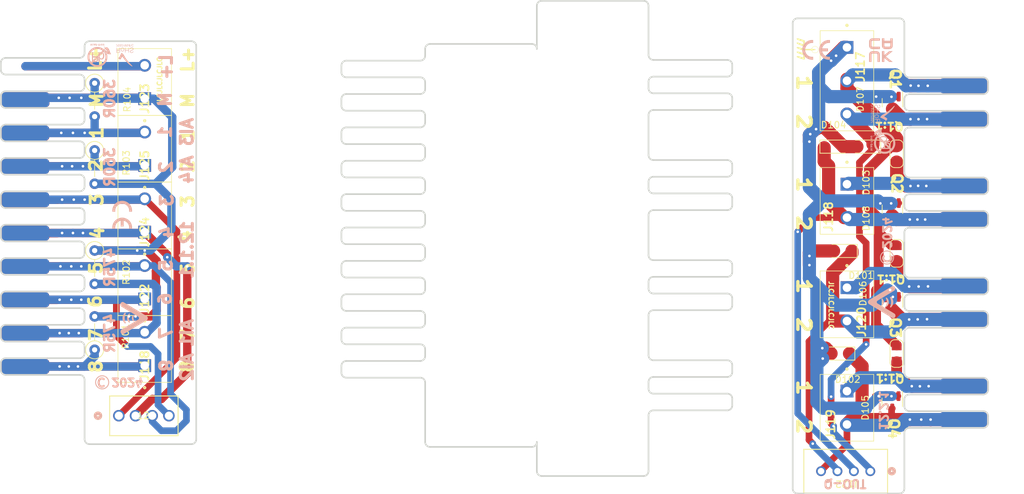
<source format=kicad_pcb>
(kicad_pcb (version 20221018) (generator pcbnew)
  (layers (0 "F.Cu" signal) (31 "B.Cu" signal) (34 "B.Paste" user) (35 "F.Paste" user) (36 "B.SilkS" user "B.Silkscreen") (37 "F.SilkS" user "F.Silkscreen") (38 "B.Mask" user) (39 "F.Mask" user) (44 "Edge.Cuts" user))
  (net 0 "")
  (footprint "Resistor_THT:R_Axial_DIN0207_L6.3mm_D2.5mm_P5.08mm_Vertical" (layer "F.Cu") (at 83.947 102.804 -90)
    (fp_text reference "R102")
    (fp_text value "360R")
  )
  (footprint "PCB_FOOTPRINT_Library:Conn_pin_PLC" (layer "F.Cu") (at 72.104025 100.480173)
    (fp_text reference "J113" hide)
    (fp_text value "Conn_01x01_PAD" hide)
  )
  (footprint "PCB_FOOTPRINT_Library:Conn_pin_PLC" (layer "F.Cu") (at 72.107272 110.630869)
    (fp_text reference "J111" hide)
    (fp_text value "Conn_01x01_PAD" hide)
  )
  (footprint "Resistor_THT:R_Axial_DIN0207_L6.3mm_D2.5mm_P5.08mm_Vertical" (layer "F.Cu") (at 83.947 87.564 -90)
    (fp_text reference "R103")
    (fp_text value "475R")
  )
  (footprint "PCB_FOOTPRINT_Library:SolderJumper-2_P2.6mm_Open_RoundedPad2.0x3mm" (layer "F.Cu") (at 206.036001 88.085999 -90)
    (fp_text reference "JP101" hide)
    (fp_text value "SolderJumper_2_Open_PCB")
  )
  (footprint "PCB_FOOTPRINT_Library:Conn_pin_PLC" (layer "F.Cu") (at 72.105476 100.473084)
    (fp_text reference "J105" hide)
    (fp_text value "Conn_01x01_PAD" hide)
  )
  (footprint "PCB_FOOTPRINT_Library:Conn_pin_PLC" (layer "F.Cu") (at 72.105476 110.629966)
    (fp_text reference "J103" hide)
    (fp_text value "Conn_01x01_PAD" hide)
  )
  (footprint "PCB_FOOTPRINT_Library:Conn_pin_PLC" (layer "F.Cu") (at 72.113869 105.551473)
    (fp_text reference "J112" hide)
    (fp_text value "Conn_01x01_PAD" hide)
  )
  (footprint "PCB_FOOTPRINT_Library:1729128" (layer "F.Cu") (at 198.468001 92.707999 -90)
    (fp_text reference "J118")
    (fp_text value "XY128V-A-5.08-2P" hide)
  )
  (footprint "PCB_FOOTPRINT_Library:1729128" (layer "F.Cu") (at 91.567 110.17 90)
    (fp_text reference "J122")
    (fp_text value "DB128L-5.08-2P-BK-S" hide)
  )
  (footprint "PCB_FOOTPRINT_Library:Conn_pin_PLC" (layer "F.Cu") (at 216.082238 92.966979 180)
    (fp_text reference "J105" hide)
    (fp_text value "Conn_01x01_PAD" hide)
  )
  (footprint "PCB_FOOTPRINT_Library:SolderJumper-2_P2.6mm_Open_RoundedPad2.0x3mm" (layer "F.Cu") (at 206.036001 118.485999 -90)
    (fp_text reference "JP103" hide)
    (fp_text value "SolderJumper_2_Open_PCB")
  )
  (footprint "PCB_FOOTPRINT_Library:Conn_pin_PLC" (layer "F.Cu") (at 72.121095 105.559303)
    (fp_text reference "J104" hide)
    (fp_text value "Conn_01x01_PAD" hide)
  )
  (footprint "PCB_FOOTPRINT_Library:Conn_pin_PLC" (layer "F.Cu") (at 216.087735 77.732 180)
    (fp_text reference "J109" hide)
    (fp_text value "Conn_01x01_PAD" hide)
  )
  (footprint "PCB_FOOTPRINT_Library:1729128" (layer "F.Cu") (at 198.468001 124.203999 -90)
    (fp_text reference "J119")
    (fp_text value "XY128V-A-5.08-2P" hide)
  )
  (footprint "PCB_FOOTPRINT_Library:Conn_pin_PLC" (layer "F.Cu") (at 72.105476 80.15932)
    (fp_text reference "J109" hide)
    (fp_text value "Conn_01x01_PAD" hide)
  )
  (footprint "PCB_FOOTPRINT_Library:Conn_pin_PLC" (layer "F.Cu") (at 216.091802 98.05953 180)
    (fp_text reference "J106" hide)
    (fp_text value "Conn_01x01_PAD" hide)
  )
  (footprint "PCB_FOOTPRINT_Library:1729128" (layer "F.Cu") (at 91.567 100.01 90)
    (fp_text reference "J124")
    (fp_text value "DB128L-5.08-2P-BK-S" hide)
  )
  (footprint "PCB_FOOTPRINT_Library:Conn_pin_PLC" (layer "F.Cu") (at 72.10616 90.308694)
    (fp_text reference "J107" hide)
    (fp_text value "Conn_01x01_PAD" hide)
  )
  (footprint "PCB_FOOTPRINT_Library:Conn_pin_PLC" (layer "F.Cu") (at 72.124116 115.703547)
    (fp_text reference "J110" hide)
    (fp_text value "Conn_01x01_PAD" hide)
  )
  (footprint "PCB_FOOTPRINT_Library:Conn_pin_PLC" (layer "F.Cu") (at 72.147293 75.079303)
    (fp_text reference "J120" hide)
    (fp_text value "Conn_01x01_PAD" hide)
  )
  (footprint "PCB_FOOTPRINT_Library:Conn_pin_PLC" (layer "F.Cu") (at 72.105476 115.708415)
    (fp_text reference "J102" hide)
    (fp_text value "Conn_01x01_PAD" hide)
  )
  (footprint "PCB_FOOTPRINT_Library:1729128" (layer "F.Cu") (at 91.567 89.85 90)
    (fp_text reference "J125")
    (fp_text value "DB128L-5.08-2P-BK-S" hide)
  )
  (footprint "PCB_FOOTPRINT_Library:Conn_pin_PLC" (layer "F.Cu") (at 72.092529 90.322324)
    (fp_text reference "J115" hide)
    (fp_text value "Conn_01x01_PAD" hide)
  )
  (footprint "Resistor_THT:R_Axial_DIN0207_L6.3mm_D2.5mm_P5.08mm_Vertical" (layer "F.Cu") (at 83.947 77.327 -90)
    (fp_text reference "R104")
    (fp_text value "475R")
  )
  (footprint "PCB_FOOTPRINT_Library:Conn_pin_PLC" (layer "F.Cu") (at 216.082933 108.211459 180)
    (fp_text reference "J115" hide)
    (fp_text value "Conn_01x01_PAD" hide)
  )
  (footprint "PCB_FOOTPRINT_Library:Conn_pin_PLC" (layer "F.Cu") (at 72.12414 95.399303)
    (fp_text reference "J114" hide)
    (fp_text value "Conn_01x01_PAD" hide)
  )
  (footprint "Diode_SMD:D_SOD-123F" (layer "F.Cu") (at 201.389001 86.992999 180)
    (fp_text reference "D103")
    (fp_text value "SMF24CA")
  )
  (footprint "Package_TO_SOT_SMD:SOT-23" (layer "F.Cu") (at 205.392001 80.310499 -90)
    (fp_text reference "D107")
    (fp_text value "BAT54C")
  )
  (footprint "Package_TO_SOT_SMD:SOT-23" (layer "F.Cu") (at 205.392001 96.517999 -90)
    (fp_text reference "D108")
    (fp_text value "BAT54C")
  )
  (footprint "PCB_FOOTPRINT_Library:CONN_B04B-XASK-1_JST" (layer "F.Cu") (at 202.024001 136.395999)
    (fp_text reference "J122")
    (fp_text value "B04B-XASK-1")
  )
  (footprint "Resistor_THT:R_Axial_DIN0207_L6.3mm_D2.5mm_P5.08mm_Vertical" (layer "F.Cu") (at 83.947 117.917 90)
    (fp_text reference "R101")
    (fp_text value "360R")
  )
  (footprint "PCB_FOOTPRINT_Library:1729128" (layer "F.Cu") (at 91.567 120.33 90)
    (fp_text reference "J118")
    (fp_text value "DB128L-5.08-2P-BK-S" hide)
  )
  (footprint "PCB_FOOTPRINT_Library:Conn_pin_PLC" (layer "F.Cu") (at 216.076329 123.46706 180)
    (fp_text reference "J101" hide)
    (fp_text value "Conn_01x01_PAD" hide)
  )
  (footprint "PCB_FOOTPRINT_Library:Conn_pin_PLC" (layer "F.Cu") (at 72.105476 85.237761)
    (fp_text reference "J108" hide)
    (fp_text value "Conn_01x01_PAD" hide)
  )
  (footprint "PCB_FOOTPRINT_Library:XY128V-A-5.08-3P" (layer "F.Cu") (at 198.468001 71.879999 -90)
    (fp_text reference "J117")
    (fp_text value "XY128V-A-5.08-3P" hide)
  )
  (footprint "PCB_FOOTPRINT_Library:Conn_pin_PLC" (layer "F.Cu") (at 72.106433 85.226563)
    (fp_text reference "J116" hide)
    (fp_text value "Conn_01x01_PAD" hide)
  )
  (footprint "Diode_SMD:D_SOD-123F" (layer "F.Cu") (at 196.560001 86.992999)
    (fp_text reference "D104")
    (fp_text value "SMF24CA")
  )
  (footprint "PCB_FOOTPRINT_Library:SolderJumper-2_P2.6mm_Open_RoundedPad2.0x3mm" (layer "F.Cu") (at 206.036001 103.235999 -90)
    (fp_text reference "JP102" hide)
    (fp_text value "SolderJumper_2_Open_PCB")
  )
  (footprint "PCB_FOOTPRINT_Library:1729128" (layer "F.Cu") (at 91.567 79.69 90)
    (fp_text reference "J123")
    (fp_text value "DB128L-5.08-2P-BK-S" hide)
  )
  (footprint "PCB_FOOTPRINT_Library:Conn_pin_PLC" (layer "F.Cu") (at 216.085289 82.820547 180)
    (fp_text reference "J110" hide)
    (fp_text value "Conn_01x01_PAD" hide)
  )
  (footprint "PCB_FOOTPRINT_Library:Conn_pin_PLC" (layer "F.Cu") (at 216.07064 128.546648 180)
    (fp_text reference "J108" hide)
    (fp_text value "Conn_01x01_PAD" hide)
  )
  (footprint "Package_TO_SOT_SMD:SOT-23" (layer "F.Cu") (at 205.364632 125.90815 -90)
    (fp_text reference "D105")
    (fp_text value "BAT54C")
  )
  (footprint "Diode_SMD:D_SOD-123F" (layer "F.Cu") (at 197.833001 102.867999 180)
    (fp_text reference "D101")
    (fp_text value "SMF24CA")
  )
  (footprint "PCB_FOOTPRINT_Library:Conn_pin_PLC" (layer "F.Cu") (at 72.124429 80.173803)
    (fp_text reference "J117" hide)
    (fp_text value "Conn_01x01_PAD" hide)
  )
  (footprint "Package_TO_SOT_SMD:SOT-23" (layer "F.Cu") (at 205.392001 110.802999 -90)
    (fp_text reference "D106")
    (fp_text value "BAT54C")
  )
  (footprint "PCB_FOOTPRINT_Library:1729128" (layer "F.Cu") (at 198.468001 108.455999 -90)
    (fp_text reference "J120")
    (fp_text value "XY128V-A-5.08-2P" hide)
  )
  (footprint "PCB_FOOTPRINT_Library:Conn_pin_PLC" (layer "F.Cu") (at 216.086306 113.291999 180)
    (fp_text reference "J114" hide)
    (fp_text value "Conn_01x01_PAD" hide)
  )
  (footprint "PCB_FOOTPRINT_Library:Conn_pin_PLC" (layer "F.Cu") (at 72.133227 95.399303)
    (fp_text reference "J106" hide)
    (fp_text value "Conn_01x01_PAD" hide)
  )
  (footprint "PCB_FOOTPRINT_Library:CONN_22-29-2041_MOL" (layer "F.Cu") (at 87.63 127.95)
    (fp_text reference "J126")
    (fp_text value "22292041")
  )
  (footprint "PCB_FOOTPRINT_Library:Conn_pin_PLC" (layer "F.Cu") (at 72.126847 75.079303)
    (fp_text reference "J101" hide)
    (fp_text value "Conn_01x01_PAD" hide)
  )
  (footprint "Diode_SMD:D_SOD-123F" (layer "F.Cu") (at 197.452001 118.488999 180)
    (fp_text reference "D102")
    (fp_text value "SMF24CA")
  )
  (footprint "PCB_FOOTPRINT_Library:Conn_pin_PLC" (layer "B.Cu") (at 216.32346 108.22154)
    (fp_text reference "J113" hide)
    (fp_text value "Conn_01x01_PAD" hide)
  )
  (footprint "PCB_FOOTPRINT_Library:Conn_pin_PLC" (layer "B.Cu") (at 216.295501 82.811087)
    (fp_text reference "J104" hide)
    (fp_text value "Conn_01x01_PAD" hide)
  )
  (footprint "PCB_FOOTPRINT_Library:Conn_pin_PLC" (layer "B.Cu") (at 216.308245 113.298077)
    (fp_text reference "J116" hide)
    (fp_text value "Conn_01x01_PAD" hide)
  )
  (footprint "LOGO" (layer "B.Cu") (at 203.929001 84.325999 90)
    (fp_text reference "G***" hide)
    (fp_text value "LOGO" hide)
  )
  (footprint "PCB_FOOTPRINT_Library:Conn_pin_PLC" (layer "B.Cu") (at 216.315775 98.067641)
    (fp_text reference "J112" hide)
    (fp_text value "Conn_01x01_PAD" hide)
  )
  (footprint "PCB_FOOTPRINT_Library:Conn_pin_PLC" (layer "B.Cu") (at 216.302748 92.984591)
    (fp_text reference "J111" hide)
    (fp_text value "Conn_01x01_PAD" hide)
  )
  (footprint "PCB_FOOTPRINT_Library:Conn_pin_PLC" (layer "B.Cu") (at 216.28689 128.536043)
    (fp_text reference "J102" hide)
    (fp_text value "Conn_01x01_PAD" hide)
  )
  (footprint "LOGO" (layer "B.Cu") (at 203.675001 72.260999)
    (fp_text reference "G***" hide)
    (fp_text value "LOGO" hide)
  )
  (footprint "PCB_FOOTPRINT_Library:Conn_pin_PLC" (layer "B.Cu") (at 216.313027 123.464893)
    (fp_text reference "J107" hide)
    (fp_text value "Conn_01x01_PAD" hide)
  )
  (footprint "LOGO" (layer "B.Cu") (at 194.095877 72.114143)
    (fp_text reference "G***" hide)
    (fp_text value "LOGO" hide)
  )
  (footprint "PCB_FOOTPRINT_Library:Conn_pin_PLC" (layer "B.Cu") (at 216.301538 77.73706)
    (fp_text reference "J103" hide)
    (fp_text value "Conn_01x01_PAD" hide)
  )
  (footprint "LOGO" (layer "B.Cu") (at 88.284856 97.669877 -90)
    (fp_text reference "G***" hide)
    (fp_text value "LOGO" hide)
  )
  (footprint "LOGO" (layer "B.Cu") (at 86.36 73.086)
    (fp_text reference "G***" hide)
    (fp_text value "LOGO" hide)
  )
  (gr_line (start 202.966475 110.836757) (end 202.991081 110.853028) (stroke (width 0.00496)) (layer "B.SilkS"))
  (gr_poly (pts (xy 87.857392 111.020433) (xy 87.857853 111.000648) (xy 87.859222 110.981123) (xy 87.861476 110.961881) (xy 87.864591 110.942947) (xy 87.868547 110.924344) (xy 87.873319 110.906097) (xy 87.878885 110.88823) (xy 87.885223 110.870767) (xy 87.892309 110.853733) (xy 87.900122 110.837152) (xy 87.908638 110.821047) (xy 87.917835 110.805443) (xy 87.92769 110.790365) (xy 87.93818 110.775836) (xy 87.949283 110.761881) (xy 87.960976 110.748524) (xy 87.973237 110.735788) (xy 87.986042 110.723699) (xy 87.99937 110.712281) (xy 88.013196 110.701557) (xy 88.0275 110.691552) (xy 88.042257 110.68229) (xy 88.057446 110.673795) (xy 88.073044 110.666091) (xy 88.089027 110.659204) (xy 88.105374 110.653156) (xy 88.122062 110.647972) (xy 88.139068 110.643676) (xy 88.156369 110.640293) (xy 88.173942 110.637847) (xy 88.191766 110.636361) (xy 88.209817 110.635861) (xy 88.218552 110.635964) (xy 88.227269 110.636302) (xy 88.235965 110.636872) (xy 88.244635 110.637675) (xy 88.253274 110.638708) (xy 88.261877 110.639972) (xy 88.270441 110.641464) (xy 88.27896 110.643184) (xy 88.28743 110.645131) (xy 88.295846 110.647305) (xy 88.304204 110.649703) (xy 88.312499 110.652325) (xy 88.320727 110.65517) (xy 88.328883 110.658237) (xy 88.336962 110.661526) (xy 88.34496 110.665034) (xy 88.411032 110.704718) (xy 91.666995 112.658137) (xy 91.850351 112.768667) (xy 91.886268 112.790098) (xy 91.888848 112.791685) (xy 91.906794 112.805292) (xy 91.923778 112.81986) (xy 91.939772 112.835335) (xy 91.954751 112.851665) (xy 91.968686 112.868799) (xy 91.981552 112.886684) (xy 91.99332 112.905266) (xy 92.003964 112.924495) (xy 92.013458 112.944317) (xy 92.021772 112.964681) (xy 92.028882 112.985533) (xy 92.03476 113.006822) (xy 92.039379 113.028495) (xy 92.042711 113.0505) (xy 92.04473 113.072784) (xy 92.045409 113.095295) (xy 92.04473 113.117806) (xy 92.042711 113.14009) (xy 92.039379 113.162094) (xy 92.03476 113.183767) (xy 92.028882 113.205056) (xy 92.021772 113.225909) (xy 92.013458 113.246272) (xy 92.003964 113.266094) (xy 91.99332 113.285323) (xy 91.981552 113.303906) (xy 91.968686 113.32179) (xy 91.954751 113.338924) (xy 91.939772 113.355254) (xy 91.923778 113.37073) (xy 91.906794 113.385297) (xy 91.888848 113.398904) (xy 91.88851 113.399105) (xy 91.888177 113.399312) (xy 91.887848 113.399526) (xy 91.887523 113.399746) (xy 91.887202 113.399972) (xy 91.886886 113.400205) (xy 91.886575 113.400445) (xy 91.886268 113.40069) (xy 91.850351 113.422121) (xy 91.666598 113.532452) (xy 88.442584 115.46702) (xy 88.387617 115.500159) (xy 88.379271 115.504098) (xy 88.37083 115.507794) (xy 88.362297 115.511246) (xy 88.353679 115.514452) (xy 88.34498 115.517411) (xy 88.336207 115.520121) (xy 88.327364 115.522582) (xy 88.318457 115.524793) (xy 88.309491 115.526751) (xy 88.300472 115.528456) (xy 88.291405 115.529907) (xy 88.282295 115.531101) (xy 88.273148 115.532039) (xy 88.263968 115.532719) (xy 88.254763 115.533139) (xy 88.245536 115.533298) (xy 88.227379 115.532796) (xy 88.209463 115.531307) (xy 88.191807 115.528855) (xy 88.174436 115.525463) (xy 88.15737 115.521157) (xy 88.140633 115.515961) (xy 88.124245 115.509898) (xy 88.108229 115.502993) (xy 88.092608 115.49527) (xy 88.077402 115.486753) (xy 88.062636 115.477466) (xy 88.048329 115.467434) (xy 88.034505 115.456681) (xy 88.021186 115.445231) (xy 88.008393 115.433109) (xy 87.996149 115.420337) (xy 87.984476 115.406941) (xy 87.973396 115.392946) (xy 87.962932 115.378374) (xy 87.953104 115.36325) (xy 87.943935 115.347599) (xy 87.935448 115.331444) (xy 87.927665 115.31481) (xy 87.920607 115.297721) (xy 87.914296 115.280202) (xy 87.908755 115.262276) (xy 87.904006 115.243967) (xy 87.900071 115.2253) (xy 87.896972 115.2063) (xy 87.894731 115.186989) (xy 87.893371 115.167393) (xy 87.892912 115.147535) (xy 87.893283 115.125277) (xy 87.894883 115.103196) (xy 87.89769 115.081338) (xy 87.901684 115.059749) (xy 87.906843 115.038474) (xy 87.913148 115.017558) (xy 87.920577 114.997047) (xy 87.92911 114.976987) (xy 87.938725 114.957422) (xy 87.949402 114.938398) (xy 87.96112 114.919962) (xy 87.973858 114.902157) (xy 87.987596 114.885031) (xy 88.002312 114.868627) (xy 88.017986 114.852992) (xy 88.034596 114.838171) (xy 88.035589 114.838171) (xy 88.119726 114.786974) (xy 90.556936 113.32449) (xy 90.56334 113.321603) (xy 90.569639 113.318508) (xy 90.575829 113.315206) (xy 90.581904 113.311702) (xy 90.587859 113.307998) (xy 90.59369 113.304097) (xy 90.599391 113.300002) (xy 90.604957 113.295717) (xy 90.615702 113.286397) (xy 90.625871 113.276559) (xy 90.635449 113.26623) (xy 90.644424 113.255437) (xy 90.652782 113.244208) (xy 90.660509 113.232571) (xy 90.667592 113.220553) (xy 90.674019 113.208181) (xy 90.679774 113.195484) (xy 90.684846 113.182488) (xy 90.68922 113.169222) (xy 90.692884 113.155712) (xy 90.695824 113.141987) (xy 90.698026 113.128073) (xy 90.699477 113.113999) (xy 90.700164 113.099792) (xy 90.700076 113.085568) (xy 90.699218 113.071446) (xy 90.697604 113.057452) (xy 90.695245 113.043615) (xy 90.692153 113.029963) (xy 90.688342 113.016524) (xy 90.683822 113.003326) (xy 90.678606 112.990398) (xy 90.672706 112.977767) (xy 90.666135 112.965461) (xy 90.658905 112.953509) (xy 90.651028 112.941938) (xy 90.642515 112.930777) (xy 90.633381 112.920053) (xy 90.623635 112.909796) (xy 90.613292 112.900032) (xy 90.585312 112.881975) (xy 90.562095 112.866893) (xy 90.558191 112.86511) (xy 90.554232 112.863346) (xy 90.550235 112.861619) (xy 90.54622 112.859948) (xy 88.062576 111.369881) (xy 88.050666 111.363248) (xy 88.03905 111.356236) (xy 88.027736 111.348857) (xy 88.016729 111.34112) (xy 88.006034 111.333035) (xy 87.995659 111.324613) (xy 87.985608 111.315863) (xy 87.975889 111.306796) (xy 87.966506 111.297422) (xy 87.957466 111.287751) (xy 87.948775 111.277793) (xy 87.940439 111.267559) (xy 87.932463 111.257059) (xy 87.924854 111.246302) (xy 87.917618 111.235299) (xy 87.91076 111.22406) (xy 87.904287 111.212595) (xy 87.898204 111.200914) (xy 87.892518 111.189028) (xy 87.887234 111.176947) (xy 87.882359 111.164681) (xy 87.877898 111.152239) (xy 87.873858 111.139633) (xy 87.870243 111.126872) (xy 87.867061 111.113966) (xy 87.864318 111.100926) (xy 87.862018 111.087762) (xy 87.860169 111.074484) (xy 87.858775 111.061101) (xy 87.857844 111.047625) (xy 87.857381 111.034066)) (fill solid) (layer "B.SilkS"))
  (gr_poly (pts (xy 89.612136 113.048541) (xy 89.615548 113.012715) (xy 89.621154 112.977551) (xy 89.62889 112.9431) (xy 89.638689 112.909414) (xy 89.650487 112.876545) (xy 89.664218 112.844545) (xy 89.679817 112.813464) (xy 89.697218 112.783356) (xy 89.716355 112.754272) (xy 89.737164 112.726263) (xy 89.759579 112.699381) (xy 89.783535 112.673679) (xy 89.808966 112.649207) (xy 89.835807 112.626018) (xy 89.863992 112.604163) (xy 89.883835 112.589677) (xy 89.88582 112.589677) (xy 89.887419 112.588958) (xy 89.889033 112.588277) (xy 89.890661 112.587636) (xy 89.892303 112.587034) (xy 89.893958 112.586471) (xy 89.895625 112.585947) (xy 89.897303 112.585464) (xy 89.898993 112.58502) (xy 89.900692 112.584617) (xy 89.9024 112.584253) (xy 89.904118 112.583931) (xy 89.905843 112.583648) (xy 89.907575 112.583407) (xy 89.909313 112.583206) (xy 89.911058 112.583047) (xy 89.912807 112.582929) (xy 89.916 112.583) (xy 89.919159 112.583212) (xy 89.922283 112.583563) (xy 89.925368 112.58405) (xy 89.92841 112.58467) (xy 89.931406 112.58542) (xy 89.934352 112.586297) (xy 89.937246 112.587299) (xy 89.940084 112.588422) (xy 89.942862 112.589664) (xy 89.945577 112.591022) (xy 89.948225 112.592493) (xy 89.950804 112.594075) (xy 89.95331 112.595763) (xy 89.95574 112.597557) (xy 89.95809 112.599451) (xy 89.960356 112.601445) (xy 89.962536 112.603535) (xy 89.964625 112.605717) (xy 89.966622 112.607991) (xy 89.968521 112.610351) (xy 89.970321 112.612796) (xy 89.972017 112.615323) (xy 89.973606 112.617928) (xy 89.975084 112.62061) (xy 89.976449 112.623364) (xy 89.977697 112.62619) (xy 89.978825 112.629082) (xy 89.979828 112.632039) (xy 89.980704 112.635058) (xy 89.98145 112.638136) (xy 89.982062 112.64127) (xy 89.982404 112.642935) (xy 89.982698 112.644609) (xy 89.982944 112.64629) (xy 89.983142 112.647977) (xy 89.983292 112.649669) (xy 89.983393 112.651364) (xy 89.983447 112.653063) (xy 89.983451 112.654764) (xy 89.983451 112.655954) (xy 89.983547 112.657242) (xy 89.983616 112.658532) (xy 89.983658 112.659823) (xy 89.983671 112.661114) (xy 89.983658 112.662405) (xy 89.983616 112.663695) (xy 89.983547 112.664985) (xy 89.983451 112.666273) (xy 89.983149 112.667276) (xy 89.982863 112.668284) (xy 89.982591 112.669295) (xy 89.982335 112.670311) (xy 89.982095 112.67133) (xy 89.98187 112.672353) (xy 89.981661 112.673379) (xy 89.981467 112.674409) (xy 89.979085 112.680362) (xy 89.978829 112.681086) (xy 89.978554 112.681802) (xy 89.978259 112.68251) (xy 89.977946 112.68321) (xy 89.977614 112.683901) (xy 89.977263 112.684583) (xy 89.976893 112.685256) (xy 89.976506 112.685918) (xy 89.97549 112.687333) (xy 89.974521 112.688749) (xy 89.97359 112.69017) (xy 89.972686 112.691599) (xy 89.970925 112.694485) (xy 89.969164 112.697428) (xy 89.968809 112.697979) (xy 89.968441 112.698523) (xy 89.968062 112.699057) (xy 89.96767 112.699583) (xy 89.967267 112.7001) (xy 89.966852 112.700608) (xy 89.966426 112.701106) (xy 89.965988 112.701595) (xy 89.964964 112.702775) (xy 89.96392 112.703937) (xy 89.962856 112.705081) (xy 89.961773 112.706208) (xy 89.960672 112.707315) (xy 89.959552 112.708404) (xy 89.958414 112.709474) (xy 89.957257 112.710525) (xy 89.957893 112.710066) (xy 89.95852 112.709596) (xy 89.95914 112.709116) (xy 89.959751 112.708626) (xy 89.960353 112.708126) (xy 89.960947 112.707615) (xy 89.961532 112.707095) (xy 89.962108 112.706566) (xy 89.962676 112.706026) (xy 89.963234 112.705478) (xy 89.963783 112.704919) (xy 89.964322 112.704352) (xy 89.964853 112.703775) (xy 89.965373 112.70319) (xy 89.965884 112.702595) (xy 89.966385 112.701992) (xy 89.942579 112.747619) (xy 89.921992 112.794348) (xy 89.904621 112.842018) (xy 89.890468 112.89047) (xy 89.879529 112.939542) (xy 89.871806 112.989076) (xy 89.867296 113.03891) (xy 89.865998 113.088884) (xy 89.867912 113.138839) (xy 89.873036 113.188613) (xy 89.88137 113.238048) (xy 89.892912 113.286982) (xy 89.907662 113.335255) (xy 89.925619 113.382708) (xy 89.946781 113.429179) (xy 89.971148 113.474509) (xy 89.971703 113.475224) (xy 89.972235 113.475955) (xy 89.972744 113.476703) (xy 89.973228 113.477466) (xy 89.973688 113.478243) (xy 89.974123 113.479036) (xy 89.974533 113.479842) (xy 89.974918 113.480661) (xy 89.97607 113.482695) (xy 89.977151 113.484764) (xy 89.978159 113.486864) (xy 89.979094 113.488994) (xy 89.979956 113.491151) (xy 89.980744 113.493335) (xy 89.981457 113.495543) (xy 89.982096 113.497773) (xy 89.982659 113.500024) (xy 89.983146 113.502292) (xy 89.983556 113.504577) (xy 89.98389 113.506877) (xy 89.984146 113.509189) (xy 89.984324 113.511512) (xy 89.984423 113.513843) (xy 89.984443 113.516181) (xy 89.984396 113.519662) (xy 89.984178 113.523121) (xy 89.983791 113.526553) (xy 89.983236 113.529951) (xy 89.982517 113.53331) (xy 89.981636 113.536624) (xy 89.980595 113.539887) (xy 89.979397 113.543094) (xy 89.978043 113.546239) (xy 89.976537 113.549315) (xy 89.97488 113.552317) (xy 89.973075 113.55524) (xy 89.971124 113.558077) (xy 89.969029 113.560822) (xy 89.966794 113.563471) (xy 89.964419 113.566016) (xy 89.961921 113.568441) (xy 89.959317 113.570729) (xy 89.956614 113.572877) (xy 89.953816 113.574884) (xy 89.950929 113.576747) (xy 89.947961 113.578463) (xy 89.944915 113.58003) (xy 89.941798 113.581445) (xy 89.938615 113.582707) (xy 89.935373 113.583812) (xy 89.932077 113.584759) (xy 89.928733 113.585544) (xy 89.925347 113.586165) (xy 89.921924 113.586621) (xy 89.918469 113.586908) (xy 89.91499 113.587023) (xy 89.912885 113.586977) (xy 89.910786 113.586866) (xy 89.908694 113.58669) (xy 89.906612 113.586449) (xy 89.904539 113.586145) (xy 89.902479 113.585777) (xy 89.900432 113.585347) (xy 89.898399 113.584853) (xy 89.896383 113.584297) (xy 89.894384 113.583679) (xy 89.892404 113.582999) (xy 89.890445 113.582258) (xy 89.888508 113.581456) (xy 89.886594 113.580594) (xy 89.884706 113.579671) (xy 89.882843 113.578689) (xy 89.881123 113.577546) (xy 89.879389 113.576357) (xy 89.877646 113.575131) (xy 89.875898 113.573877) (xy 89.872407 113.571322) (xy 89.868953 113.568767) (xy 89.840254 113.546846) (xy 89.812916 113.523538) (xy 89.787007 113.498902) (xy 89.762593 113.472999) (xy 89.739744 113.445888) (xy 89.718526 113.417629) (xy 89.699007 113.38828) (xy 89.681256 113.357902) (xy 89.665339 113.326555) (xy 89.651324 113.294297) (xy 89.63928 113.261189) (xy 89.629274 113.22729) (xy 89.621374 113.19266) (xy 89.615647 113.157358) (xy 89.613619 113.139473) (xy 89.612161 113.121443) (xy 89.61128 113.103275) (xy 89.610984 113.084976)) (fill solid) (layer "B.SilkS"))
  (gr_circle (center 85.09 122.87) (end 85.09 121.87) (stroke (width 0.15)) (fill none) (layer "B.SilkS"))
  (gr_poly (pts (xy 205.522214 110.719575) (xy 205.517692 110.77837) (xy 205.510258 110.836054) (xy 205.499995 110.892545) (xy 205.486985 110.947764) (xy 205.471312 111.001628) (xy 205.453059 111.054057) (xy 205.432309 111.10497) (xy 205.409145 111.154285) (xy 205.383651 111.201921) (xy 205.355909 111.247797) (xy 205.326002 111.291833) (xy 205.294015 111.333946) (xy 205.260029 111.374057) (xy 205.224128 111.412083) (xy 205.186395 111.447944) (xy 205.186395 111.449135) (xy 205.179862 111.454973) (xy 205.173125 111.460867) (xy 205.159408 111.472749) (xy 205.159104 111.472976) (xy 205.158794 111.473196) (xy 205.158479 111.473407) (xy 205.158159 111.47361) (xy 205.157834 111.473804) (xy 205.157503 111.47399) (xy 205.157168 111.474168) (xy 205.156828 111.474337) (xy 205.154782 111.475435) (xy 205.152707 111.476471) (xy 205.150606 111.477445) (xy 205.148479 111.478356) (xy 205.146328 111.479204) (xy 205.144156 111.479989) (xy 205.141962 111.48071) (xy 205.139748 111.481366) (xy 205.137517 111.481958) (xy 205.135268 111.482485) (xy 205.133005 111.482946) (xy 205.130727 111.483342) (xy 205.128437 111.483671) (xy 205.126136 111.483934) (xy 205.123825 111.48413) (xy 205.121506 111.484258) (xy 205.117214 111.484138) (xy 205.112971 111.483781) (xy 205.108781 111.483193) (xy 205.10465 111.482378) (xy 205.100581 111.481342) (xy 205.096578 111.480089) (xy 205.092646 111.478626) (xy 205.088789 111.476956) (xy 205.085011 111.475086) (xy 205.081316 111.47302) (xy 205.077709 111.470763) (xy 205.074193 111.468321) (xy 205.070773 111.465698) (xy 205.067454 111.4629) (xy 205.064238 111.459932) (xy 205.061132 111.456799) (xy 205.058138 111.453506) (xy 205.055261 111.450059) (xy 205.052505 111.446461) (xy 205.049875 111.44272) (xy 205.047374 111.438839) (xy 205.045008 111.434823) (xy 205.042779 111.430679) (xy 205.040693 111.42641) (xy 205.038753 111.422023) (xy 205.036964 111.417522) (xy 205.035329 111.412912) (xy 205.033854 111.408199) (xy 205.032543 111.403387) (xy 205.031398 111.398482) (xy 205.030426 111.393489) (xy 205.02963 111.388413) (xy 205.029088 111.385692) (xy 205.028623 111.382958) (xy 205.028234 111.380214) (xy 205.027922 111.37746) (xy 205.027687 111.374699) (xy 205.02753 111.371932) (xy 205.02745 111.36916) (xy 205.027447 111.366386) (xy 205.027447 111.363013) (xy 205.027487 111.360892) (xy 205.027573 111.358773) (xy 205.027704 111.356657) (xy 205.02788 111.354545) (xy 205.028101 111.352437) (xy 205.028367 111.350334) (xy 205.028678 111.348237) (xy 205.029034 111.346146) (xy 205.029057 111.345292) (xy 205.029121 111.344442) (xy 205.029221 111.343597) (xy 205.029354 111.342753) (xy 205.029513 111.341913) (xy 205.029694 111.341074) (xy 205.030101 111.339399) (xy 205.03096 111.336044) (xy 205.031155 111.335201) (xy 205.031332 111.334355) (xy 205.031487 111.333505) (xy 205.031614 111.332652) (xy 205.034591 111.323127) (xy 205.034958 111.321956) (xy 205.035348 111.320793) (xy 205.035761 111.319639) (xy 205.036197 111.318492) (xy 205.036655 111.317355) (xy 205.037135 111.316227) (xy 205.037638 111.315108) (xy 205.038163 111.313999) (xy 205.039503 111.311581) (xy 205.040809 111.309145) (xy 205.042078 111.30669) (xy 205.043312 111.304218) (xy 205.04451 111.301728) (xy 205.045672 111.29922) (xy 205.046797 111.296696) (xy 205.047886 111.294155) (xy 205.048336 111.293269) (xy 205.048806 111.292395) (xy 205.049297 111.291532) (xy 205.049808 111.290682) (xy 205.05034 111.289844) (xy 205.050891 111.289019) (xy 205.051462 111.288207) (xy 205.052053 111.287408) (xy 205.053408 111.285488) (xy 205.054795 111.283592) (xy 205.056213 111.281719) (xy 205.057662 111.27987) (xy 205.059141 111.278046) (xy 205.060651 111.276246) (xy 205.062191 111.274472) (xy 205.063761 111.272723) (xy 205.062893 111.273513) (xy 205.062038 111.274315) (xy 205.061195 111.27513) (xy 205.060365 111.275958) (xy 205.059548 111.276798) (xy 205.058744 111.27765) (xy 205.057954 111.278514) (xy 205.057177 111.279391) (xy 205.056413 111.280279) (xy 205.055663 111.281178) (xy 205.054927 111.28209) (xy 205.054205 111.283012) (xy 205.053497 111.283946) (xy 205.052803 111.284891) (xy 205.052123 111.285847) (xy 205.051458 111.286813) (xy 205.066795 111.253961) (xy 205.081313 111.220093) (xy 205.094989 111.185248) (xy 205.107799 111.14946) (xy 205.119719 111.112767) (xy 205.130726 111.075204) (xy 205.140797 111.036808) (xy 205.149908 110.997615) (xy 205.158035 110.957662) (xy 205.165154 110.916985) (xy 205.171243 110.87562) (xy 205.176278 110.833603) (xy 205.180235 110.790972) (xy 205.183091 110.747762) (xy 205.184821 110.704009) (xy 205.185403 110.65975) (xy 205.184791 110.614593) (xy 205.182973 110.569933) (xy 205.179973 110.525812) (xy 205.175819 110.482273) (xy 205.170536 110.439357) (xy 205.16415 110.397106) (xy 205.156686 110.355562) (xy 205.148171 110.314767) (xy 205.138631 110.274762) (xy 205.128091 110.23559) (xy 205.116577 110.197293) (xy 205.104115 110.159911) (xy 205.090731 110.123488) (xy 205.076451 110.088064) (xy 205.061301 110.053683) (xy 205.045306 110.020385) (xy 205.044907 110.0198) (xy 205.044519 110.019208) (xy 205.044142 110.018609) (xy 205.043777 110.018003) (xy 205.043425 110.017391) (xy 205.043083 110.016772) (xy 205.042754 110.016147) (xy 205.042437 110.015515) (xy 205.042132 110.014878) (xy 205.04184 110.014235) (xy 205.041559 110.013586) (xy 205.041291 110.012932) (xy 205.041036 110.012272) (xy 205.040793 110.011608) (xy 205.040563 110.010939) (xy 205.040345 110.010265) (xy 205.038764 110.006857) (xy 205.037283 110.003411) (xy 205.035904 109.999928) (xy 205.034627 109.99641) (xy 205.033452 109.99286) (xy 205.032381 109.989279) (xy 205.031413 109.985671) (xy 205.030549 109.982038) (xy 205.02979 109.978381) (xy 205.029136 109.974703) (xy 205.028588 109.971006) (xy 205.028145 109.967293) (xy 205.027809 109.963566) (xy 205.027581 109.959826) (xy 205.02746 109.956077) (xy 205.027447 109.952321) (xy 205.027567 109.946331) (xy 205.027925 109.940422) (xy 205.028514 109.9346) (xy 205.029329 109.928873) (xy 205.031611 109.917733) (xy 205.034724 109.907058) (xy 205.038622 109.896907) (xy 205.043259 109.887336) (xy 205.048586 109.878404) (xy 205.054558 109.870168) (xy 205.057772 109.866328) (xy 205.061128 109.862685) (xy 205.064623 109.859244) (xy 205.068249 109.856013) (xy 205.072001 109.852999) (xy 205.075873 109.850209) (xy 205.07986 109.847651) (xy 205.083955 109.845332) (xy 205.088153 109.843259) (xy 205.092447 109.841438) (xy 205.096833 109.839878) (xy 205.101303 109.838586) (xy 205.105853 109.837568) (xy 205.110476 109.836832) (xy 205.115167 109.836385) (xy 205.119919 109.836235) (xy 205.122793 109.836331) (xy 205.125655 109.836531) (xy 205.128503 109.836834) (xy 205.131333 109.837238) (xy 205.134144 109.837744) (xy 205.136931 109.838349) (xy 205.139694 109.839054) (xy 205.142428 109.839857) (xy 205.145132 109.840758) (xy 205.147803 109.841756) (xy 205.150438 109.842849) (xy 205.153034 109.844038) (xy 205.155589 109.845321) (xy 205.1581 109.846698) (xy 205.160564 109.848167) (xy 205.16298 109.849729) (xy 205.165287 109.851681) (xy 205.167593 109.853666) (xy 205.172207 109.857716) (xy 205.176821 109.861839) (xy 205.181434 109.866) (xy 205.219615 109.901924) (xy 205.255965 109.940127) (xy 205.290396 109.980511) (xy 205.322821 110.02298) (xy 205.353154 110.067436) (xy 205.381306 110.113782) (xy 205.407191 110.16192) (xy 205.430722 110.211753) (xy 205.45181 110.263184) (xy 205.47037 110.316114) (xy 205.486314 110.370448) (xy 205.499555 110.426087) (xy 205.510005 110.482934) (xy 205.517577 110.540892) (xy 205.522184 110.599863) (xy 205.523739 110.65975)) (fill solid) (layer "B.SilkS"))
  (gr_poly (pts (xy 204.098798 110.697376) (xy 204.095386 110.733202) (xy 204.08978 110.768366) (xy 204.082044 110.802817) (xy 204.072245 110.836503) (xy 204.060447 110.869372) (xy 204.046716 110.901372) (xy 204.031117 110.932453) (xy 204.013716 110.962561) (xy 203.994579 110.991645) (xy 203.97377 111.019654) (xy 203.951355 111.046536) (xy 203.927399 111.072238) (xy 203.901968 111.09671) (xy 203.875127 111.119899) (xy 203.846942 111.141754) (xy 203.827099 111.15624) (xy 203.825114 111.15624) (xy 203.823515 111.156959) (xy 203.821901 111.15764) (xy 203.820273 111.158281) (xy 203.818631 111.158883) (xy 203.816976 111.159446) (xy 203.815309 111.15997) (xy 203.813631 111.160453) (xy 203.811941 111.160897) (xy 203.810242 111.1613) (xy 203.808534 111.161664) (xy 203.806816 111.161986) (xy 203.805091 111.162269) (xy 203.803359 111.16251) (xy 203.801621 111.162711) (xy 203.799876 111.16287) (xy 203.798127 111.162988) (xy 203.794934 111.162917) (xy 203.791775 111.162705) (xy 203.788651 111.162354) (xy 203.785566 111.161867) (xy 203.782524 111.161247) (xy 203.779528 111.160497) (xy 203.776582 111.15962) (xy 203.773688 111.158618) (xy 203.77085 111.157495) (xy 203.768072 111.156253) (xy 203.765357 111.154895) (xy 203.762709 111.153424) (xy 203.76013 111.151842) (xy 203.757624 111.150154) (xy 203.755194 111.14836) (xy 203.752844 111.146466) (xy 203.750578 111.144472) (xy 203.748398 111.142382) (xy 203.746309 111.1402) (xy 203.744312 111.137926) (xy 203.742413 111.135566) (xy 203.740613 111.133121) (xy 203.738917 111.130594) (xy 203.737328 111.127989) (xy 203.73585 111.125307) (xy 203.734485 111.122553) (xy 203.733237 111.119727) (xy 203.732109 111.116835) (xy 203.731106 111.113878) (xy 203.73023 111.110859) (xy 203.729484 111.107781) (xy 203.728872 111.104647) (xy 203.72853 111.102982) (xy 203.728236 111.101308) (xy 203.72799 111.099627) (xy 203.727792 111.09794) (xy 203.727642 111.096248) (xy 203.727541 111.094553) (xy 203.727487 111.092854) (xy 203.727483 111.091153) (xy 203.727483 111.089963) (xy 203.727387 111.088675) (xy 203.727318 111.087385) (xy 203.727276 111.086094) (xy 203.727263 111.084803) (xy 203.727276 111.083512) (xy 203.727318 111.082222) (xy 203.727387 111.080932) (xy 203.727483 111.079644) (xy 203.727785 111.078641) (xy 203.728071 111.077633) (xy 203.728343 111.076622) (xy 203.728599 111.075606) (xy 203.728839 111.074587) (xy 203.729064 111.073564) (xy 203.729273 111.072538) (xy 203.729467 111.071508) (xy 203.731849 111.065555) (xy 203.732105 111.064831) (xy 203.73238 111.064115) (xy 203.732675 111.063407) (xy 203.732988 111.062707) (xy 203.73332 111.062016) (xy 203.733671 111.061334) (xy 203.734041 111.060661) (xy 203.734428 111.059999) (xy 203.735444 111.058584) (xy 203.736413 111.057168) (xy 203.737344 111.055747) (xy 203.738248 111.054318) (xy 203.740009 111.051432) (xy 203.74177 111.048489) (xy 203.742125 111.047938) (xy 203.742493 111.047394) (xy 203.742872 111.04686) (xy 203.743264 111.046334) (xy 203.743667 111.045817) (xy 203.744082 111.045309) (xy 203.744508 111.044811) (xy 203.744946 111.044322) (xy 203.74597 111.043142) (xy 203.747014 111.04198) (xy 203.748078 111.040836) (xy 203.749161 111.039709) (xy 203.750262 111.038602) (xy 203.751382 111.037513) (xy 203.75252 111.036443) (xy 203.753677 111.035392) (xy 203.753041 111.035851) (xy 203.752414 111.036321) (xy 203.751794 111.036801) (xy 203.751183 111.037291) (xy 203.750581 111.037791) (xy 203.749987 111.038302) (xy 203.749402 111.038822) (xy 203.748826 111.039351) (xy 203.748258 111.039891) (xy 203.7477 111.040439) (xy 203.747151 111.040998) (xy 203.746612 111.041565) (xy 203.746081 111.042142) (xy 203.745561 111.042727) (xy 203.74505 111.043322) (xy 203.744549 111.043925) (xy 203.768355 110.998298) (xy 203.788942 110.951569) (xy 203.806313 110.903899) (xy 203.820466 110.855447) (xy 203.831405 110.806375) (xy 203.839128 110.756841) (xy 203.843638 110.707007) (xy 203.844936 110.657033) (xy 203.843022 110.607078) (xy 203.837898 110.557304) (xy 203.829564 110.507869) (xy 203.818022 110.458935) (xy 203.803272 110.410662) (xy 203.785315 110.363209) (xy 203.764153 110.316738) (xy 203.739786 110.271408) (xy 203.739231 110.270693) (xy 203.738699 110.269962) (xy 203.73819 110.269214) (xy 203.737706 110.268451) (xy 203.737246 110.267674) (xy 203.736811 110.266881) (xy 203.736401 110.266075) (xy 203.736016 110.265256) (xy 203.734864 110.263222) (xy 203.733783 110.261153) (xy 203.732775 110.259053) (xy 203.73184 110.256923) (xy 203.730978 110.254766) (xy 203.73019 110.252582) (xy 203.729477 110.250374) (xy 203.728838 110.248144) (xy 203.728275 110.245893) (xy 203.727788 110.243625) (xy 203.727378 110.24134) (xy 203.727044 110.23904) (xy 203.726788 110.236728) (xy 203.72661 110.234405) (xy 203.726511 110.232074) (xy 203.726491 110.229736) (xy 203.726538 110.226255) (xy 203.726756 110.222796) (xy 203.727143 110.219364) (xy 203.727698 110.215966) (xy 203.728417 110.212607) (xy 203.729298 110.209293) (xy 203.730339 110.20603) (xy 203.731537 110.202823) (xy 203.732891 110.199678) (xy 203.734397 110.196602) (xy 203.736054 110.1936) (xy 203.737859 110.190677) (xy 203.73981 110.18784) (xy 203.741905 110.185095) (xy 203.74414 110.182446) (xy 203.746515 110.179901) (xy 203.749013 110.177476) (xy 203.751617 110.175188) (xy 203.75432 110.17304) (xy 203.757118 110.171033) (xy 203.760005 110.16917) (xy 203.762973 110.167454) (xy 203.766019 110.165887) (xy 203.769136 110.164472) (xy 203.772319 110.16321) (xy 203.775561 110.162105) (xy 203.778857 110.161158) (xy 203.782201 110.160373) (xy 203.785587 110.159752) (xy 203.78901 110.159296) (xy 203.792465 110.159009) (xy 203.795944 110.158894) (xy 203.798049 110.15894) (xy 203.800148 110.159051) (xy 203.80224 110.159227) (xy 203.804322 110.159468) (xy 203.806395 110.159772) (xy 203.808455 110.16014) (xy 203.810502 110.16057) (xy 203.812535 110.161064) (xy 203.814551 110.16162) (xy 203.81655 110.162238) (xy 203.81853 110.162918) (xy 203.820489 110.163659) (xy 203.822426 110.164461) (xy 203.82434 110.165323) (xy 203.826228 110.166246) (xy 203.828091 110.167228) (xy 203.829811 110.168371) (xy 203.831545 110.16956) (xy 203.833288 110.170786) (xy 203.835036 110.17204) (xy 203.838527 110.174595) (xy 203.841981 110.17715) (xy 203.87068 110.199071) (xy 203.898018 110.222379) (xy 203.923927 110.247015) (xy 203.948341 110.272918) (xy 203.97119 110.300029) (xy 203.992408 110.328288) (xy 204.011927 110.357637) (xy 204.029678 110.388015) (xy 204.045595 110.419362) (xy 204.05961 110.45162) (xy 204.071654 110.484728) (xy 204.08166 110.518627) (xy 204.08956 110.553257) (xy 204.095287 110.588559) (xy 204.097315 110.606444) (xy 204.098773 110.624474) (xy 204.099654 110.642642) (xy 204.09995 110.660941)) (fill solid) (layer "B.SilkS"))
  (gr_circle (center 204.564001 103.867999) (end 203.564001 103.867999) (stroke (width 0.15)) (fill none) (layer "B.SilkS"))
  (gr_poly (pts (xy 88.873501 113.041032) (xy 88.877232 112.993451) (xy 88.883519 112.946353) (xy 88.892316 112.899831) (xy 88.903581 112.853981) (xy 88.91727 112.808897) (xy 88.933341 112.764674) (xy 88.95175 112.721406) (xy 88.972453 112.679188) (xy 88.995408 112.638115) (xy 89.020571 112.598281) (xy 89.047899 112.55978) (xy 89.077348 112.522707) (xy 89.108876 112.487157) (xy 89.142438 112.453225) (xy 89.177993 112.421005) (xy 89.184014 112.416062) (xy 89.190147 112.411083) (xy 89.196355 112.406103) (xy 89.202599 112.401161) (xy 89.202716 112.401047) (xy 89.202836 112.400936) (xy 89.202959 112.400829) (xy 89.203085 112.400725) (xy 89.203213 112.400625) (xy 89.203345 112.400529) (xy 89.203478 112.400436) (xy 89.203614 112.400346) (xy 89.203753 112.400261) (xy 89.203893 112.400179) (xy 89.204036 112.400101) (xy 89.204181 112.400028) (xy 89.204329 112.399958) (xy 89.204478 112.399892) (xy 89.204629 112.39983) (xy 89.204782 112.399772) (xy 89.206716 112.398781) (xy 89.208673 112.397845) (xy 89.210653 112.396964) (xy 89.212654 112.396138) (xy 89.214676 112.395368) (xy 89.216717 112.394653) (xy 89.218776 112.393994) (xy 89.220852 112.393392) (xy 89.222943 112.392847) (xy 89.225049 112.392358) (xy 89.227168 112.391927) (xy 89.229299 112.391554) (xy 89.231441 112.391238) (xy 89.233593 112.390981) (xy 89.235753 112.390783) (xy 89.237921 112.390643) (xy 89.242016 112.390983) (xy 89.246057 112.391504) (xy 89.25004 112.392203) (xy 89.25396 112.393075) (xy 89.257814 112.394116) (xy 89.261598 112.395322) (xy 89.265306 112.396689) (xy 89.268936 112.398214) (xy 89.272482 112.399891) (xy 89.275941 112.401717) (xy 89.279309 112.403689) (xy 89.28258 112.405801) (xy 89.285752 112.40805) (xy 89.28882 112.410432) (xy 89.291779 112.412943) (xy 89.294626 112.415578) (xy 89.297356 112.418334) (xy 89.299965 112.421207) (xy 89.30245 112.424192) (xy 89.304805 112.427286) (xy 89.307026 112.430485) (xy 89.309111 112.433784) (xy 89.311053 112.437179) (xy 89.312849 112.440667) (xy 89.314495 112.444242) (xy 89.315987 112.447903) (xy 89.317321 112.451643) (xy 89.318491 112.45546) (xy 89.319495 112.459349) (xy 89.320328 112.463306) (xy 89.320986 112.467327) (xy 89.321464 112.471407) (xy 89.321919 112.473712) (xy 89.322308 112.476027) (xy 89.322631 112.478351) (xy 89.322888 112.480683) (xy 89.323078 112.483022) (xy 89.323202 112.485365) (xy 89.323259 112.487712) (xy 89.323249 112.490061) (xy 89.323249 112.492839) (xy 89.323238 112.494637) (xy 89.323179 112.496434) (xy 89.323075 112.498228) (xy 89.322924 112.500018) (xy 89.322727 112.501804) (xy 89.322484 112.503585) (xy 89.322195 112.505359) (xy 89.32186 112.507126) (xy 89.321501 112.508526) (xy 89.321158 112.509931) (xy 89.320834 112.511339) (xy 89.320527 112.512752) (xy 89.320238 112.514168) (xy 89.319967 112.515588) (xy 89.319714 112.517011) (xy 89.319479 112.518438) (xy 89.319459 112.518989) (xy 89.3194 112.519528) (xy 89.319308 112.520056) (xy 89.319185 112.520574) (xy 89.319035 112.521084) (xy 89.318862 112.521587) (xy 89.31867 112.522085) (xy 89.318462 112.52258) (xy 89.318016 112.523563) (xy 89.317554 112.524549) (xy 89.317105 112.525548) (xy 89.316896 112.526057) (xy 89.316701 112.526573) (xy 89.316411 112.527558) (xy 89.31609 112.528532) (xy 89.315738 112.529495) (xy 89.315356 112.530446) (xy 89.314943 112.531384) (xy 89.3145 112.532308) (xy 89.314028 112.533219) (xy 89.313526 112.534114) (xy 89.312353 112.536116) (xy 89.311213 112.538108) (xy 89.3101 112.5401) (xy 89.309011 112.542101) (xy 89.307941 112.544121) (xy 89.306884 112.546169) (xy 89.305837 112.548255) (xy 89.304795 112.550386) (xy 89.304368 112.55111) (xy 89.303929 112.551826) (xy 89.303477 112.552534) (xy 89.303011 112.553233) (xy 89.302533 112.553924) (xy 89.302043 112.554606) (xy 89.30154 112.555279) (xy 89.301024 112.555942) (xy 89.299791 112.557593) (xy 89.298526 112.55922) (xy 89.297231 112.560822) (xy 89.295906 112.562398) (xy 89.29455 112.563949) (xy 89.293165 112.565474) (xy 89.291751 112.566972) (xy 89.290309 112.568444) (xy 89.291846 112.567101) (xy 89.293343 112.565714) (xy 89.294799 112.564285) (xy 89.296212 112.562815) (xy 89.297582 112.561304) (xy 89.298907 112.559754) (xy 89.300187 112.558165) (xy 89.301421 112.556538) (xy 89.286511 112.587501) (xy 89.272554 112.618846) (xy 89.259553 112.650551) (xy 89.247515 112.682594) (xy 89.236445 112.714952) (xy 89.226347 112.747603) (xy 89.217227 112.780525) (xy 89.209089 112.813697) (xy 89.201939 112.847095) (xy 89.195783 112.880697) (xy 89.190624 112.914483) (xy 89.186468 112.948429) (xy 89.18332 112.982513) (xy 89.181186 113.016713) (xy 89.18007 113.051007) (xy 89.179977 113.085373) (xy 89.180088 113.120477) (xy 89.181269 113.155504) (xy 89.183513 113.19043) (xy 89.186816 113.225232) (xy 89.191172 113.259885) (xy 89.196575 113.294366) (xy 89.203019 113.328652) (xy 89.2105 113.362719) (xy 89.219011 113.396543) (xy 89.228548 113.4301) (xy 89.239103 113.463368) (xy 89.250673 113.496322) (xy 89.26325 113.528938) (xy 89.276831 113.561194) (xy 89.291408 113.593065) (xy 89.306977 113.624528) (xy 89.307355 113.625013) (xy 89.307722 113.625505) (xy 89.308079 113.626004) (xy 89.308426 113.626511) (xy 89.308762 113.627023) (xy 89.309088 113.627543) (xy 89.309402 113.628069) (xy 89.309706 113.628601) (xy 89.31 113.629139) (xy 89.310282 113.629683) (xy 89.310553 113.630232) (xy 89.310813 113.630788) (xy 89.311062 113.631348) (xy 89.311299 113.631914) (xy 89.311525 113.632485) (xy 89.31174 113.633061) (xy 89.313136 113.635928) (xy 89.314445 113.63883) (xy 89.315665 113.641766) (xy 89.316796 113.644734) (xy 89.317837 113.647732) (xy 89.318788 113.650757) (xy 89.319649 113.653807) (xy 89.32042 113.656881) (xy 89.321098 113.659977) (xy 89.321685 113.663092) (xy 89.322179 113.666224) (xy 89.322581 113.669372) (xy 89.322889 113.672533) (xy 89.323104 113.675705) (xy 89.323224 113.678887) (xy 89.323249 113.682075) (xy 89.32314 113.687122) (xy 89.322817 113.692101) (xy 89.322284 113.697007) (xy 89.321547 113.701832) (xy 89.320611 113.706572) (xy 89.319482 113.71122) (xy 89.318164 113.71577) (xy 89.316664 113.720215) (xy 89.314985 113.724551) (xy 89.313134 113.72877) (xy 89.311115 113.732867) (xy 89.308934 113.736836) (xy 89.306596 113.74067) (xy 89.304106 113.744364) (xy 89.30147 113.747911) (xy 89.298693 113.751305) (xy 89.295779 113.754541) (xy 89.292735 113.757612) (xy 89.289565 113.760512) (xy 89.286275 113.763235) (xy 89.282869 113.765775) (xy 89.279354 113.768126) (xy 89.275734 113.770282) (xy 89.272015 113.772237) (xy 89.268202 113.773985) (xy 89.264299 113.775519) (xy 89.260313 113.776834) (xy 89.256249 113.777923) (xy 89.252111 113.778781) (xy 89.247905 113.779401) (xy 89.243636 113.779778) (xy 89.23931 113.779905) (xy 89.236681 113.779858) (xy 89.234061 113.779719) (xy 89.231451 113.779487) (xy 89.228856 113.779164) (xy 89.226276 113.77875) (xy 89.223715 113.778246) (xy 89.221175 113.777653) (xy 89.218657 113.776971) (xy 89.216165 113.776201) (xy 89.213701 113.775343) (xy 89.211267 113.774399) (xy 89.208865 113.773369) (xy 89.206499 113.772253) (xy 89.204169 113.771053) (xy 89.201879 113.769768) (xy 89.199631 113.768401) (xy 89.199623 113.768395) (xy 89.195455 113.765084) (xy 89.191288 113.761698) (xy 89.187121 113.758238) (xy 89.182954 113.754703) (xy 89.147161 113.722748) (xy 89.113347 113.689067) (xy 89.081556 113.653752) (xy 89.051831 113.6169) (xy 89.024218 113.578604) (xy 88.998759 113.538958) (xy 88.975499 113.498056) (xy 88.954483 113.455993) (xy 88.935752 113.412863) (xy 88.919353 113.368761) (xy 88.905328 113.32378) (xy 88.893723 113.278015) (xy 88.88458 113.231561) (xy 88.877943 113.18451) (xy 88.873857 113.136959) (xy 88.872366 113.089)) (fill solid) (layer "B.SilkS"))
  (gr_line (start 90.744459 112.90916) (end 90.719853 112.892889) (stroke (width 0.00496)) (layer "B.SilkS"))
  (gr_poly (pts (xy 88.18872 113.026342) (xy 88.193242 112.967547) (xy 88.200676 112.909863) (xy 88.210939 112.853372) (xy 88.223949 112.798153) (xy 88.239622 112.744289) (xy 88.257875 112.69186) (xy 88.278625 112.640947) (xy 88.301789 112.591632) (xy 88.327283 112.543996) (xy 88.355025 112.49812) (xy 88.384932 112.454084) (xy 88.416919 112.411971) (xy 88.450905 112.37186) (xy 88.486806 112.333834) (xy 88.524539 112.297973) (xy 88.524539 112.296782) (xy 88.531072 112.290944) (xy 88.537809 112.28505) (xy 88.551526 112.273168) (xy 88.55183 112.272941) (xy 88.55214 112.272721) (xy 88.552455 112.27251) (xy 88.552775 112.272307) (xy 88.5531 112.272113) (xy 88.553431 112.271927) (xy 88.553766 112.271749) (xy 88.554106 112.27158) (xy 88.556152 112.270482) (xy 88.558227 112.269446) (xy 88.560328 112.268472) (xy 88.562455 112.267561) (xy 88.564606 112.266713) (xy 88.566778 112.265928) (xy 88.568972 112.265207) (xy 88.571186 112.264551) (xy 88.573417 112.263959) (xy 88.575666 112.263432) (xy 88.577929 112.262971) (xy 88.580207 112.262575) (xy 88.582497 112.262246) (xy 88.584798 112.261983) (xy 88.587109 112.261787) (xy 88.589428 112.261659) (xy 88.59372 112.261779) (xy 88.597963 112.262136) (xy 88.602153 112.262724) (xy 88.606284 112.263539) (xy 88.610353 112.264575) (xy 88.614356 112.265828) (xy 88.618288 112.267291) (xy 88.622145 112.268961) (xy 88.625923 112.270831) (xy 88.629618 112.272897) (xy 88.633225 112.275154) (xy 88.636741 112.277596) (xy 88.640161 112.280219) (xy 88.64348 112.283017) (xy 88.646696 112.285985) (xy 88.649802 112.289118) (xy 88.652796 112.292411) (xy 88.655673 112.295858) (xy 88.658429 112.299456) (xy 88.661059 112.303197) (xy 88.66356 112.307078) (xy 88.665926 112.311094) (xy 88.668155 112.315238) (xy 88.670241 112.319507) (xy 88.672181 112.323894) (xy 88.67397 112.328395) (xy 88.675605 112.333005) (xy 88.67708 112.337718) (xy 88.678391 112.34253) (xy 88.679536 112.347435) (xy 88.680508 112.352428) (xy 88.681304 112.357504) (xy 88.681846 112.360225) (xy 88.682311 112.362959) (xy 88.6827 112.365703) (xy 88.683012 112.368457) (xy 88.683247 112.371218) (xy 88.683404 112.373985) (xy 88.683484 112.376757) (xy 88.683487 112.379531) (xy 88.683487 112.382904) (xy 88.683447 112.385025) (xy 88.683361 112.387144) (xy 88.68323 112.38926) (xy 88.683054 112.391372) (xy 88.682833 112.39348) (xy 88.682567 112.395583) (xy 88.682256 112.39768) (xy 88.6819 112.399771) (xy 88.681877 112.400625) (xy 88.681813 112.401475) (xy 88.681713 112.40232) (xy 88.68158 112.403164) (xy 88.681421 112.404004) (xy 88.68124 112.404843) (xy 88.680833 112.406518) (xy 88.679974 112.409873) (xy 88.679779 112.410716) (xy 88.679602 112.411562) (xy 88.679447 112.412412) (xy 88.67932 112.413265) (xy 88.676343 112.42279) (xy 88.675976 112.423961) (xy 88.675586 112.425124) (xy 88.675173 112.426278) (xy 88.674737 112.427425) (xy 88.674279 112.428562) (xy 88.673799 112.42969) (xy 88.673296 112.430809) (xy 88.672771 112.431918) (xy 88.671431 112.434336) (xy 88.670125 112.436772) (xy 88.668856 112.439227) (xy 88.667622 112.441699) (xy 88.666424 112.444189) (xy 88.665262 112.446697) (xy 88.664137 112.449221) (xy 88.663048 112.451762) (xy 88.662598 112.452648) (xy 88.662128 112.453522) (xy 88.661637 112.454385) (xy 88.661126 112.455235) (xy 88.660594 112.456073) (xy 88.660043 112.456898) (xy 88.659472 112.45771) (xy 88.658881 112.458509) (xy 88.657526 112.460429) (xy 88.656139 112.462325) (xy 88.654721 112.464198) (xy 88.653272 112.466047) (xy 88.651793 112.467871) (xy 88.650283 112.469671) (xy 88.648743 112.471445) (xy 88.647173 112.473194) (xy 88.648041 112.472404) (xy 88.648896 112.471602) (xy 88.649739 112.470787) (xy 88.650569 112.469959) (xy 88.651386 112.469119) (xy 88.65219 112.468267) (xy 88.65298 112.467403) (xy 88.653757 112.466526) (xy 88.654521 112.465638) (xy 88.655271 112.464739) (xy 88.656007 112.463827) (xy 88.656729 112.462905) (xy 88.657437 112.461971) (xy 88.658131 112.461026) (xy 88.658811 112.46007) (xy 88.659476 112.459104) (xy 88.644139 112.491956) (xy 88.629621 112.525824) (xy 88.615945 112.560669) (xy 88.603135 112.596457) (xy 88.591215 112.63315) (xy 88.580208 112.670713) (xy 88.570137 112.709109) (xy 88.561026 112.748302) (xy 88.552899 112.788255) (xy 88.54578 112.828932) (xy 88.539691 112.870297) (xy 88.534656 112.912314) (xy 88.530699 112.954945) (xy 88.527843 112.998155) (xy 88.526113 113.041908) (xy 88.525531 113.086167) (xy 88.526143 113.131324) (xy 88.527961 113.175984) (xy 88.530961 113.220105) (xy 88.535115 113.263644) (xy 88.540398 113.30656) (xy 88.546784 113.348811) (xy 88.554248 113.390355) (xy 88.562763 113.43115) (xy 88.572303 113.471155) (xy 88.582843 113.510327) (xy 88.594357 113.548624) (xy 88.606819 113.586006) (xy 88.620203 113.622429) (xy 88.634483 113.657853) (xy 88.649633 113.692234) (xy 88.665628 113.725532) (xy 88.666027 113.726117) (xy 88.666415 113.726709) (xy 88.666792 113.727308) (xy 88.667157 113.727914) (xy 88.667509 113.728526) (xy 88.667851 113.729145) (xy 88.66818 113.72977) (xy 88.668497 113.730402) (xy 88.668802 113.731039) (xy 88.669094 113.731682) (xy 88.669375 113.732331) (xy 88.669643 113.732985) (xy 88.669898 113.733645) (xy 88.670141 113.734309) (xy 88.670371 113.734978) (xy 88.670589 113.735652) (xy 88.67217 113.73906) (xy 88.673651 113.742506) (xy 88.67503 113.745989) (xy 88.676307 113.749507) (xy 88.677482 113.753057) (xy 88.678553 113.756638) (xy 88.679521 113.760246) (xy 88.680385 113.763879) (xy 88.681144 113.767536) (xy 88.681798 113.771214) (xy 88.682346 113.774911) (xy 88.682789 113.778624) (xy 88.683125 113.782351) (xy 88.683353 113.786091) (xy 88.683474 113.78984) (xy 88.683487 113.793596) (xy 88.683367 113.799586) (xy 88.683009 113.805495) (xy 88.68242 113.811317) (xy 88.681605 113.817044) (xy 88.679323 113.828184) (xy 88.67621 113.838859) (xy 88.672312 113.84901) (xy 88.667675 113.858581) (xy 88.662348 113.867513) (xy 88.656376 113.875749) (xy 88.653162 113.879589) (xy 88.649806 113.883232) (xy 88.646311 113.886673) (xy 88.642685 113.889904) (xy 88.638933 113.892918) (xy 88.635061 113.895708) (xy 88.631074 113.898266) (xy 88.626979 113.900585) (xy 88.622781 113.902658) (xy 88.618487 113.904479) (xy 88.614101 113.906039) (xy 88.609631 113.907331) (xy 88.605081 113.908349) (xy 88.600458 113.909085) (xy 88.595767 113.909532) (xy 88.591015 113.909682) (xy 88.588141 113.909586) (xy 88.585279 113.909386) (xy 88.582431 113.909083) (xy 88.579601 113.908679) (xy 88.57679 113.908173) (xy 88.574003 113.907568) (xy 88.57124 113.906863) (xy 88.568506 113.90606) (xy 88.565802 113.905159) (xy 88.563131 113.904161) (xy 88.560496 113.903068) (xy 88.5579 113.901879) (xy 88.555345 113.900596) (xy 88.552834 113.899219) (xy 88.55037 113.89775) (xy 88.547954 113.896188) (xy 88.545647 113.894236) (xy 88.543341 113.892251) (xy 88.538727 113.888201) (xy 88.534113 113.884078) (xy 88.5295 113.879917) (xy 88.491319 113.843993) (xy 88.454969 113.80579) (xy 88.420538 113.765406) (xy 88.388113 113.722937) (xy 88.35778 113.678481) (xy 88.329628 113.632135) (xy 88.303743 113.583997) (xy 88.280212 113.534164) (xy 88.259124 113.482733) (xy 88.240564 113.429803) (xy 88.22462 113.375469) (xy 88.211379 113.31983) (xy 88.200929 113.262983) (xy 88.193357 113.205025) (xy 88.18875 113.146054) (xy 88.187195 113.086167)) (fill solid) (layer "B.SilkS"))
  (gr_poly (pts (xy 204.837433 110.704885) (xy 204.833702 110.752466) (xy 204.827415 110.799564) (xy 204.818618 110.846086) (xy 204.807353 110.891936) (xy 204.793664 110.93702) (xy 204.777593 110.981243) (xy 204.759184 111.024511) (xy 204.738481 111.066729) (xy 204.715526 111.107802) (xy 204.690363 111.147636) (xy 204.663035 111.186137) (xy 204.633586 111.22321) (xy 204.602058 111.25876) (xy 204.568496 111.292692) (xy 204.532941 111.324912) (xy 204.52692 111.329855) (xy 204.520787 111.334834) (xy 204.514579 111.339814) (xy 204.508335 111.344756) (xy 204.508218 111.34487) (xy 204.508098 111.344981) (xy 204.507975 111.345088) (xy 204.507849 111.345192) (xy 204.507721 111.345292) (xy 204.507589 111.345388) (xy 204.507456 111.345481) (xy 204.50732 111.345571) (xy 204.507181 111.345656) (xy 204.507041 111.345738) (xy 204.506898 111.345816) (xy 204.506753 111.345889) (xy 204.506605 111.345959) (xy 204.506456 111.346025) (xy 204.506305 111.346087) (xy 204.506152 111.346145) (xy 204.504218 111.347136) (xy 204.502261 111.348072) (xy 204.500281 111.348953) (xy 204.49828 111.349779) (xy 204.496258 111.350549) (xy 204.494217 111.351264) (xy 204.492158 111.351923) (xy 204.490082 111.352525) (xy 204.487991 111.35307) (xy 204.485885 111.353559) (xy 204.483766 111.35399) (xy 204.481635 111.354363) (xy 204.479493 111.354679) (xy 204.477341 111.354936) (xy 204.475181 111.355134) (xy 204.473013 111.355274) (xy 204.468918 111.354934) (xy 204.464877 111.354413) (xy 204.460894 111.353714) (xy 204.456974 111.352842) (xy 204.45312 111.351801) (xy 204.449336 111.350595) (xy 204.445628 111.349228) (xy 204.441998 111.347703) (xy 204.438452 111.346026) (xy 204.434993 111.3442) (xy 204.431625 111.342228) (xy 204.428354 111.340116) (xy 204.425182 111.337867) (xy 204.422114 111.335485) (xy 204.419155 111.332974) (xy 204.416308 111.330339) (xy 204.413578 111.327583) (xy 204.410969 111.32471) (xy 204.408484 111.321725) (xy 204.406129 111.318631) (xy 204.403908 111.315432) (xy 204.401823 111.312133) (xy 204.399881 111.308738) (xy 204.398085 111.30525) (xy 204.396439 111.301675) (xy 204.394947 111.298014) (xy 204.393613 111.294274) (xy 204.392443 111.290457) (xy 204.391439 111.286568) (xy 204.390606 111.282611) (xy 204.389948 111.27859) (xy 204.38947 111.27451) (xy 204.389015 111.272205) (xy 204.388626 111.26989) (xy 204.388303 111.267566) (xy 204.388046 111.265234) (xy 204.387856 111.262895) (xy 204.387732 111.260552) (xy 204.387675 111.258205) (xy 204.387685 111.255856) (xy 204.387685 111.253078) (xy 204.387696 111.25128) (xy 204.387755 111.249483) (xy 204.387859 111.247689) (xy 204.38801 111.245899) (xy 204.388207 111.244113) (xy 204.38845 111.242332) (xy 204.388739 111.240558) (xy 204.389074 111.238791) (xy 204.389433 111.237391) (xy 204.389776 111.235986) (xy 204.3901 111.234578) (xy 204.390407 111.233165) (xy 204.390696 111.231749) (xy 204.390967 111.230329) (xy 204.39122 111.228906) (xy 204.391455 111.227479) (xy 204.391475 111.226928) (xy 204.391534 111.226389) (xy 204.391626 111.225861) (xy 204.391749 111.225343) (xy 204.391899 111.224833) (xy 204.392072 111.22433) (xy 204.392264 111.223832) (xy 204.392472 111.223337) (xy 204.392918 111.222354) (xy 204.39338 111.221368) (xy 204.393829 111.220369) (xy 204.394038 111.21986) (xy 204.394233 111.219344) (xy 204.394523 111.218359) (xy 204.394844 111.217385) (xy 204.395196 111.216422) (xy 204.395578 111.215471) (xy 204.395991 111.214533) (xy 204.396434 111.213609) (xy 204.396906 111.212698) (xy 204.397408 111.211803) (xy 204.398581 111.209801) (xy 204.399721 111.207809) (xy 204.400834 111.205817) (xy 204.401923 111.203816) (xy 204.402993 111.201796) (xy 204.40405 111.199748) (xy 204.405097 111.197662) (xy 204.406139 111.195531) (xy 204.406566 111.194807) (xy 204.407005 111.194091) (xy 204.407457 111.193383) (xy 204.407923 111.192684) (xy 204.408401 111.191993) (xy 204.408891 111.191311) (xy 204.409394 111.190638) (xy 204.40991 111.189975) (xy 204.411143 111.188324) (xy 204.412408 111.186697) (xy 204.413703 111.185095) (xy 204.415028 111.183519) (xy 204.416384 111.181968) (xy 204.417769 111.180443) (xy 204.419183 111.178945) (xy 204.420625 111.177473) (xy 204.419088 111.178816) (xy 204.417591 111.180203) (xy 204.416135 111.181632) (xy 204.414722 111.183102) (xy 204.413352 111.184613) (xy 204.412027 111.186163) (xy 204.410747 111.187752) (xy 204.409513 111.189379) (xy 204.424423 111.158416) (xy 204.43838 111.127071) (xy 204.451381 111.095366) (xy 204.463419 111.063323) (xy 204.474489 111.030965) (xy 204.484587 110.998314) (xy 204.493707 110.965392) (xy 204.501845 110.93222) (xy 204.508995 110.898822) (xy 204.515151 110.86522) (xy 204.52031 110.831434) (xy 204.524466 110.797488) (xy 204.527614 110.763404) (xy 204.529748 110.729204) (xy 204.530864 110.69491) (xy 204.530957 110.660544) (xy 204.530846 110.62544) (xy 204.529665 110.590413) (xy 204.527421 110.555487) (xy 204.524118 110.520685) (xy 204.519762 110.486032) (xy 204.514359 110.451551) (xy 204.507915 110.417265) (xy 204.500434 110.383198) (xy 204.491923 110.349374) (xy 204.482386 110.315817) (xy 204.471831 110.282549) (xy 204.460261 110.249595) (xy 204.447684 110.216979) (xy 204.434103 110.184723) (xy 204.419526 110.152852) (xy 204.403957 110.121389) (xy 204.403579 110.120904) (xy 204.403212 110.120412) (xy 204.402855 110.119913) (xy 204.402508 110.119406) (xy 204.402172 110.118894) (xy 204.401846 110.118374) (xy 204.401532 110.117848) (xy 204.401228 110.117316) (xy 204.400934 110.116778) (xy 204.400652 110.116234) (xy 204.400381 110.115685) (xy 204.400121 110.115129) (xy 204.399872 110.114569) (xy 204.399635 110.114003) (xy 204.399409 110.113432) (xy 204.399194 110.112856) (xy 204.397798 110.109989) (xy 204.396489 110.107087) (xy 204.395269 110.104151) (xy 204.394138 110.101183) (xy 204.393097 110.098185) (xy 204.392146 110.09516) (xy 204.391285 110.09211) (xy 204.390514 110.089036) (xy 204.389836 110.08594) (xy 204.389249 110.082825) (xy 204.388755 110.079693) (xy 204.388353 110.076545) (xy 204.388045 110.073384) (xy 204.38783 110.070212) (xy 204.38771 110.06703) (xy 204.387685 110.063842) (xy 204.387794 110.058795) (xy 204.388117 110.053816) (xy 204.38865 110.04891) (xy 204.389387 110.044085) (xy 204.390323 110.039345) (xy 204.391452 110.034697) (xy 204.39277 110.030147) (xy 204.39427 110.025702) (xy 204.395949 110.021366) (xy 204.3978 110.017147) (xy 204.399819 110.01305) (xy 204.402 110.009081) (xy 204.404338 110.005247) (xy 204.406828 110.001553) (xy 204.409464 109.998006) (xy 204.412241 109.994612) (xy 204.415155 109.991376) (xy 204.418199 109.988305) (xy 204.421369 109.985405) (xy 204.424659 109.982682) (xy 204.428065 109.980142) (xy 204.43158 109.977791) (xy 204.4352 109.975635) (xy 204.438919 109.97368) (xy 204.442732 109.971932) (xy 204.446635 109.970398) (xy 204.450621 109.969083) (xy 204.454685 109.967994) (xy 204.458823 109.967136) (xy 204.463029 109.966516) (xy 204.467298 109.966139) (xy 204.471624 109.966012) (xy 204.474253 109.966059) (xy 204.476873 109.966198) (xy 204.479483 109.96643) (xy 204.482078 109.966753) (xy 204.484658 109.967167) (xy 204.487219 109.967671) (xy 204.489759 109.968264) (xy 204.492277 109.968946) (xy 204.494769 109.969716) (xy 204.497233 109.970574) (xy 204.499667 109.971518) (xy 204.502069 109.972548) (xy 204.504435 109.973664) (xy 204.506765 109.974864) (xy 204.509055 109.976149) (xy 204.511303 109.977516) (xy 204.511311 109.977522) (xy 204.515479 109.980833) (xy 204.519646 109.984219) (xy 204.523813 109.987679) (xy 204.52798 109.991214) (xy 204.563773 110.023169) (xy 204.597587 110.05685) (xy 204.629378 110.092165) (xy 204.659103 110.129017) (xy 204.686716 110.167313) (xy 204.712175 110.206959) (xy 204.735435 110.247861) (xy 204.756451 110.289924) (xy 204.775182 110.333054) (xy 204.791581 110.377156) (xy 204.805606 110.422137) (xy 204.817211 110.467902) (xy 204.826354 110.514356) (xy 204.832991 110.561407) (xy 204.837077 110.608958) (xy 204.838568 110.656917)) (fill solid) (layer "B.SilkS"))
  (gr_poly (pts (xy 205.853542 112.725484) (xy 205.853081 112.745269) (xy 205.851712 112.764794) (xy 205.849458 112.784036) (xy 205.846343 112.80297) (xy 205.842387 112.821573) (xy 205.837615 112.83982) (xy 205.832049 112.857687) (xy 205.825711 112.87515) (xy 205.818625 112.892184) (xy 205.810812 112.908765) (xy 205.802296 112.92487) (xy 205.793099 112.940474) (xy 205.783244 112.955552) (xy 205.772754 112.970081) (xy 205.761651 112.984036) (xy 205.749958 112.997393) (xy 205.737697 113.010129) (xy 205.724892 113.022218) (xy 205.711564 113.033636) (xy 205.697738 113.04436) (xy 205.683434 113.054365) (xy 205.668677 113.063627) (xy 205.653488 113.072122) (xy 205.63789 113.079826) (xy 205.621907 113.086713) (xy 205.60556 113.092761) (xy 205.588872 113.097945) (xy 205.571866 113.102241) (xy 205.554565 113.105624) (xy 205.536992 113.10807) (xy 205.519168 113.109556) (xy 205.501117 113.110056) (xy 205.492382 113.109953) (xy 205.483665 113.109615) (xy 205.474969 113.109045) (xy 205.466299 113.108242) (xy 205.45766 113.107209) (xy 205.449057 113.105945) (xy 205.440493 113.104453) (xy 205.431974 113.102733) (xy 205.423504 113.100786) (xy 205.415088 113.098612) (xy 205.40673 113.096214) (xy 205.398435 113.093592) (xy 205.390207 113.090747) (xy 205.382051 113.08768) (xy 205.373972 113.084391) (xy 205.365974 113.080883) (xy 205.299902 113.041199) (xy 202.043939 111.08778) (xy 201.860583 110.97725) (xy 201.824666 110.955819) (xy 201.822086 110.954232) (xy 201.80414 110.940625) (xy 201.787156 110.926057) (xy 201.771162 110.910582) (xy 201.756183 110.894252) (xy 201.742248 110.877118) (xy 201.729382 110.859233) (xy 201.717614 110.840651) (xy 201.70697 110.821422) (xy 201.697476 110.8016) (xy 201.689162 110.781236) (xy 201.682052 110.760384) (xy 201.676174 110.739095) (xy 201.671555 110.717422) (xy 201.668223 110.695417) (xy 201.666204 110.673133) (xy 201.665525 110.650622) (xy 201.666204 110.628111) (xy 201.668223 110.605827) (xy 201.671555 110.583823) (xy 201.676174 110.56215) (xy 201.682052 110.540861) (xy 201.689162 110.520008) (xy 201.697476 110.499645) (xy 201.70697 110.479823) (xy 201.717614 110.460594) (xy 201.729382 110.442011) (xy 201.742248 110.424127) (xy 201.756183 110.406993) (xy 201.771162 110.390663) (xy 201.787156 110.375187) (xy 201.80414 110.36062) (xy 201.822086 110.347013) (xy 201.822424 110.346812) (xy 201.822757 110.346605) (xy 201.823086 110.346391) (xy 201.823411 110.346171) (xy 201.823732 110.345945) (xy 201.824048 110.345712) (xy 201.824359 110.345472) (xy 201.824666 110.345227) (xy 201.860583 110.323796) (xy 202.044336 110.213465) (xy 205.26835 108.278897) (xy 205.323317 108.245758) (xy 205.331663 108.241819) (xy 205.340104 108.238123) (xy 205.348637 108.234671) (xy 205.357255 108.231465) (xy 205.365954 108.228506) (xy 205.374727 108.225796) (xy 205.38357 108.223335) (xy 205.392477 108.221124) (xy 205.401443 108.219166) (xy 205.410462 108.217461) (xy 205.419529 108.21601) (xy 205.428639 108.214816) (xy 205.437786 108.213878) (xy 205.446966 108.213198) (xy 205.456171 108.212778) (xy 205.465398 108.212619) (xy 205.483555 108.213121) (xy 205.501471 108.21461) (xy 205.519127 108.217062) (xy 205.536498 108.220454) (xy 205.553564 108.22476) (xy 205.570301 108.229956) (xy 205.586689 108.236019) (xy 205.602705 108.242924) (xy 205.618326 108.250647) (xy 205.633532 108.259164) (xy 205.648298 108.268451) (xy 205.662605 108.278483) (xy 205.676429 108.289236) (xy 205.689748 108.300686) (xy 205.702541 108.312808) (xy 205.714785 108.32558) (xy 205.726458 108.338976) (xy 205.737538 108.352971) (xy 205.748002 108.367543) (xy 205.75783 108.382667) (xy 205.766999 108.398318) (xy 205.775486 108.414473) (xy 205.783269 108.431107) (xy 205.790327 108.448196) (xy 205.796638 108.465715) (xy 205.802179 108.483641) (xy 205.806928 108.50195) (xy 205.810863 108.520617) (xy 205.813962 108.539617) (xy 205.816203 108.558928) (xy 205.817563 108.578524) (xy 205.818022 108.598382) (xy 205.817651 108.62064) (xy 205.816051 108.642721) (xy 205.813244 108.664579) (xy 205.80925 108.686168) (xy 205.804091 108.707443) (xy 205.797786 108.728359) (xy 205.790357 108.74887) (xy 205.781824 108.76893) (xy 205.772209 108.788495) (xy 205.761532 108.807519) (xy 205.749814 108.825955) (xy 205.737076 108.84376) (xy 205.723338 108.860886) (xy 205.708622 108.87729) (xy 205.692948 108.892925) (xy 205.676338 108.907746) (xy 205.675345 108.907746) (xy 205.591208 108.958943) (xy 203.153998 110.421427) (xy 203.147594 110.424314) (xy 203.141295 110.427409) (xy 203.135105 110.430711) (xy 203.12903 110.434215) (xy 203.123075 110.437919) (xy 203.117244 110.44182) (xy 203.111543 110.445915) (xy 203.105977 110.4502) (xy 203.095232 110.45952) (xy 203.085063 110.469358) (xy 203.075485 110.479687) (xy 203.06651 110.49048) (xy 203.058152 110.501709) (xy 203.050425 110.513346) (xy 203.043342 110.525364) (xy 203.036915 110.537736) (xy 203.03116 110.550433) (xy 203.026088 110.563429) (xy 203.021714 110.576695) (xy 203.01805 110.590205) (xy 203.01511 110.60393) (xy 203.012908 110.617844) (xy 203.011457 110.631918) (xy 203.01077 110.646125) (xy 203.010858 110.660349) (xy 203.011716 110.674471) (xy 203.01333 110.688465) (xy 203.015689 110.702302) (xy 203.018781 110.715954) (xy 203.022592 110.729393) (xy 203.027112 110.742591) (xy 203.032328 110.755519) (xy 203.038228 110.76815) (xy 203.044799 110.780456) (xy 203.052029 110.792408) (xy 203.059906 110.803979) (xy 203.068419 110.81514) (xy 203.077553 110.825864) (xy 203.087299 110.836121) (xy 203.097642 110.845885) (xy 203.125622 110.863942) (xy 203.148839 110.879024) (xy 203.152743 110.880807) (xy 203.156702 110.882571) (xy 203.160699 110.884298) (xy 203.164714 110.885969) (xy 205.648358 112.376036) (xy 205.660268 112.382669) (xy 205.671884 112.389681) (xy 205.683198 112.39706) (xy 205.694205 112.404797) (xy 205.7049 112.412882) (xy 205.715275 112.421304) (xy 205.725326 112.430054) (xy 205.735045 112.439121) (xy 205.744428 112.448495) (xy 205.753468 112.458166) (xy 205.762159 112.468124) (xy 205.770495 112.478358) (xy 205.778471 112.488858) (xy 205.78608 112.499615) (xy 205.793316 112.510618) (xy 205.800174 112.521857) (xy 205.806647 112.533322) (xy 205.81273 112.545003) (xy 205.818416 112.556889) (xy 205.8237 112.56897) (xy 205.828575 112.581236) (xy 205.833036 112.593678) (xy 205.837076 112.606284) (xy 205.840691 112.619045) (xy 205.843873 112.631951) (xy 205.846616 112.644991) (xy 205.848916 112.658155) (xy 205.850765 112.671433) (xy 205.852159 112.684816) (xy 205.85309 112.698292) (xy 205.853553 112.711851)) (fill solid) (layer "B.SilkS"))
  (gr_poly (pts (xy 194.136809 72.248328) (xy 194.134888 72.275922) (xy 194.131718 72.303025) (xy 194.127327 72.32961) (xy 194.121743 72.355648) (xy 194.114992 72.381112) (xy 194.107102 72.405973) (xy 194.098099 72.430203) (xy 194.088011 72.453775) (xy 194.076865 72.476659) (xy 194.064688 72.498828) (xy 194.051508 72.520255) (xy 194.03735 72.540909) (xy 194.022243 72.560765) (xy 194.006214 72.579793) (xy 193.989289 72.597966) (xy 193.971496 72.615254) (xy 193.952862 72.631631) (xy 193.933415 72.647069) (xy 193.91318 72.661538) (xy 193.892186 72.675011) (xy 193.870459 72.68746) (xy 193.848027 72.698857) (xy 193.824917 72.709173) (xy 193.801155 72.718381) (xy 193.77677 72.726453) (xy 193.751788 72.733359) (xy 193.726236 72.739073) (xy 193.700141 72.743566) (xy 193.673531 72.74681) (xy 193.646432 72.748778) (xy 193.618873 72.749439) (xy 193.597531 72.749024) (xy 193.576192 72.747792) (xy 193.55489 72.745764) (xy 193.533658 72.742959) (xy 193.512531 72.739399) (xy 193.491543 72.735103) (xy 193.470727 72.730092) (xy 193.450118 72.724387) (xy 193.429749 72.718007) (xy 193.409654 72.710973) (xy 193.389867 72.703305) (xy 193.370423 72.695024) (xy 193.351354 72.68615) (xy 193.332695 72.676704) (xy 193.31448 72.666705) (xy 193.296742 72.656174) (xy 193.279517 72.645131) (xy 193.262836 72.633598) (xy 193.246735 72.621593) (xy 193.231248 72.609138) (xy 193.216407 72.596253) (xy 193.202248 72.582957) (xy 193.188804 72.569273) (xy 193.176109 72.555219) (xy 193.164197 72.540816) (xy 193.153101 72.526085) (xy 193.142857 72.511046) (xy 193.133496 72.495718) (xy 193.125055 72.480124) (xy 193.117566 72.464282) (xy 193.111063 72.448214) (xy 193.105581 72.431939) (xy 193.099288 72.415054) (xy 193.091949 72.400045) (xy 193.083013 72.386803) (xy 193.071929 72.375219) (xy 193.058148 72.365186) (xy 193.04112 72.356595) (xy 193.020293 72.349337) (xy 192.995117 72.343304) (xy 192.965043 72.338387) (xy 192.929519 72.334478) (xy 192.887996 72.331468) (xy 192.839923 72.329248) (xy 192.721925 72.326747) (xy 192.571123 72.326106) (xy 192.073706 72.326106) (xy 192.073706 73.014023) (xy 192.073514 73.113437) (xy 192.07291 73.203603) (xy 192.071857 73.284948) (xy 192.070316 73.357898) (xy 192.068248 73.42288) (xy 192.065613 73.48032) (xy 192.062375 73.530644) (xy 192.058492 73.574278) (xy 192.056298 73.59372) (xy 192.053928 73.611649) (xy 192.051378 73.628119) (xy 192.048643 73.643183) (xy 192.045718 73.656895) (xy 192.042598 73.669307) (xy 192.039279 73.680473) (xy 192.035755 73.690447) (xy 192.032022 73.699281) (xy 192.028074 73.707028) (xy 192.023908 73.713743) (xy 192.019518 73.719478) (xy 192.014899 73.724287) (xy 192.010047 73.728223) (xy 192.004956 73.73134) (xy 191.999623 73.733689) (xy 191.987016 73.736531) (xy 191.969277 73.737198) (xy 191.919824 73.732491) (xy 191.854108 73.720527) (xy 191.774975 73.70227) (xy 191.685268 73.67868) (xy 191.587834 73.650718) (xy 191.381159 73.585523) (xy 191.177709 73.514375) (xy 191.000242 73.444963) (xy 190.928364 73.413311) (xy 190.871516 73.384977) (xy 190.832543 73.360921) (xy 190.820648 73.350799) (xy 190.814289 73.342106) (xy 190.812554 73.334923) (xy 190.811323 73.327306) (xy 190.810604 73.319317) (xy 190.810403 73.311018) (xy 190.81073 73.30247) (xy 190.811592 73.293737) (xy 190.812996 73.28488) (xy 190.814951 73.27596) (xy 190.817464 73.267041) (xy 190.820542 73.258184) (xy 190.824194 73.24945) (xy 190.828428 73.240903) (xy 190.833251 73.232604) (xy 190.83867 73.224615) (xy 190.844695 73.216997) (xy 190.847936 73.213348) (xy 190.851331 73.209814) (xy 190.864979 73.201553) (xy 190.885851 73.196554) (xy 190.913606 73.194734) (xy 190.947904 73.196006) (xy 190.988403 73.200287) (xy 191.034762 73.207489) (xy 191.143696 73.23032) (xy 191.271977 73.263816) (xy 191.416878 73.307297) (xy 191.575669 73.360079) (xy 191.745623 73.421481) (xy 191.753312 73.424518) (xy 191.756971 73.425337) (xy 191.760506 73.425688) (xy 191.763916 73.425569) (xy 191.767203 73.424981) (xy 191.770365 73.423922) (xy 191.773404 73.422391) (xy 191.776318 73.420387) (xy 191.779109 73.417909) (xy 191.784318 73.411528) (xy 191.789031 73.403241) (xy 191.793248 73.393038) (xy 191.796968 73.380914) (xy 191.800193 73.366859) (xy 191.802921 73.350867) (xy 191.805154 73.332928) (xy 191.80689 73.313037) (xy 191.80813 73.291184) (xy 191.808875 73.267363) (xy 191.809123 73.241564) (xy 191.809123 73.03519) (xy 191.327581 72.881731) (xy 191.24247 72.85368) (xy 191.165606 72.826985) (xy 191.130209 72.814105) (xy 191.096804 72.801515) (xy 191.065368 72.789198) (xy 191.035878 72.777138) (xy 191.00831 72.765318) (xy 190.982641 72.753722) (xy 190.958848 72.742334) (xy 190.936907 72.731136) (xy 190.916796 72.720112) (xy 190.898491 72.709247) (xy 190.881969 72.698523) (xy 190.867206 72.687924) (xy 190.85418 72.677433) (xy 190.842866 72.667035) (xy 190.833243 72.656712) (xy 190.825286 72.646448) (xy 190.818973 72.636227) (xy 190.814279 72.626032) (xy 190.811182 72.615847) (xy 190.809659 72.605655) (xy 190.809686 72.59544) (xy 190.811241 72.585185) (xy 190.814298 72.574874) (xy 190.818837 72.56449) (xy 190.824833 72.554017) (xy 190.832262 72.543438) (xy 190.841103 72.532737) (xy 190.851331 72.521898) (xy 190.864979 72.513636) (xy 190.885851 72.508638) (xy 190.913606 72.506817) (xy 190.947904 72.50809) (xy 190.988403 72.51237) (xy 191.034762 72.519572) (xy 191.143696 72.542403) (xy 191.271977 72.5759) (xy 191.416878 72.61938) (xy 191.575669 72.672163) (xy 191.745623 72.733565) (xy 191.753312 72.736602) (xy 191.756971 72.73742) (xy 191.760506 72.737771) (xy 191.763916 72.737653) (xy 191.767203 72.737064) (xy 191.770365 72.736005) (xy 191.773404 72.734474) (xy 191.776318 72.73247) (xy 191.779109 72.729992) (xy 191.784318 72.723612) (xy 191.789031 72.715324) (xy 191.793248 72.705122) (xy 191.796968 72.692997) (xy 191.800193 72.678943) (xy 191.802921 72.66295) (xy 191.805154 72.645012) (xy 191.80689 72.62512) (xy 191.80813 72.603268) (xy 191.808875 72.579446) (xy 191.809123 72.553648) (xy 191.809123 72.347273) (xy 191.327581 72.193815) (xy 191.24247 72.165763) (xy 191.165606 72.139069) (xy 191.130209 72.126189) (xy 191.096804 72.113598) (xy 191.065368 72.101282) (xy 191.035878 72.089221) (xy 191.00831 72.077402) (xy 190.982641 72.065806) (xy 190.958848 72.054417) (xy 190.936907 72.043219) (xy 190.916796 72.032196) (xy 190.898491 72.02133) (xy 190.881969 72.010606) (xy 190.867206 72.000007) (xy 190.85418 71.989517) (xy 190.842866 71.979118) (xy 190.833243 71.968795) (xy 190.825286 71.958532) (xy 190.818973 71.948311) (xy 190.814279 71.938116) (xy 190.811182 71.92793) (xy 190.809659 71.917738) (xy 190.809686 71.907523) (xy 190.811241 71.897268) (xy 190.814298 71.886957) (xy 190.818837 71.876573) (xy 190.824833 71.8661) (xy 190.832262 71.855521) (xy 190.841103 71.844821) (xy 190.851331 71.833981) (xy 190.864978 71.825719) (xy 190.885841 71.820721) (xy 190.913571 71.818901) (xy 190.947821 71.820173) (xy 190.988241 71.824453) (xy 191.034483 71.831656) (xy 191.143034 71.854486) (xy 191.270685 71.887983) (xy 191.414646 71.931464) (xy 191.572124 71.984246) (xy 191.740331 72.045648) (xy 191.748952 72.048748) (xy 191.753032 72.049648) (xy 191.75696 72.050113) (xy 191.760738 72.050144) (xy 191.764364 72.049741) (xy 191.767842 72.048903) (xy 191.771171 72.047632) (xy 191.774354 72.045927) (xy 191.777389 72.043788) (xy 191.78028 72.041214) (xy 191.783026 72.038206) (xy 191.785629 72.034765) (xy 191.788089 72.030889) (xy 191.792586 72.021835) (xy 191.796525 72.011045) (xy 191.799914 71.998519) (xy 191.80276 71.984256) (xy 191.805071 71.968257) (xy 191.806855 71.950522) (xy 191.80812 71.93105) (xy 191.808873 71.909842) (xy 191.809123 71.886898) (xy 191.809123 71.70169) (xy 191.327581 71.527065) (xy 191.243341 71.496161) (xy 191.167115 71.466862) (xy 191.098735 71.439035) (xy 191.067433 71.425633) (xy 191.038028 71.41255) (xy 191.010499 71.399769) (xy 190.984824 71.387273) (xy 190.960983 71.375048) (xy 190.938954 71.363075) (xy 190.918715 71.351338) (xy 190.900245 71.339822) (xy 190.883524 71.328508) (xy 190.868529 71.317382) (xy 190.855239 71.306427) (xy 190.843634 71.295625) (xy 190.833691 71.284961) (xy 190.825389 71.274419) (xy 190.818708 71.26398) (xy 190.813625 71.25363) (xy 190.81012 71.243352) (xy 190.808171 71.233129) (xy 190.807757 71.222945) (xy 190.808856 71.212783) (xy 190.811447 71.202627) (xy 190.815509 71.19246) (xy 190.821021 71.182266) (xy 190.82796 71.172028) (xy 190.836307 71.161731) (xy 190.846039 71.151356) (xy 190.855176 71.14429) (xy 190.866793 71.138975) (xy 190.881014 71.135427) (xy 190.897964 71.133662) (xy 190.917766 71.133696) (xy 190.940545 71.135543) (xy 190.966425 71.13922) (xy 190.995529 71.144742) (xy 191.027982 71.152124) (xy 191.063907 71.161382) (xy 191.146672 71.185587) (xy 191.244816 71.217481) (xy 191.359331 71.25719) (xy 191.809123 71.421231) (xy 191.809123 71.024356) (xy 191.327581 70.870898) (xy 191.24247 70.842847) (xy 191.165606 70.816152) (xy 191.130209 70.803272) (xy 191.096804 70.790682) (xy 191.065368 70.778365) (xy 191.035878 70.766305) (xy 191.00831 70.754485) (xy 190.982641 70.742889) (xy 190.958848 70.7315) (xy 190.936907 70.720303) (xy 190.916796 70.709279) (xy 190.898491 70.698414) (xy 190.881969 70.68769) (xy 190.867206 70.677091) (xy 190.85418 70.6666) (xy 190.842866 70.656202) (xy 190.833243 70.645879) (xy 190.825286 70.635615) (xy 190.818973 70.625394) (xy 190.814279 70.615199) (xy 190.811182 70.605014) (xy 190.809659 70.594822) (xy 190.809686 70.584607) (xy 190.811241 70.574351) (xy 190.814298 70.56404) (xy 190.818837 70.553656) (xy 190.824833 70.543183) (xy 190.832262 70.532605) (xy 190.841103 70.521904) (xy 190.851331 70.511065) (xy 190.86067 70.504003) (xy 190.872963 70.498724) (xy 190.888434 70.495275) (xy 190.907307 70.493701) (xy 190.929808 70.49405) (xy 190.956162 70.496368) (xy 190.986593 70.500701) (xy 191.021326 70.507096) (xy 191.104597 70.526258) (xy 191.207774 70.554225) (xy 191.332656 70.59137) (xy 191.481039 70.638065) (xy 192.047248 70.823273) (xy 192.063123 71.468856) (xy 192.078997 72.11444) (xy 192.576414 72.11444) (xy 192.65526 72.114297) (xy 192.72547 72.113799) (xy 192.787587 72.112835) (xy 192.842155 72.111298) (xy 192.866777 72.11028) (xy 192.889716 72.109078) (xy 192.911038 72.107679) (xy 192.930811 72.106068) (xy 192.949104 72.104233) (xy 192.965985 72.102159) (xy 192.98152 72.099833) (xy 192.995779 72.097242) (xy 193.008828 72.094371) (xy 193.020736 72.091208) (xy 193.03157 72.087739) (xy 193.041399 72.08395) (xy 193.050289 72.079828) (xy 193.05831 72.075359) (xy 193.065528 72.07053) (xy 193.072012 72.065326) (xy 193.077829 72.059735) (xy 193.083047 72.053743) (xy 193.087735 72.047336) (xy 193.091959 72.040501) (xy 193.095788 72.033224) (xy 193.099289 72.025491) (xy 193.102531 72.01729) (xy 193.105581 72.008606) (xy 193.111063 71.992332) (xy 193.117566 71.976263) (xy 193.125055 71.960422) (xy 193.133496 71.944827) (xy 193.153101 71.914461) (xy 193.176109 71.885327) (xy 193.202248 71.857588) (xy 193.231248 71.831408) (xy 193.262836 71.806948) (xy 193.296742 71.784372) (xy 193.332695 71.763842) (xy 193.370423 71.745521) (xy 193.409654 71.729573) (xy 193.450118 71.716159) (xy 193.491543 71.705443) (xy 193.533658 71.697586) (xy 193.576192 71.692753) (xy 193.608289 71.691515) (xy 193.608289 71.744023) (xy 193.579312 71.744404) (xy 193.551838 71.745584) (xy 193.525759 71.747616) (xy 193.500968 71.750555) (xy 193.477354 71.754455) (xy 193.45481 71.759371) (xy 193.433228 71.765356) (xy 193.412498 71.772466) (xy 193.392512 71.780753) (xy 193.373161 71.790273) (xy 193.354338 71.80108) (xy 193.335934 71.813228) (xy 193.317839 71.826771) (xy 193.299946 71.841764) (xy 193.282146 71.85826) (xy 193.264331 71.876314) (xy 193.250637 71.889381) (xy 193.237376 71.902711) (xy 193.224612 71.916196) (xy 193.212406 71.929727) (xy 193.200821 71.943197) (xy 193.189917 71.956496) (xy 193.179757 71.969516) (xy 193.170404 71.982148) (xy 193.161919 71.994284) (xy 193.154363 72.005816) (xy 193.147801 72.016634) (xy 193.142292 72.026631) (xy 193.137899 72.035698) (xy 193.134685 72.043726) (xy 193.133539 72.047316) (xy 193.132711 72.050606) (xy 193.132208 72.053582) (xy 193.132039 72.056231) (xy 193.132408 72.058726) (xy 193.133503 72.061248) (xy 193.137796 72.066349) (xy 193.144771 72.071498) (xy 193.154281 72.076654) (xy 193.166178 72.081779) (xy 193.180315 72.086834) (xy 193.196546 72.091781) (xy 193.214722 72.09658) (xy 193.234696 72.101194) (xy 193.256321 72.105582) (xy 193.303936 72.11353) (xy 193.356387 72.120114) (xy 193.412498 72.125023) (xy 193.448725 72.127197) (xy 193.482054 72.129767) (xy 193.497656 72.131207) (xy 193.512561 72.132755) (xy 193.526781 72.134413) (xy 193.540324 72.136185) (xy 193.553201 72.138073) (xy 193.565421 72.14008) (xy 193.576994 72.142209) (xy 193.587929 72.144464) (xy 193.598236 72.146846) (xy 193.607925 72.149359) (xy 193.617005 72.152005) (xy 193.625487 72.154788) (xy 193.63338 72.157711) (xy 193.640693 72.160776) (xy 193.647436 72.163987) (xy 193.65362 72.167346) (xy 193.659253 72.170856) (xy 193.664345 72.17452) (xy 193.668907 72.178341) (xy 193.672947 72.182322) (xy 193.676475 72.186465) (xy 193.679502 72.190775) (xy 193.682036 72.195253) (xy 193.684088 72.199902) (xy 193.685667 72.204726) (xy 193.686783 72.209727) (xy 193.687446 72.214908) (xy 193.687664 72.220273) (xy 193.686783 72.230819) (xy 193.684088 72.240644) (xy 193.679502 72.249771) (xy 193.672947 72.258224) (xy 193.664345 72.266026) (xy 193.65362 72.2732) (xy 193.640693 72.279769) (xy 193.625487 72.285757) (xy 193.607925 72.291187) (xy 193.587929 72.296082) (xy 193.565421 72.300466) (xy 193.540324 72.304361) (xy 193.512561 72.307791) (xy 193.482054 72.310779) (xy 193.448725 72.313349) (xy 193.412498 72.315523) (xy 193.384059 72.317749) (xy 193.356387 72.320432) (xy 193.329631 72.323534) (xy 193.303936 72.327016) (xy 193.27945 72.330838) (xy 193.256321 72.334964) (xy 193.234696 72.339352) (xy 193.214722 72.343966) (xy 193.196546 72.348765) (xy 193.180315 72.353712) (xy 193.166178 72.358767) (xy 193.154281 72.363892) (xy 193.149218 72.366469) (xy 193.144771 72.369048) (xy 193.140957 72.371626) (xy 193.137796 72.374196) (xy 193.135305 72.376755) (xy 193.133503 72.379298) (xy 193.132408 72.381819) (xy 193.132039 72.384315) (xy 193.132711 72.38994) (xy 193.134685 72.39682) (xy 193.137899 72.404848) (xy 193.142292 72.413915) (xy 193.147801 72.423912) (xy 193.154363 72.43473) (xy 193.161919 72.446262) (xy 193.170404 72.458398) (xy 193.179757 72.47103) (xy 193.189917 72.48405) (xy 193.200821 72.497349) (xy 193.212406 72.510818) (xy 193.224612 72.52435) (xy 193.237376 72.537835) (xy 193.250637 72.551165) (xy 193.264331 72.564231) (xy 193.282146 72.582286) (xy 193.299946 72.598782) (xy 193.317839 72.613775) (xy 193.335934 72.627318) (xy 193.354338 72.639466) (xy 193.373161 72.650272) (xy 193.392512 72.659793) (xy 193.412498 72.66808) (xy 193.433228 72.67519) (xy 193.45481 72.681175) (xy 193.477354 72.686091) (xy 193.500968 72.689991) (xy 193.525759 72.69293) (xy 193.551838 72.694962) (xy 193.579312 72.696142) (xy 193.608289 72.696523) (xy 193.637267 72.696142) (xy 193.664741 72.694962) (xy 193.690819 72.69293) (xy 193.715611 72.689991) (xy 193.739224 72.686091) (xy 193.761768 72.681175) (xy 193.783351 72.67519) (xy 193.804081 72.66808) (xy 193.824067 72.659793) (xy 193.843417 72.650272) (xy 193.86224 72.639466) (xy 193.880645 72.627318) (xy 193.898739 72.613775) (xy 193.916632 72.598782) (xy 193.934432 72.582286) (xy 193.952248 72.564231) (xy 193.970302 72.546416) (xy 193.986798 72.528616) (xy 194.001791 72.510723) (xy 194.015334 72.492628) (xy 194.027482 72.474224) (xy 194.038289 72.455401) (xy 194.047809 72.43605) (xy 194.056097 72.416065) (xy 194.063206 72.395335) (xy 194.069191 72.373752) (xy 194.074107 72.351208) (xy 194.078007 72.327594) (xy 194.080946 72.302803) (xy 194.082979 72.276724) (xy 194.084158 72.24925) (xy 194.084539 72.220273) (xy 194.084014 72.192835) (xy 194.082446 72.16609) (xy 194.079848 72.140051) (xy 194.07623 72.114729) (xy 194.071604 72.090135) (xy 194.065982 72.066282) (xy 194.059376 72.043181) (xy 194.051797 72.020843) (xy 194.043257 71.999281) (xy 194.033767 71.978505) (xy 194.023339 71.958527) (xy 194.011986 71.93936) (xy 193.999717 71.921014) (xy 193.986545 71.903502) (xy 193.972482 71.886834) (xy 193.957539 71.871023) (xy 193.941728 71.85608) (xy 193.925061 71.842017) (xy 193.907548 71.828845) (xy 193.889202 71.816577) (xy 193.870035 71.805223) (xy 193.850057 71.794795) (xy 193.829282 71.785305) (xy 193.807719 71.776765) (xy 193.785381 71.769186) (xy 193.76228 71.76258) (xy 193.738427 71.756958) (xy 193.713833 71.752333) (xy 193.688511 71.748715) (xy 193.662472 71.746116) (xy 193.635727 71.744548) (xy 193.608289 71.744023) (xy 193.608289 71.691515) (xy 193.618873 71.691106) (xy 193.647797 71.691551) (xy 193.675148 71.692925) (xy 193.701088 71.695292) (xy 193.725781 71.698713) (xy 193.749388 71.70325) (xy 193.772073 71.708966) (xy 193.793998 71.715921) (xy 193.815326 71.724179) (xy 193.83622 71.733801) (xy 193.856843 71.74485) (xy 193.877357 71.757386) (xy 193.897925 71.771473) (xy 193.918711 71.787173) (xy 193.939876 71.804546) (xy 193.961584 71.823656) (xy 193.983998 71.844565) (xy 194.005778 71.866922) (xy 194.025535 71.88849) (xy 194.043354 71.909468) (xy 194.059321 71.930058) (xy 194.073521 71.950462) (xy 194.086038 71.970882) (xy 194.096958 71.991519) (xy 194.106367 72.012575) (xy 194.11435 72.034251) (xy 194.120992 72.056748) (xy 194.126378 72.080268) (xy 194.130593 72.105014) (xy 194.133724 72.131185) (xy 194.135854 72.158985) (xy 194.13707 72.188613) (xy 194.137456 72.220273)) (fill solid) (layer "F.SilkS"))
  (gr_line (start 205.036001 110.385999) (end 205.003192 110.364303) (stroke (width 0.006614)) (layer "F.SilkS"))
  (gr_line (start 122.26 109.46) (end 133.51 109.46) (stroke (width 0.25)) (layer "Edge.Cuts"))
  (gr_arc (start 82.414145 71.689166) (mid 82.633842 71.158863) (end 83.164145 70.939166) (stroke (width 0.25)) (layer "Edge.Cuts"))
  (gr_arc (start 82.414145 77.809166) (mid 82.194501 78.339522) (end 81.664145 78.559166) (stroke (width 0.25)) (layer "Edge.Cuts"))
  (gr_arc (start 219.957776 123.969537) (mid 219.738086 124.499847) (end 219.207776 124.719537) (stroke (width 0.25)) (layer "Edge.Cuts"))
  (gr_arc (start 81.664145 91.259166) (mid 82.19446 91.478851) (end 82.414145 92.009166) (stroke (width 0.25)) (layer "Edge.Cuts"))
  (gr_arc (start 180.26 73.793007) (mid 180.79033 74.012677) (end 181.01 74.543007) (stroke (width 0.25)) (layer "Edge.Cuts"))
  (gr_line (start 190.957776 67.459537) (end 206.457776 67.459537) (stroke (width 0.25)) (layer "Edge.Cuts"))
  (gr_line (start 81.664145 101.419166) (end 70.414145 101.419166) (stroke (width 0.25)) (layer "Edge.Cuts"))
  (gr_line (start 219.207776 94.239537) (end 207.957776 94.239537) (stroke (width 0.25)) (layer "Edge.Cuts"))
  (gr_line (start 207.207776 110.229537) (end 207.207776 111.269537) (stroke (width 0.25)) (layer "Edge.Cuts"))
  (gr_line (start 219.957776 128.009537) (end 219.957776 129.049537) (stroke (width 0.25)) (layer "Edge.Cuts"))
  (gr_arc (start 207.957776 127.259537) (mid 207.427441 127.039861) (end 207.207776 126.509537) (stroke (width 0.25)) (layer "Edge.Cuts"))
  (gr_arc (start 122.26 86.6) (mid 121.729672 86.38033) (end 121.51 85.85) (stroke (width 0.25)) (layer "Edge.Cuts"))
  (gr_arc (start 207.957776 76.459537) (mid 207.427441 76.239861) (end 207.207776 75.709537) (stroke (width 0.25)) (layer "Edge.Cuts"))
  (gr_line (start 207.957776 96.779537) (end 219.207776 96.779537) (stroke (width 0.25)) (layer "Edge.Cuts"))
  (gr_line (start 121.51 96.01) (end 121.51 94.97) (stroke (width 0.25)) (layer "Edge.Cuts"))
  (gr_line (start 122.26 114.54) (end 133.51 114.54) (stroke (width 0.25)) (layer "Edge.Cuts"))
  (gr_line (start 69.664145 105.749166) (end 69.664145 104.709166) (stroke (width 0.25)) (layer "Edge.Cuts"))
  (gr_arc (start 122.26 122.16) (mid 121.729672 121.94033) (end 121.51 121.41) (stroke (width 0.25)) (layer "Edge.Cuts"))
  (gr_line (start 70.414145 83.639166) (end 81.664145 83.639166) (stroke (width 0.25)) (layer "Edge.Cuts"))
  (gr_line (start 207.207776 79.749537) (end 207.207776 80.789537) (stroke (width 0.25)) (layer "Edge.Cuts"))
  (gr_arc (start 134.26 72.11) (mid 134.479672 71.579674) (end 135.01 71.36) (stroke (width 0.25)) (layer "Edge.Cuts"))
  (gr_arc (start 81.664145 76.019166) (mid 82.19446 76.238851) (end 82.414145 76.769166) (stroke (width 0.25)) (layer "Edge.Cuts"))
  (gr_line (start 134.26 73.15) (end 134.26 72.11) (stroke (width 0.25)) (layer "Edge.Cuts"))
  (gr_arc (start 70.414145 91.259166) (mid 69.883799 91.039512) (end 69.664145 90.509166) (stroke (width 0.25)) (layer "Edge.Cuts"))
  (gr_arc (start 81.664145 111.579166) (mid 82.19446 111.798851) (end 82.414145 112.329166) (stroke (width 0.25)) (layer "Edge.Cuts"))
  (gr_line (start 133.51 96.76) (end 122.26 96.76) (stroke (width 0.25)) (layer "Edge.Cuts"))
  (gr_arc (start 133.51 86.6) (mid 134.040333 86.819669) (end 134.26 87.35) (stroke (width 0.25)) (layer "Edge.Cuts"))
  (gr_arc (start 121.51 105.13) (mid 121.729672 104.599674) (end 122.26 104.38) (stroke (width 0.25)) (layer "Edge.Cuts"))
  (gr_arc (start 134.26 88.39) (mid 134.040333 88.920335) (end 133.51 89.14) (stroke (width 0.25)) (layer "Edge.Cuts"))
  (gr_line (start 219.957776 122.929537) (end 219.957776 123.969537) (stroke (width 0.25)) (layer "Edge.Cuts"))
  (gr_line (start 181.01 120.263007) (end 181.01 121.303007) (stroke (width 0.25)) (layer "Edge.Cuts"))
  (gr_arc (start 82.414145 98.129166) (mid 82.194501 98.659522) (end 81.664145 98.879166) (stroke (width 0.25)) (layer "Edge.Cuts"))
  (gr_line (start 168.26 82.163007) (end 168.26 88.283007) (stroke (width 0.25)) (layer "Edge.Cuts"))
  (gr_line (start 82.414145 118.449166) (end 82.414145 117.409166) (stroke (width 0.25)) (layer "Edge.Cuts"))
  (gr_arc (start 190.207776 68.209537) (mid 190.427425 67.679186) (end 190.957776 67.459537) (stroke (width 0.25)) (layer "Edge.Cuts"))
  (gr_arc (start 133.51 112) (mid 134.040333 112.219669) (end 134.26 112.75) (stroke (width 0.25)) (layer "Edge.Cuts"))
  (gr_arc (start 69.664145 114.869166) (mid 69.883842 114.338863) (end 70.414145 114.119166) (stroke (width 0.25)) (layer "Edge.Cuts"))
  (gr_arc (start 122.26 112) (mid 121.729672 111.78033) (end 121.51 111.25) (stroke (width 0.25)) (layer "Edge.Cuts"))
  (gr_line (start 219.957776 77.209537) (end 219.957776 78.249537) (stroke (width 0.25)) (layer "Edge.Cuts"))
  (gr_arc (start 81.664145 96.339166) (mid 82.19446 96.558851) (end 82.414145 97.089166) (stroke (width 0.25)) (layer "Edge.Cuts"))
  (gr_arc (start 219.957776 83.329537) (mid 219.738086 83.859847) (end 219.207776 84.079537) (stroke (width 0.25)) (layer "Edge.Cuts"))
  (gr_line (start 69.664145 100.669166) (end 69.664145 99.629166) (stroke (width 0.25)) (layer "Edge.Cuts"))
  (gr_arc (start 150.51 71.36) (mid 151.040333 71.579669) (end 151.26 72.11) (stroke (width 0.25)) (layer "Edge.Cuts"))
  (gr_line (start 122.26 99.3) (end 133.51 99.3) (stroke (width 0.25)) (layer "Edge.Cuts"))
  (gr_arc (start 134.26 113.79) (mid 134.040333 114.320335) (end 133.51 114.54) (stroke (width 0.25)) (layer "Edge.Cuts"))
  (gr_arc (start 181.01 75.583007) (mid 180.79033 76.113337) (end 180.26 76.333007) (stroke (width 0.25)) (layer "Edge.Cuts"))
  (gr_arc (start 219.207776 76.459537) (mid 219.738136 76.679194) (end 219.957776 77.209537) (stroke (width 0.25)) (layer "Edge.Cuts"))
  (gr_line (start 207.207776 115.309537) (end 207.207776 121.429537) (stroke (width 0.25)) (layer "Edge.Cuts"))
  (gr_arc (start 133.51 96.76) (mid 134.040333 96.979669) (end 134.26 97.51) (stroke (width 0.25)) (layer "Edge.Cuts"))
  (gr_arc (start 181.01 90.823007) (mid 180.79033 91.353337) (end 180.26 91.573007) (stroke (width 0.25)) (layer "Edge.Cuts"))
  (gr_line (start 219.957776 107.689537) (end 219.957776 108.729537) (stroke (width 0.25)) (layer "Edge.Cuts"))
  (gr_line (start 169.01 104.273007) (end 180.26 104.273007) (stroke (width 0.25)) (layer "Edge.Cuts"))
  (gr_arc (start 81.664145 101.419166) (mid 82.19446 101.638851) (end 82.414145 102.169166) (stroke (width 0.25)) (layer "Edge.Cuts"))
  (gr_arc (start 207.207776 79.749537) (mid 207.427425 79.219186) (end 207.957776 78.999537) (stroke (width 0.25)) (layer "Edge.Cuts"))
  (gr_arc (start 180.26 109.353007) (mid 180.79033 109.572677) (end 181.01 110.103007) (stroke (width 0.25)) (layer "Edge.Cuts"))
  (gr_arc (start 70.414145 106.499166) (mid 69.883799 106.279512) (end 69.664145 105.749166) (stroke (width 0.25)) (layer "Edge.Cuts"))
  (gr_arc (start 181.01 126.383007) (mid 180.79033 126.913337) (end 180.26 127.133007) (stroke (width 0.25)) (layer "Edge.Cuts"))
  (gr_line (start 81.664145 91.259166) (end 70.414145 91.259166) (stroke (width 0.25)) (layer "Edge.Cuts"))
  (gr_line (start 206.457776 139.799537) (end 190.957776 139.799537) (stroke (width 0.25)) (layer "Edge.Cuts"))
  (gr_arc (start 122.26 101.84) (mid 121.729672 101.62033) (end 121.51 101.09) (stroke (width 0.25)) (layer "Edge.Cuts"))
  (gr_line (start 69.664145 120.989166) (end 69.664145 119.949166) (stroke (width 0.25)) (layer "Edge.Cuts"))
  (gr_line (start 152.01 64.793007) (end 167.51 64.793007) (stroke (width 0.25)) (layer "Edge.Cuts"))
  (gr_arc (start 99.414145 131.529166) (mid 99.194503 132.059523) (end 98.664145 132.279166) (stroke (width 0.25)) (layer "Edge.Cuts"))
  (gr_arc (start 82.414145 82.889166) (mid 82.194501 83.419522) (end 81.664145 83.639166) (stroke (width 0.25)) (layer "Edge.Cuts"))
  (gr_arc (start 133.51 101.84) (mid 134.040333 102.059669) (end 134.26 102.59) (stroke (width 0.25)) (layer "Edge.Cuts"))
  (gr_line (start 180.26 122.053007) (end 169.01 122.053007) (stroke (width 0.25)) (layer "Edge.Cuts"))
  (gr_arc (start 122.26 76.44) (mid 121.729672 76.22033) (end 121.51 75.69) (stroke (width 0.25)) (layer "Edge.Cuts"))
  (gr_line (start 168.26 107.563007) (end 168.26 108.603007) (stroke (width 0.25)) (layer "Edge.Cuts"))
  (gr_arc (start 69.664145 119.949166) (mid 69.883842 119.418863) (end 70.414145 119.199166) (stroke (width 0.25)) (layer "Edge.Cuts"))
  (gr_line (start 133.51 81.52) (end 122.26 81.52) (stroke (width 0.25)) (layer "Edge.Cuts"))
  (gr_arc (start 207.957776 122.179537) (mid 207.427441 121.959861) (end 207.207776 121.429537) (stroke (width 0.25)) (layer "Edge.Cuts"))
  (gr_arc (start 83.164145 132.279166) (mid 82.633799 132.059512) (end 82.414145 131.529166) (stroke (width 0.25)) (layer "Edge.Cuts"))
  (gr_arc (start 70.414145 76.019166) (mid 69.883799 75.799512) (end 69.664145 75.269166) (stroke (width 0.25)) (layer "Edge.Cuts"))
  (gr_line (start 219.207776 109.479537) (end 207.957776 109.479537) (stroke (width 0.25)) (layer "Edge.Cuts"))
  (gr_line (start 180.26 76.333007) (end 169.01 76.333007) (stroke (width 0.25)) (layer "Edge.Cuts"))
  (gr_arc (start 134.26 118.87) (mid 134.040333 119.400335) (end 133.51 119.62) (stroke (width 0.25)) (layer "Edge.Cuts"))
  (gr_arc (start 133.51 81.52) (mid 134.040333 81.739669) (end 134.26 82.27) (stroke (width 0.25)) (layer "Edge.Cuts"))
  (gr_line (start 69.664145 115.909166) (end 69.664145 114.869166) (stroke (width 0.25)) (layer "Edge.Cuts"))
  (gr_arc (start 121.51 74.65) (mid 121.729672 74.119674) (end 122.26 73.9) (stroke (width 0.25)) (layer "Edge.Cuts"))
  (gr_line (start 219.207776 78.999537) (end 207.957776 78.999537) (stroke (width 0.25)) (layer "Edge.Cuts"))
  (gr_line (start 167.51 137.133007) (end 152.01 137.133007) (stroke (width 0.25)) (layer "Edge.Cuts"))
  (gr_arc (start 168.26 136.383007) (mid 168.04033 136.913337) (end 167.51 137.133007) (stroke (width 0.25)) (layer "Edge.Cuts"))
  (gr_line (start 169.01 94.113007) (end 180.26 94.113007) (stroke (width 0.25)) (layer "Edge.Cuts"))
  (gr_arc (start 168.26 127.883007) (mid 168.47967 127.352677) (end 169.01 127.133007) (stroke (width 0.25)) (layer "Edge.Cuts"))
  (gr_arc (start 219.957776 78.249537) (mid 219.738086 78.779847) (end 219.207776 78.999537) (stroke (width 0.25)) (layer "Edge.Cuts"))
  (gr_arc (start 207.207776 139.049537) (mid 206.988086 139.579847) (end 206.457776 139.799537) (stroke (width 0.25)) (layer "Edge.Cuts"))
  (gr_line (start 82.414145 131.529166) (end 82.414145 122.489166) (stroke (width 0.25)) (layer "Edge.Cuts"))
  (gr_line (start 169.01 109.353007) (end 180.26 109.353007) (stroke (width 0.25)) (layer "Edge.Cuts"))
  (gr_line (start 98.664145 132.279166) (end 83.164145 132.279166) (stroke (width 0.25)) (layer "Edge.Cuts"))
  (gr_line (start 181.01 74.543007) (end 181.01 75.583007) (stroke (width 0.25)) (layer "Edge.Cuts"))
  (gr_line (start 82.414145 98.129166) (end 82.414145 97.089166) (stroke (width 0.25)) (layer "Edge.Cuts"))
  (gr_line (start 70.414145 114.119166) (end 81.664145 114.119166) (stroke (width 0.25)) (layer "Edge.Cuts"))
  (gr_line (start 82.414145 108.289166) (end 82.414145 107.249166) (stroke (width 0.25)) (layer "Edge.Cuts"))
  (gr_line (start 81.664145 121.739166) (end 70.414145 121.739166) (stroke (width 0.25)) (layer "Edge.Cuts"))
  (gr_arc (start 82.414145 103.209166) (mid 82.194501 103.739522) (end 81.664145 103.959166) (stroke (width 0.25)) (layer "Edge.Cuts"))
  (gr_line (start 69.664145 110.829166) (end 69.664145 109.789166) (stroke (width 0.25)) (layer "Edge.Cuts"))
  (gr_line (start 168.26 77.083007) (end 168.26 78.123007) (stroke (width 0.25)) (layer "Edge.Cuts"))
  (gr_arc (start 121.51 100.05) (mid 121.729672 99.519674) (end 122.26 99.3) (stroke (width 0.25)) (layer "Edge.Cuts"))
  (gr_line (start 181.01 110.103007) (end 181.01 111.143007) (stroke (width 0.25)) (layer "Edge.Cuts"))
  (gr_line (start 169.01 124.593007) (end 180.26 124.593007) (stroke (width 0.25)) (layer "Edge.Cuts"))
  (gr_line (start 207.207776 100.069537) (end 207.207776 106.189537) (stroke (width 0.25)) (layer "Edge.Cuts"))
  (gr_line (start 168.26 122.803007) (end 168.26 123.843007) (stroke (width 0.25)) (layer "Edge.Cuts"))
  (gr_arc (start 207.207776 100.069537) (mid 207.427425 99.539186) (end 207.957776 99.319537) (stroke (width 0.25)) (layer "Edge.Cuts"))
  (gr_arc (start 135.01 132.7) (mid 134.479672 132.48033) (end 134.26 131.95) (stroke (width 0.25)) (layer "Edge.Cuts"))
  (gr_arc (start 122.26 91.68) (mid 121.729672 91.46033) (end 121.51 90.93) (stroke (width 0.25)) (layer "Edge.Cuts"))
  (gr_line (start 134.26 78.23) (end 134.26 77.19) (stroke (width 0.25)) (layer "Edge.Cuts"))
  (gr_line (start 207.957776 81.539537) (end 219.207776 81.539537) (stroke (width 0.25)) (layer "Edge.Cuts"))
  (gr_arc (start 81.664145 81.099166) (mid 82.19446 81.318851) (end 82.414145 81.849166) (stroke (width 0.25)) (layer "Edge.Cuts"))
  (gr_arc (start 82.414145 72.729166) (mid 82.194501 73.259522) (end 81.664145 73.479166) (stroke (width 0.25)) (layer "Edge.Cuts"))
  (gr_line (start 70.414145 93.799166) (end 81.664145 93.799166) (stroke (width 0.25)) (layer "Edge.Cuts"))
  (gr_arc (start 82.414145 108.289166) (mid 82.194501 108.819522) (end 81.664145 109.039166) (stroke (width 0.25)) (layer "Edge.Cuts"))
  (gr_arc (start 190.957776 139.799537) (mid 190.427441 139.579861) (end 190.207776 139.049537) (stroke (width 0.25)) (layer "Edge.Cuts"))
  (gr_arc (start 134.26 93.47) (mid 134.040333 94.000335) (end 133.51 94.22) (stroke (width 0.25)) (layer "Edge.Cuts"))
  (gr_line (start 207.207776 68.209537) (end 207.207776 75.709537) (stroke (width 0.25)) (layer "Edge.Cuts"))
  (gr_line (start 134.26 98.55) (end 134.26 97.51) (stroke (width 0.25)) (layer "Edge.Cuts"))
  (gr_line (start 81.664145 76.019166) (end 70.414145 76.019166) (stroke (width 0.25)) (layer "Edge.Cuts"))
  (gr_line (start 69.664145 85.429166) (end 69.664145 84.389166) (stroke (width 0.25)) (layer "Edge.Cuts"))
  (gr_line (start 70.414145 78.559166) (end 81.664145 78.559166) (stroke (width 0.25)) (layer "Edge.Cuts"))
  (gr_line (start 207.957776 91.699537) (end 219.207776 91.699537) (stroke (width 0.25)) (layer "Edge.Cuts"))
  (gr_line (start 168.26 127.883007) (end 168.26 136.383007) (stroke (width 0.25)) (layer "Edge.Cuts"))
  (gr_line (start 69.664145 95.589166) (end 69.664145 94.549166) (stroke (width 0.25)) (layer "Edge.Cuts"))
  (gr_line (start 69.664145 90.509166) (end 69.664145 89.469166) (stroke (width 0.25)) (layer "Edge.Cuts"))
  (gr_arc (start 133.51 117.08) (mid 134.040333 117.299669) (end 134.26 117.83) (stroke (width 0.25)) (layer "Edge.Cuts"))
  (gr_line (start 150.51 132.7) (end 135.01 132.7) (stroke (width 0.25)) (layer "Edge.Cuts"))
  (gr_arc (start 207.957776 91.699537) (mid 207.427441 91.479861) (end 207.207776 90.949537) (stroke (width 0.25)) (layer "Edge.Cuts"))
  (gr_line (start 133.51 86.6) (end 122.26 86.6) (stroke (width 0.25)) (layer "Edge.Cuts"))
  (gr_arc (start 180.26 119.513007) (mid 180.79033 119.732677) (end 181.01 120.263007) (stroke (width 0.25)) (layer "Edge.Cuts"))
  (gr_line (start 219.207776 124.719537) (end 207.957776 124.719537) (stroke (width 0.25)) (layer "Edge.Cuts"))
  (gr_arc (start 207.957776 106.939537) (mid 207.427441 106.719861) (end 207.207776 106.189537) (stroke (width 0.25)) (layer "Edge.Cuts"))
  (gr_arc (start 70.414145 121.739166) (mid 69.883799 121.519512) (end 69.664145 120.989166) (stroke (width 0.25)) (layer "Edge.Cuts"))
  (gr_line (start 69.664145 75.269166) (end 69.664145 74.229166) (stroke (width 0.25)) (layer "Edge.Cuts"))
  (gr_arc (start 69.664145 109.789166) (mid 69.883842 109.258863) (end 70.414145 109.039166) (stroke (width 0.25)) (layer "Edge.Cuts"))
  (gr_line (start 121.51 121.41) (end 121.51 120.37) (stroke (width 0.25)) (layer "Edge.Cuts"))
  (gr_line (start 169.01 89.033007) (end 180.26 89.033007) (stroke (width 0.25)) (layer "Edge.Cuts"))
  (gr_line (start 121.51 85.85) (end 121.51 84.81) (stroke (width 0.25)) (layer "Edge.Cuts"))
  (gr_arc (start 70.414145 86.179166) (mid 69.883799 85.959512) (end 69.664145 85.429166) (stroke (width 0.25)) (layer "Edge.Cuts"))
  (gr_line (start 169.01 73.793007) (end 180.26 73.793007) (stroke (width 0.25)) (layer "Edge.Cuts"))
  (gr_arc (start 219.207776 122.179537) (mid 219.738136 122.399194) (end 219.957776 122.929537) (stroke (width 0.25)) (layer "Edge.Cuts"))
  (gr_arc (start 81.664145 86.179166) (mid 82.19446 86.398851) (end 82.414145 86.929166) (stroke (width 0.25)) (layer "Edge.Cuts"))
  (gr_line (start 81.664145 111.579166) (end 70.414145 111.579166) (stroke (width 0.25)) (layer "Edge.Cuts"))
  (gr_line (start 122.26 78.98) (end 133.51 78.98) (stroke (width 0.25)) (layer "Edge.Cuts"))
  (gr_arc (start 219.207776 112.019537) (mid 219.738136 112.239194) (end 219.957776 112.769537) (stroke (width 0.25)) (layer "Edge.Cuts"))
  (gr_line (start 121.51 106.17) (end 121.51 105.13) (stroke (width 0.25)) (layer "Edge.Cuts"))
  (gr_line (start 81.664145 86.179166) (end 70.414145 86.179166) (stroke (width 0.25)) (layer "Edge.Cuts"))
  (gr_arc (start 168.26 107.563007) (mid 168.47967 107.032677) (end 169.01 106.813007) (stroke (width 0.25)) (layer "Edge.Cuts"))
  (gr_line (start 133.51 106.92) (end 122.26 106.92) (stroke (width 0.25)) (layer "Edge.Cuts"))
  (gr_line (start 180.26 106.813007) (end 169.01 106.813007) (stroke (width 0.25)) (layer "Edge.Cuts"))
  (gr_arc (start 121.51 120.37) (mid 121.729672 119.839674) (end 122.26 119.62) (stroke (width 0.25)) (layer "Edge.Cuts"))
  (gr_arc (start 133.51 91.68) (mid 134.040333 91.899669) (end 134.26 92.43) (stroke (width 0.25)) (layer "Edge.Cuts"))
  (gr_line (start 83.164145 70.939166) (end 98.664145 70.939166) (stroke (width 0.25)) (layer "Edge.Cuts"))
  (gr_line (start 151.26 72.11) (end 151.26 65.543007) (stroke (width 0.25)) (layer "Edge.Cuts"))
  (gr_arc (start 168.26 77.083007) (mid 168.47967 76.552677) (end 169.01 76.333007) (stroke (width 0.25)) (layer "Edge.Cuts"))
  (gr_line (start 219.207776 129.799537) (end 207.957776 129.799537) (stroke (width 0.25)) (layer "Edge.Cuts"))
  (gr_line (start 122.26 73.9) (end 133.51 73.9) (stroke (width 0.25)) (layer "Edge.Cuts"))
  (gr_arc (start 181.01 95.903007) (mid 180.79033 96.433337) (end 180.26 96.653007) (stroke (width 0.25)) (layer "Edge.Cuts"))
  (gr_arc (start 207.957776 81.539537) (mid 207.427441 81.319861) (end 207.207776 80.789537) (stroke (width 0.25)) (layer "Edge.Cuts"))
  (gr_line (start 219.207776 114.559537) (end 207.957776 114.559537) (stroke (width 0.25)) (layer "Edge.Cuts"))
  (gr_arc (start 69.664145 99.629166) (mid 69.883842 99.098863) (end 70.414145 98.879166) (stroke (width 0.25)) (layer "Edge.Cuts"))
  (gr_arc (start 81.664145 106.499166) (mid 82.19446 106.718851) (end 82.414145 107.249166) (stroke (width 0.25)) (layer "Edge.Cuts"))
  (gr_arc (start 219.957776 93.489537) (mid 219.738086 94.019847) (end 219.207776 94.239537) (stroke (width 0.25)) (layer "Edge.Cuts"))
  (gr_line (start 219.957776 112.769537) (end 219.957776 113.809537) (stroke (width 0.25)) (layer "Edge.Cuts"))
  (gr_arc (start 151.26 65.543007) (mid 151.47967 65.012677) (end 152.01 64.793007) (stroke (width 0.25)) (layer "Edge.Cuts"))
  (gr_line (start 181.01 89.783007) (end 181.01 90.823007) (stroke (width 0.25)) (layer "Edge.Cuts"))
  (gr_arc (start 180.26 94.113007) (mid 180.79033 94.332677) (end 181.01 94.863007) (stroke (width 0.25)) (layer "Edge.Cuts"))
  (gr_arc (start 207.957776 96.779537) (mid 207.427441 96.559861) (end 207.207776 96.029537) (stroke (width 0.25)) (layer "Edge.Cuts"))
  (gr_line (start 82.414145 103.209166) (end 82.414145 102.169166) (stroke (width 0.25)) (layer "Edge.Cuts"))
  (gr_line (start 219.957776 82.289537) (end 219.957776 83.329537) (stroke (width 0.25)) (layer "Edge.Cuts"))
  (gr_arc (start 219.957776 98.569537) (mid 219.738086 99.099847) (end 219.207776 99.319537) (stroke (width 0.25)) (layer "Edge.Cuts"))
  (gr_arc (start 219.207776 96.779537) (mid 219.738136 96.999194) (end 219.957776 97.529537) (stroke (width 0.25)) (layer "Edge.Cuts"))
  (gr_line (start 121.51 90.93) (end 121.51 89.89) (stroke (width 0.25)) (layer "Edge.Cuts"))
  (gr_arc (start 134.26 83.31) (mid 134.040333 83.840335) (end 133.51 84.06) (stroke (width 0.25)) (layer "Edge.Cuts"))
  (gr_line (start 181.01 125.343007) (end 181.01 126.383007) (stroke (width 0.25)) (layer "Edge.Cuts"))
  (gr_line (start 169.01 119.513007) (end 180.26 119.513007) (stroke (width 0.25)) (layer "Edge.Cuts"))
  (gr_arc (start 207.207776 94.989537) (mid 207.427425 94.459186) (end 207.957776 94.239537) (stroke (width 0.25)) (layer "Edge.Cuts"))
  (gr_arc (start 168.26 97.403007) (mid 168.47967 96.872677) (end 169.01 96.653007) (stroke (width 0.25)) (layer "Edge.Cuts"))
  (gr_arc (start 133.51 122.16) (mid 134.040333 122.379669) (end 134.26 122.91) (stroke (width 0.25)) (layer "Edge.Cuts"))
  (gr_line (start 134.26 93.47) (end 134.26 92.43) (stroke (width 0.25)) (layer "Edge.Cuts"))
  (gr_line (start 122.26 104.38) (end 133.51 104.38) (stroke (width 0.25)) (layer "Edge.Cuts"))
  (gr_line (start 99.414145 71.689166) (end 99.414145 131.529166) (stroke (width 0.25)) (layer "Edge.Cuts"))
  (gr_line (start 207.207776 94.989537) (end 207.207776 96.029537) (stroke (width 0.25)) (layer "Edge.Cuts"))
  (gr_line (start 69.664145 80.349166) (end 69.664145 79.309166) (stroke (width 0.25)) (layer "Edge.Cuts"))
  (gr_arc (start 180.26 104.273007) (mid 180.79033 104.492677) (end 181.01 105.023007) (stroke (width 0.25)) (layer "Edge.Cuts"))
  (gr_arc (start 133.51 106.92) (mid 134.040333 107.139669) (end 134.26 107.67) (stroke (width 0.25)) (layer "Edge.Cuts"))
  (gr_line (start 121.51 75.69) (end 121.51 74.65) (stroke (width 0.25)) (layer "Edge.Cuts"))
  (gr_line (start 207.957776 106.939537) (end 219.207776 106.939537) (stroke (width 0.25)) (layer "Edge.Cuts"))
  (gr_line (start 134.26 108.71) (end 134.26 107.67) (stroke (width 0.25)) (layer "Edge.Cuts"))
  (gr_arc (start 122.26 117.08) (mid 121.729672 116.86033) (end 121.51 116.33) (stroke (width 0.25)) (layer "Edge.Cuts"))
  (gr_arc (start 180.26 89.033007) (mid 180.79033 89.252677) (end 181.01 89.783007) (stroke (width 0.25)) (layer "Edge.Cuts"))
  (gr_line (start 82.414145 77.809166) (end 82.414145 76.769166) (stroke (width 0.25)) (layer "Edge.Cuts"))
  (gr_line (start 82.414145 87.969166) (end 82.414145 86.929166) (stroke (width 0.25)) (layer "Edge.Cuts"))
  (gr_arc (start 169.01 104.273007) (mid 168.47967 104.053337) (end 168.26 103.523007) (stroke (width 0.25)) (layer "Edge.Cuts"))
  (gr_arc (start 167.51 64.793007) (mid 168.04033 65.012677) (end 168.26 65.543007) (stroke (width 0.25)) (layer "Edge.Cuts"))
  (gr_line (start 70.414145 88.719166) (end 81.664145 88.719166) (stroke (width 0.25)) (layer "Edge.Cuts"))
  (gr_line (start 180.26 127.133007) (end 169.01 127.133007) (stroke (width 0.25)) (layer "Edge.Cuts"))
  (gr_arc (start 181.01 80.663007) (mid 180.79033 81.193337) (end 180.26 81.413007) (stroke (width 0.25)) (layer "Edge.Cuts"))
  (gr_arc (start 207.207776 110.229537) (mid 207.427425 109.699186) (end 207.957776 109.479537) (stroke (width 0.25)) (layer "Edge.Cuts"))
  (gr_line (start 81.664145 96.339166) (end 70.414145 96.339166) (stroke (width 0.25)) (layer "Edge.Cuts"))
  (gr_arc (start 219.207776 127.259537) (mid 219.738136 127.479194) (end 219.957776 128.009537) (stroke (width 0.25)) (layer "Edge.Cuts"))
  (gr_arc (start 69.664145 104.709166) (mid 69.883842 104.178863) (end 70.414145 103.959166) (stroke (width 0.25)) (layer "Edge.Cuts"))
  (gr_line (start 219.957776 97.529537) (end 219.957776 98.569537) (stroke (width 0.25)) (layer "Edge.Cuts"))
  (gr_arc (start 82.414145 87.969166) (mid 82.194501 88.499522) (end 81.664145 88.719166) (stroke (width 0.25)) (layer "Edge.Cuts"))
  (gr_line (start 180.26 111.893007) (end 169.01 111.893007) (stroke (width 0.25)) (layer "Edge.Cuts"))
  (gr_arc (start 82.414145 93.049166) (mid 82.194501 93.579522) (end 81.664145 93.799166) (stroke (width 0.25)) (layer "Edge.Cuts"))
  (gr_arc (start 69.664145 94.549166) (mid 69.883842 94.018863) (end 70.414145 93.799166) (stroke (width 0.25)) (layer "Edge.Cuts"))
  (gr_line (start 133.51 112) (end 122.26 112) (stroke (width 0.25)) (layer "Edge.Cuts"))
  (gr_line (start 207.207776 125.469537) (end 207.207776 126.509537) (stroke (width 0.25)) (layer "Edge.Cuts"))
  (gr_arc (start 169.01 94.113007) (mid 168.47967 93.893337) (end 168.26 93.363007) (stroke (width 0.25)) (layer "Edge.Cuts"))
  (gr_arc (start 70.414145 81.099166) (mid 69.883799 80.879512) (end 69.664145 80.349166) (stroke (width 0.25)) (layer "Edge.Cuts"))
  (gr_arc (start 152.01 137.133007) (mid 151.47967 136.913337) (end 151.26 136.383007) (stroke (width 0.25)) (layer "Edge.Cuts"))
  (gr_arc (start 219.957776 108.729537) (mid 219.738086 109.259847) (end 219.207776 109.479537) (stroke (width 0.25)) (layer "Edge.Cuts"))
  (gr_arc (start 180.26 124.593007) (mid 180.79033 124.812677) (end 181.01 125.343007) (stroke (width 0.25)) (layer "Edge.Cuts"))
  (gr_arc (start 206.457776 67.459537) (mid 206.988101 67.679201) (end 207.207776 68.209537) (stroke (width 0.25)) (layer "Edge.Cuts"))
  (gr_line (start 151.26 136.383007) (end 151.26 131.95) (stroke (width 0.25)) (layer "Edge.Cuts"))
  (gr_arc (start 168.26 82.163007) (mid 168.47967 81.632677) (end 169.01 81.413007) (stroke (width 0.25)) (layer "Edge.Cuts"))
  (gr_arc (start 69.664145 79.309166) (mid 69.883842 78.778863) (end 70.414145 78.559166) (stroke (width 0.25)) (layer "Edge.Cuts"))
  (gr_arc (start 82.414145 118.449166) (mid 82.194501 118.979522) (end 81.664145 119.199166) (stroke (width 0.25)) (layer "Edge.Cuts"))
  (gr_arc (start 168.26 112.643007) (mid 168.47967 112.112677) (end 169.01 111.893007) (stroke (width 0.25)) (layer "Edge.Cuts"))
  (gr_arc (start 70.414145 111.579166) (mid 69.883799 111.359512) (end 69.664145 110.829166) (stroke (width 0.25)) (layer "Edge.Cuts"))
  (gr_line (start 207.957776 76.459537) (end 219.207776 76.459537) (stroke (width 0.25)) (layer "Edge.Cuts"))
  (gr_arc (start 219.957776 113.809537) (mid 219.738086 114.339847) (end 219.207776 114.559537) (stroke (width 0.25)) (layer "Edge.Cuts"))
  (gr_line (start 121.51 111.25) (end 121.51 110.21) (stroke (width 0.25)) (layer "Edge.Cuts"))
  (gr_line (start 133.51 91.68) (end 122.26 91.68) (stroke (width 0.25)) (layer "Edge.Cuts"))
  (gr_line (start 134.26 118.87) (end 134.26 117.83) (stroke (width 0.25)) (layer "Edge.Cuts"))
  (gr_arc (start 133.51 76.44) (mid 134.040333 76.659669) (end 134.26 77.19) (stroke (width 0.25)) (layer "Edge.Cuts"))
  (gr_arc (start 69.664145 74.229166) (mid 69.883842 73.698863) (end 70.414145 73.479166) (stroke (width 0.25)) (layer "Edge.Cuts"))
  (gr_line (start 219.957776 92.449537) (end 219.957776 93.489537) (stroke (width 0.25)) (layer "Edge.Cuts"))
  (gr_line (start 70.414145 73.479166) (end 81.664145 73.479166) (stroke (width 0.25)) (layer "Edge.Cuts"))
  (gr_line (start 135.01 71.36) (end 150.51 71.36) (stroke (width 0.25)) (layer "Edge.Cuts"))
  (gr_line (start 81.664145 116.659166) (end 70.414145 116.659166) (stroke (width 0.25)) (layer "Edge.Cuts"))
  (gr_arc (start 121.51 110.21) (mid 121.729672 109.679674) (end 122.26 109.46) (stroke (width 0.25)) (layer "Edge.Cuts"))
  (gr_line (start 70.414145 103.959166) (end 81.664145 103.959166) (stroke (width 0.25)) (layer "Edge.Cuts"))
  (gr_arc (start 81.664145 121.739166) (mid 82.19446 121.958851) (end 82.414145 122.489166) (stroke (width 0.25)) (layer "Edge.Cuts"))
  (gr_line (start 133.51 101.84) (end 122.26 101.84) (stroke (width 0.25)) (layer "Edge.Cuts"))
  (gr_line (start 168.26 92.323007) (end 168.26 93.363007) (stroke (width 0.25)) (layer "Edge.Cuts"))
  (gr_line (start 122.26 89.14) (end 133.51 89.14) (stroke (width 0.25)) (layer "Edge.Cuts"))
  (gr_arc (start 121.51 79.73) (mid 121.729672 79.199674) (end 122.26 78.98) (stroke (width 0.25)) (layer "Edge.Cuts"))
  (gr_arc (start 168.26 92.323007) (mid 168.47967 91.792677) (end 169.01 91.573007) (stroke (width 0.25)) (layer "Edge.Cuts"))
  (gr_arc (start 207.207776 84.829537) (mid 207.427425 84.299186) (end 207.957776 84.079537) (stroke (width 0.25)) (layer "Edge.Cuts"))
  (gr_line (start 134.26 88.39) (end 134.26 87.35) (stroke (width 0.25)) (layer "Edge.Cuts"))
  (gr_line (start 219.207776 99.319537) (end 207.957776 99.319537) (stroke (width 0.25)) (layer "Edge.Cuts"))
  (gr_arc (start 70.414145 116.659166) (mid 69.883799 116.439512) (end 69.664145 115.909166) (stroke (width 0.25)) (layer "Edge.Cuts"))
  (gr_line (start 180.26 81.413007) (end 169.01 81.413007) (stroke (width 0.25)) (layer "Edge.Cuts"))
  (gr_line (start 134.26 131.95) (end 134.26 122.91) (stroke (width 0.25)) (layer "Edge.Cuts"))
  (gr_arc (start 122.26 81.52) (mid 121.729672 81.30033) (end 121.51 80.77) (stroke (width 0.25)) (layer "Edge.Cuts"))
  (gr_arc (start 69.664145 89.469166) (mid 69.883842 88.938863) (end 70.414145 88.719166) (stroke (width 0.25)) (layer "Edge.Cuts"))
  (gr_arc (start 98.664145 70.939166) (mid 99.194458 71.15885) (end 99.414145 71.689166) (stroke (width 0.25)) (layer "Edge.Cuts"))
  (gr_arc (start 70.414145 96.339166) (mid 69.883799 96.119512) (end 69.664145 95.589166) (stroke (width 0.25)) (layer "Edge.Cuts"))
  (gr_arc (start 219.207776 81.539537) (mid 219.738136 81.759194) (end 219.957776 82.289537) (stroke (width 0.25)) (layer "Edge.Cuts"))
  (gr_arc (start 134.26 103.63) (mid 134.040333 104.160335) (end 133.51 104.38) (stroke (width 0.25)) (layer "Edge.Cuts"))
  (gr_line (start 134.26 113.79) (end 134.26 112.75) (stroke (width 0.25)) (layer "Edge.Cuts"))
  (gr_arc (start 70.414145 101.419166) (mid 69.883799 101.199512) (end 69.664145 100.669166) (stroke (width 0.25)) (layer "Edge.Cuts"))
  (gr_line (start 168.26 112.643007) (end 168.26 118.763007) (stroke (width 0.25)) (layer "Edge.Cuts"))
  (gr_line (start 81.664145 106.499166) (end 70.414145 106.499166) (stroke (width 0.25)) (layer "Edge.Cuts"))
  (gr_arc (start 121.51 94.97) (mid 121.729672 94.439674) (end 122.26 94.22) (stroke (width 0.25)) (layer "Edge.Cuts"))
  (gr_line (start 207.957776 112.019537) (end 219.207776 112.019537) (stroke (width 0.25)) (layer "Edge.Cuts"))
  (gr_line (start 207.207776 130.549537) (end 207.207776 139.049537) (stroke (width 0.25)) (layer "Edge.Cuts"))
  (gr_arc (start 122.26 96.76) (mid 121.729672 96.54033) (end 121.51 96.01) (stroke (width 0.25)) (layer "Edge.Cuts"))
  (gr_arc (start 134.26 73.15) (mid 134.040333 73.680335) (end 133.51 73.9) (stroke (width 0.25)) (layer "Edge.Cuts"))
  (gr_arc (start 181.01 106.063007) (mid 180.79033 106.593337) (end 180.26 106.813007) (stroke (width 0.25)) (layer "Edge.Cuts"))
  (gr_arc (start 169.01 109.353007) (mid 168.47967 109.133337) (end 168.26 108.603007) (stroke (width 0.25)) (layer "Edge.Cuts"))
  (gr_line (start 70.414145 119.199166) (end 81.664145 119.199166) (stroke (width 0.25)) (layer "Edge.Cuts"))
  (gr_arc (start 219.207776 91.699537) (mid 219.738136 91.919194) (end 219.957776 92.449537) (stroke (width 0.25)) (layer "Edge.Cuts"))
  (gr_line (start 133.51 117.08) (end 122.26 117.08) (stroke (width 0.25)) (layer "Edge.Cuts"))
  (gr_line (start 82.414145 113.369166) (end 82.414145 112.329166) (stroke (width 0.25)) (layer "Edge.Cuts"))
  (gr_line (start 70.414145 109.039166) (end 81.664145 109.039166) (stroke (width 0.25)) (layer "Edge.Cuts"))
  (gr_line (start 207.957776 122.179537) (end 219.207776 122.179537) (stroke (width 0.25)) (layer "Edge.Cuts"))
  (gr_line (start 180.26 91.573007) (end 169.01 91.573007) (stroke (width 0.25)) (layer "Edge.Cuts"))
  (gr_line (start 207.957776 127.259537) (end 219.207776 127.259537) (stroke (width 0.25)) (layer "Edge.Cuts"))
  (gr_line (start 134.26 83.31) (end 134.26 82.27) (stroke (width 0.25)) (layer "Edge.Cuts"))
  (gr_arc (start 151.26 131.95) (mid 151.040333 132.480335) (end 150.51 132.7) (stroke (width 0.25)) (layer "Edge.Cuts"))
  (gr_line (start 82.414145 72.729166) (end 82.414145 71.689166) (stroke (width 0.25)) (layer "Edge.Cuts"))
  (gr_line (start 207.207776 84.829537) (end 207.207776 90.949537) (stroke (width 0.25)) (layer "Edge.Cuts"))
  (gr_arc (start 180.26 78.873007) (mid 180.79033 79.092677) (end 181.01 79.623007) (stroke (width 0.25)) (layer "Edge.Cuts"))
  (gr_arc (start 121.51 115.29) (mid 121.729672 114.759674) (end 122.26 114.54) (stroke (width 0.25)) (layer "Edge.Cuts"))
  (gr_line (start 82.414145 82.889166) (end 82.414145 81.849166) (stroke (width 0.25)) (layer "Edge.Cuts"))
  (gr_arc (start 169.01 89.033007) (mid 168.47967 88.813337) (end 168.26 88.283007) (stroke (width 0.25)) (layer "Edge.Cuts"))
  (gr_line (start 168.26 65.543007) (end 168.26 73.043007) (stroke (width 0.25)) (layer "Edge.Cuts"))
  (gr_line (start 180.26 96.653007) (end 169.01 96.653007) (stroke (width 0.25)) (layer "Edge.Cuts"))
  (gr_line (start 181.01 94.863007) (end 181.01 95.903007) (stroke (width 0.25)) (layer "Edge.Cuts"))
  (gr_line (start 122.26 84.06) (end 133.51 84.06) (stroke (width 0.25)) (layer "Edge.Cuts"))
  (gr_arc (start 134.26 108.71) (mid 134.040333 109.240335) (end 133.51 109.46) (stroke (width 0.25)) (layer "Edge.Cuts"))
  (gr_line (start 134.26 103.63) (end 134.26 102.59) (stroke (width 0.25)) (layer "Edge.Cuts"))
  (gr_line (start 81.664145 81.099166) (end 70.414145 81.099166) (stroke (width 0.25)) (layer "Edge.Cuts"))
  (gr_arc (start 82.414145 113.369166) (mid 82.194501 113.899522) (end 81.664145 114.119166) (stroke (width 0.25)) (layer "Edge.Cuts"))
  (gr_line (start 133.51 122.16) (end 122.26 122.16) (stroke (width 0.25)) (layer "Edge.Cuts"))
  (gr_line (start 121.51 116.33) (end 121.51 115.29) (stroke (width 0.25)) (layer "Edge.Cuts"))
  (gr_arc (start 207.207776 130.549537) (mid 207.427425 130.019186) (end 207.957776 129.799537) (stroke (width 0.25)) (layer "Edge.Cuts"))
  (gr_line (start 121.51 101.09) (end 121.51 100.05) (stroke (width 0.25)) (layer "Edge.Cuts"))
  (gr_arc (start 121.51 84.81) (mid 121.729672 84.279674) (end 122.26 84.06) (stroke (width 0.25)) (layer "Edge.Cuts"))
  (gr_line (start 168.26 97.403007) (end 168.26 103.523007) (stroke (width 0.25)) (layer "Edge.Cuts"))
  (gr_arc (start 207.207776 125.469537) (mid 207.427425 124.939186) (end 207.957776 124.719537) (stroke (width 0.25)) (layer "Edge.Cuts"))
  (gr_line (start 169.01 78.873007) (end 180.26 78.873007) (stroke (width 0.25)) (layer "Edge.Cuts"))
  (gr_arc (start 121.51 89.89) (mid 121.729672 89.359674) (end 122.26 89.14) (stroke (width 0.25)) (layer "Edge.Cuts"))
  (gr_line (start 181.01 79.623007) (end 181.01 80.663007) (stroke (width 0.25)) (layer "Edge.Cuts"))
  (gr_arc (start 181.01 111.143007) (mid 180.79033 111.673337) (end 180.26 111.893007) (stroke (width 0.25)) (layer "Edge.Cuts"))
  (gr_line (start 133.51 76.44) (end 122.26 76.44) (stroke (width 0.25)) (layer "Edge.Cuts"))
  (gr_line (start 190.207776 139.049537) (end 190.207776 68.209537) (stroke (width 0.25)) (layer "Edge.Cuts"))
  (gr_arc (start 168.26 122.803007) (mid 168.47967 122.272677) (end 169.01 122.053007) (stroke (width 0.25)) (layer "Edge.Cuts"))
  (gr_arc (start 81.664145 116.659166) (mid 82.19446 116.878851) (end 82.414145 117.409166) (stroke (width 0.25)) (layer "Edge.Cuts"))
  (gr_line (start 122.26 119.62) (end 133.51 119.62) (stroke (width 0.25)) (layer "Edge.Cuts"))
  (gr_arc (start 134.26 78.23) (mid 134.040333 78.760335) (end 133.51 78.98) (stroke (width 0.25)) (layer "Edge.Cuts"))
  (gr_arc (start 122.26 106.92) (mid 121.729672 106.70033) (end 121.51 106.17) (stroke (width 0.25)) (layer "Edge.Cuts"))
  (gr_line (start 121.51 80.77) (end 121.51 79.73) (stroke (width 0.25)) (layer "Edge.Cuts"))
  (gr_arc (start 169.01 119.513007) (mid 168.47967 119.293337) (end 168.26 118.763007) (stroke (width 0.25)) (layer "Edge.Cuts"))
  (gr_arc (start 219.207776 106.939537) (mid 219.738136 107.159194) (end 219.957776 107.689537) (stroke (width 0.25)) (layer "Edge.Cuts"))
  (gr_line (start 70.414145 98.879166) (end 81.664145 98.879166) (stroke (width 0.25)) (layer "Edge.Cuts"))
  (gr_line (start 122.26 94.22) (end 133.51 94.22) (stroke (width 0.25)) (layer "Edge.Cuts"))
  (gr_arc (start 169.01 73.793007) (mid 168.47967 73.573337) (end 168.26 73.043007) (stroke (width 0.25)) (layer "Edge.Cuts"))
  (gr_arc (start 207.207776 115.309537) (mid 207.427425 114.779186) (end 207.957776 114.559537) (stroke (width 0.25)) (layer "Edge.Cuts"))
  (gr_arc (start 69.664145 84.389166) (mid 69.883842 83.858863) (end 70.414145 83.639166) (stroke (width 0.25)) (layer "Edge.Cuts"))
  (gr_arc (start 169.01 78.873007) (mid 168.47967 78.653337) (end 168.26 78.123007) (stroke (width 0.25)) (layer "Edge.Cuts"))
  (gr_arc (start 219.957776 129.049537) (mid 219.738086 129.579847) (end 219.207776 129.799537) (stroke (width 0.25)) (layer "Edge.Cuts"))
  (gr_line (start 82.414145 93.049166) (end 82.414145 92.009166) (stroke (width 0.25)) (layer "Edge.Cuts"))
  (gr_line (start 219.207776 84.079537) (end 207.957776 84.079537) (stroke (width 0.25)) (layer "Edge.Cuts"))
  (gr_arc (start 134.26 98.55) (mid 134.040333 99.080335) (end 133.51 99.3) (stroke (width 0.25)) (layer "Edge.Cuts"))
  (gr_arc (start 169.01 124.593007) (mid 168.47967 124.373337) (end 168.26 123.843007) (stroke (width 0.25)) (layer "Edge.Cuts"))
  (gr_line (start 181.01 105.023007) (end 181.01 106.063007) (stroke (width 0.25)) (layer "Edge.Cuts"))
  (gr_arc (start 207.957776 112.019537) (mid 207.427441 111.799861) (end 207.207776 111.269537) (stroke (width 0.25)) (layer "Edge.Cuts"))
  (gr_arc (start 181.01 121.303007) (mid 180.79033 121.833337) (end 180.26 122.053007) (stroke (width 0.25)) (layer "Edge.Cuts"))
  (gr_text "8" (at 93.599 120.33 -90) (layer "B.SilkS") (effects (font (size 1.8288 1.8288) (thickness 0.4572) bold) (justify bottom mirror)))
  (gr_text "4" (at 96.012 100.01 90) (layer "B.SilkS") (effects (font (size 1.8288 1.8288) (thickness 0.4572) bold) (justify bottom mirror)))
  (gr_text "7" (at 95.885 115.377 90) (layer "B.SilkS") (effects (font (size 1.8288 1.8288) (thickness 0.4572) bold) (justify bottom mirror)))
  (gr_text "AI3" (at 99.06 84.77 90) (layer "B.SilkS") (effects (font (size 1.8288 1.8288) (thickness 0.4572) bold) (justify bottom mirror)))
  (gr_text "1" (at 95.758 84.77 90) (layer "B.SilkS") (effects (font (size 1.8288 1.8288) (thickness 0.4572) bold) (justify bottom mirror)))
  (gr_text "AI4" (at 99.06 90.485 90) (layer "B.SilkS") (effects (font (size 1.8288 1.8288) (thickness 0.4572) bold) (justify bottom mirror)))
  (gr_text "12.2.1" (at 203.294001 123.949999 -90) (layer "B.SilkS") (effects (font (size 1.25 1.25) (thickness 0.31) bold) (justify right bottom mirror)))
  (gr_text "12.1.1" (at 99.06 102.677 90) (layer "B.SilkS") (effects (font (size 1.8288 1.8288) (thickness 0.4572) bold) (justify bottom mirror)))
  (gr_text "3" (at 96.012 95.184 90) (layer "B.SilkS") (effects (font (size 1.8288 1.8288) (thickness 0.4572) bold) (justify bottom mirror)))
  (gr_text "M" (at 95.758 79.817 90) (layer "B.SilkS") (effects (font (size 1.8288 1.8288) (thickness 0.4572) bold) (justify bottom mirror)))
  (gr_text "AI1" (at 99.06 115.377 90) (layer "B.SilkS") (effects (font (size 1.8288 1.8288) (thickness 0.4572) bold) (justify bottom mirror)))
  (gr_text "C 2024" (at 203.802001 97.517999 -90) (layer "B.SilkS") (effects (font (size 1.25 1.25) (thickness 0.31) bold) (justify right bottom mirror)))
  (gr_text "475R" (at 86.233 115.377 90) (layer "B.SilkS") (effects (font (size 1.524 1.524) (thickness 0.381) bold) (justify mirror)))
  (gr_text "C 2024" (at 91.49 122.1083 180) (layer "B.SilkS") (effects (font (size 1.25 1.25) (thickness 0.31) bold) (justify right bottom mirror)))
  (gr_text "360R" (at 86.233 90.104 90) (layer "B.SilkS") (effects (font (size 1.524 1.524) (thickness 0.381) bold) (justify mirror)))
  (gr_text "2" (at 95.885 90.104 90) (layer "B.SilkS") (effects (font (size 1.8288 1.8288) (thickness 0.4572) bold) (justify bottom mirror)))
  (gr_text "5" (at 95.885 105.09 90) (layer "B.SilkS") (effects (font (size 1.8288 1.8288) (thickness 0.4572) bold) (justify bottom mirror)))
  (gr_text "360R" (at 86.233 79.69 90) (layer "B.SilkS") (effects (font (size 1.524 1.524) (thickness 0.381) bold) (justify mirror)))
  (gr_text "6" (at 95.758 110.17 90) (layer "B.SilkS") (effects (font (size 1.8288 1.8288) (thickness 0.4572) bold) (justify bottom mirror)))
  (gr_text "475R" (at 86.233 105.344 90) (layer "B.SilkS") (effects (font (size 1.524 1.524) (thickness 0.381) bold) (justify mirror)))
  (gr_text "Q-OUT" (at 201.596001 137.575999 180) (layer "B.SilkS") (effects (font (size 1.25 1.25) (thickness 0.31) bold) (justify right bottom mirror)))
  (gr_text "L+" (at 95.885 74.864 90) (layer "B.SilkS") (effects (font (size 1.8288 1.8288) (thickness 0.4572) bold) (justify bottom mirror)))
  (gr_text "AI2" (at 99.06 120.584 90) (layer "B.SilkS") (effects (font (size 1.8288 1.8288) (thickness 0.4572) bold) (justify bottom mirror)))
  (gr_text "7" (at 85.217 115.631 90) (layer "F.SilkS") (effects (font (size 1.8288 1.8288) (thickness 0.4572) bold) (justify bottom)))
  (gr_text "5" (at 85.217 105.471 90) (layer "F.SilkS") (effects (font (size 1.8288 1.8288) (thickness 0.4572) bold) (justify bottom)))
  (gr_text "Q2" (at 205.199001 90.802999 -90) (layer "F.SilkS") (effects (font (size 1.524 1.524) (thickness 0.381) bold) (justify left bottom)))
  (gr_text "M" (at 85.344 79.944 90) (layer "F.SilkS") (effects (font (size 1.8288 1.8288) (thickness 0.4572) bold) (justify bottom)))
  (gr_text "Q1" (at 204.945001 74.927999 -90) (layer "F.SilkS") (effects (font (size 1.524 1.524) (thickness 0.381) bold) (justify left bottom)))
  (gr_text "1" (at 85.344 84.897 90) (layer "F.SilkS") (effects (font (size 1.8288 1.8288) (thickness 0.4572) bold) (justify bottom)))
  (gr_text "3" (at 99.187 95.311 90) (layer "F.SilkS") (effects (font (size 1.8288 1.8288) (thickness 0.4572) bold) (justify bottom)))
  (gr_text "6" (at 99.187 110.805 90) (layer "F.SilkS") (effects (font (size 1.8288 1.8288) (thickness 0.4572) bold) (justify bottom)))
  (gr_text "1  2    1  2    1  2    1  2" (at 190.721001 75.816999 -90) (layer "F.SilkS") (effects (font (size 2.032 2.3876) (thickness 0.508) bold) (justify left bottom)))
  (gr_text "2" (at 99.187 89.977 90) (layer "F.SilkS") (effects (font (size 1.8288 1.8288) (thickness 0.4572) bold) (justify bottom)))
  (gr_text "5" (at 99.187 105.598 90) (layer "F.SilkS") (effects (font (size 1.8288 1.8288) (thickness 0.4572) bold) (justify bottom)))
  (gr_text "4" (at 98.933 100.645 90) (layer "F.SilkS") (effects (font (size 1.8288 1.8288) (thickness 0.4572) bold) (justify bottom)))
  (gr_text "Q1:1" (at 207.358001 121.536999 180) (layer "F.SilkS") (effects (font (size 1.25 1.25) (thickness 0.3) bold) (justify left bottom)))
  (gr_text "Q4" (at 204.691001 128.140999 -90) (layer "F.SilkS") (effects (font (size 1.524 1.524) (thickness 0.381) bold) (justify left bottom)))
  (gr_text "8" (at 85.217 120.457 90) (layer "F.SilkS") (effects (font (size 1.8288 1.8288) (thickness 0.4572) bold) (justify bottom)))
  (gr_text "3" (at 85.344 95.057 90) (layer "F.SilkS") (effects (font (size 1.8288 1.8288) (thickness 0.4572) bold) (justify bottom)))
  (gr_text "6" (at 85.09 110.551 90) (layer "F.SilkS") (effects (font (size 1.8288 1.8288) (thickness 0.4572) bold) (justify bottom)))
  (gr_text "7" (at 99.187 115.631 90) (layer "F.SilkS") (effects (font (size 1.8288 1.8288) (thickness 0.4572) bold) (justify bottom)))
  (gr_text "L+" (at 85.09 73.594 90) (layer "F.SilkS") (effects (font (size 1.8288 1.8288) (thickness 0.4572) bold) (justify bottom)))
  (gr_text "8" (at 99.06 120.457 90) (layer "F.SilkS") (effects (font (size 1.8288 1.8288) (thickness 0.4572) bold) (justify bottom)))
  (gr_text "M" (at 99.187 79.967788 90) (layer "F.SilkS") (effects (font (size 1.8288 1.8288) (thickness 0.4572) bold) (justify bottom)))
  (gr_text "1" (at 99.187 85.278 90) (layer "F.SilkS") (effects (font (size 1.8288 1.8288) (thickness 0.4572) bold) (justify bottom)))
  (gr_text "Q3" (at 204.945001 112.773999 -90) (layer "F.SilkS") (effects (font (size 1.524 1.524) (thickness 0.381) bold) (justify left bottom)))
  (gr_text "2" (at 85.217 89.85 90) (layer "F.SilkS") (effects (font (size 1.8288 1.8288) (thickness 0.4572) bold) (justify bottom)))
  (gr_text "Q1:1" (at 207.231001 83.182999 180) (layer "F.SilkS") (effects (font (size 1.25 1.25) (thickness 0.3) bold) (justify left bottom)))
  (gr_text "4" (at 85.471 100.137 90) (layer "F.SilkS") (effects (font (size 1.8288 1.8288) (thickness 0.4572) bold) (justify bottom)))
  (gr_text "L+" (at 99.187 73.721 90) (layer "F.SilkS") (effects (font (size 1.8288 1.8288) (thickness 0.4572) bold) (justify bottom)))
  (gr_text "Q1:1" (at 207.485001 106.423999 180) (layer "F.SilkS") (effects (font (size 1.25 1.25) (thickness 0.3) bold) (justify left bottom)))
  (gr_text "JLCJLCJLCJLC" (at 196.055001 111.122999 -90) (layer "F.SilkS") (effects (font (size 0.7112 0.7112) (thickness 0.1778))))
  (gr_text "JLCJLCJLCJLC" (at 93.853 77.023 90) (layer "F.SilkS") (effects (font (size 0.7112 0.7112) (thickness 0.1778))))
  (segment (start 192.880001 85.087999) (end 192.753001 85.214999) (width 2) (layer "F.Cu") (net 0))
  (segment (start 91.44 100.137) (end 73.45878 100.137) (width 1.27) (layer "F.Cu") (net 0))
  (segment (start 91.567 120.33) (end 91.44 120.457) (width 1.27) (layer "F.Cu") (net 0))
  (segment (start 216.24412 77.709488) (end 208.17949 77.709488) (width 2) (layer "F.Cu") (net 0))
  (segment (start 203.294001 124.965999) (end 202.786001 124.965999) (width 1.016) (layer "F.Cu") (net 0))
  (segment (start 204.376001 95.580499) (end 203.596501 95.580499) (width 1.016) (layer "F.Cu") (net 0))
  (segment (start 207.562707 108.285999) (end 206.036001 106.759293) (width 1.651) (layer "F.Cu") (net 0))
  (segment (start 200.373001 89.408999) (end 200.373001 100.653919) (width 1.016) (layer "F.Cu") (net 0))
  (segment (start 204.073501 79.390499) (end 202.930501 79.390499) (width 1.016) (layer "F.Cu") (net 0))
  (segment (start 208.339566 123.4595) (end 208.336001 123.455935) (width 2) (layer "F.Cu") (net 0))
  (segment (start 96.466008 119.113992) (end 96.466008 99.829008) (width 1.016) (layer "F.Cu") (net 0))
  (segment (start 73.742844 79.547) (end 73.455541 79.834303) (width 1.27) (layer "F.Cu") (net 0))
  (segment (start 206.227501 109.865499) (end 205.452991 109.865499) (width 1.016) (layer "F.Cu") (net 0))
  (segment (start 194.780001 117.726999) (end 194.719007 117.666005) (width 1.999996) (layer "F.Cu") (net 0))
  (segment (start 216.210441 128.53977) (end 211.20223 128.53977) (width 2) (layer "F.Cu") (net 0))
  (segment (start 87.249 115.7581) (end 88.8999 117.409) (width 1.016) (layer "F.Cu") (net 0))
  (segment (start 93.377 105.839727) (end 93.272 105.944727) (width 1.27) (layer "F.Cu") (net 0))
  (segment (start 193.769001 84.325999) (end 193.642001 84.325999) (width 2) (layer "F.Cu") (net 0))
  (segment (start 200.770001 126.947999) (end 200.770001 120.406999) (width 2) (layer "F.Cu") (net 0))
  (segment (start 91.567 79.69) (end 91.424 79.547) (width 1.27) (layer "F.Cu") (net 0))
  (segment (start 203.294001 97.885075) (end 201.831001 96.422075) (width 1.5) (layer "F.Cu") (net 0))
  (segment (start 206.036001 85.73303) (end 206.036001 86.835999) (width 2) (layer "F.Cu") (net 0))
  (segment (start 73.410736 74.757977) (end 91.419023 74.757977) (width 1.27) (layer "F.Cu") (net 0))
  (segment (start 216.236001 98.085999) (end 208.036001 98.085999) (width 2) (layer "F.Cu") (net 0))
  (segment (start 198.468001 76.717499) (end 198.468001 78.116198) (width 2) (layer "F.Cu") (net 0))
  (segment (start 203.499501 95.580499) (end 203.342501 95.580499) (width 1.016) (layer "F.Cu") (net 0))
  (segment (start 206.036001 117.235999) (end 202.899001 114.098999) (width 1.5) (layer "F.Cu") (net 0))
  (segment (start 201.831001 90.343943) (end 205.338945 86.835999) (width 1.5) (layer "F.Cu") (net 0))
  (segment (start 91.44 89.977) (end 73.419246 89.977) (width 1.27) (layer "F.Cu") (net 0))
  (segment (start 192.693503 116.641023) (end 192.693503 131.637501) (width 1.016) (layer "F.Cu") (net 0))
  (segment (start 73.45878 100.137) (end 73.441477 100.154303) (width 1.27) (layer "F.Cu") (net 0))
  (segment (start 205.956501 98.085999) (end 205.326001 97.455499) (width 2) (layer "F.Cu") (net 0))
  (segment (start 194.569101 136.268999) (end 198.468001 132.370099) (width 1.016) (layer "F.Cu") (net 0))
  (segment (start 192.753001 103.121999) (end 193.007001 102.867999) (width 2) (layer "F.Cu") (net 0))
  (segment (start 198.060001 97.787999) (end 198.601333 97.787999) (width 2) (layer "F.Cu") (net 0))
  (segment (start 91.567 84.77) (end 91.44 84.897) (width 1.27) (layer "F.Cu") (net 0))
  (segment (start 196.293001 106.153999) (end 199.233001 103.213999) (width 2) (layer "F.Cu") (net 0))
  (segment (start 91.424 79.547) (end 73.742844 79.547) (width 1.27) (layer "F.Cu") (net 0))
  (segment (start 202.789001 86.992999) (end 200.373001 89.408999) (width 1.016) (layer "F.Cu") (net 0))
  (segment (start 202.676501 79.390499) (end 202.659001 79.372999) (width 1.016) (layer "F.Cu") (net 0))
  (segment (start 206.215001 124.965999) (end 205.326001 124.965999) (width 1.016) (layer "F.Cu") (net 0))
  (segment (start 94.107 125.41) (end 98.044 121.473) (width 1.27) (layer "F.Cu") (net 0))
  (segment (start 201.831001 96.422075) (end 201.831001 90.343943) (width 1.5) (layer "F.Cu") (net 0))
  (segment (start 202.930501 79.390499) (end 202.913001 79.372999) (width 1.016) (layer "F.Cu") (net 0))
  (segment (start 91.567 89.85) (end 91.44 89.977) (width 1.27) (layer "F.Cu") (net 0))
  (segment (start 198.468001 82.039999) (end 198.501335 82.039999) (width 2) (layer "F.Cu") (net 0))
  (segment (start 203.294001 108.486075) (end 203.294001 97.885075) (width 1.5) (layer "F.Cu") (net 0))
  (segment (start 208.049779 128.539777) (end 208.049776 128.539774) (width 2) (layer "F.Cu") (net 0))
  (segment (start 73.433913 120.457) (end 73.432366 120.458547) (width 1.27) (layer "F.Cu") (net 0))
  (segment (start 91.44 105.217) (end 73.430448 105.217) (width 1.27) (layer "F.Cu") (net 0))
  (segment (start 208.15684 82.785999) (end 208.136001 82.806838) (width 2) (layer "F.Cu") (net 0))
  (segment (start 201.391001 101.671919) (end 201.391001 117.089999) (width 1.016) (layer "F.Cu") (net 0))
  (segment (start 73.446248 100.159074) (end 78.232 100.159074) (width 1.27) (layer "F.Cu") (net 0))
  (segment (start 193.134001 97.787999) (end 198.060001 97.787999) (width 1.016) (layer "F.Cu") (net 0))
  (segment (start 196.055001 129.156999) (end 196.055001 125.047999) (width 1.016) (layer "F.Cu") (net 0))
  (segment (start 94.996004 103.439004) (end 94.996004 103.82) (width 1.27) (layer "F.Cu") (net 0))
  (segment (start 91.44 84.897) (end 73.464482 84.897) (width 1.27) (layer "F.Cu") (net 0))
  (segment (start 73.446648 110.297) (end 73.429345 110.314303) (width 1.27) (layer "F.Cu") (net 0))
  (segment (start 203.342501 95.580499) (end 203.294001 95.628999) (width 1.016) (layer "F.Cu") (net 0))
  (segment (start 90.17 127.95) (end 92.71 125.41) (width 1.27) (layer "F.Cu") (net 0))
  (segment (start 91.419023 74.757977) (end 91.567 74.61) (width 1.27) (layer "F.Cu") (net 0))
  (segment (start 202.913001 79.372999) (end 202.895501 79.390499) (width 1.016) (layer "F.Cu") (net 0))
  (segment (start 209.772223 128.539777) (end 211.202223 128.539777) (width 2) (layer "F.Cu") (net 0))
  (segment (start 87.249 110.297) (end 87.249 115.7581) (width 1.016) (layer "F.Cu") (net 0))
  (segment (start 206.036001 121.753478) (end 206.036001 119.735999) (width 1.651) (layer "F.Cu") (net 0))
  (segment (start 206.843094 113.306092) (end 205.277501 111.740499) (width 2) (layer "F.Cu") (net 0))
  (segment (start 92.71 125.41) (end 94.107 125.41) (width 1.27) (layer "F.Cu") (net 0))
  (segment (start 198.501335 82.039999) (end 202.429838 85.968502) (width 2) (layer "F.Cu") (net 0))
  (segment (start 195.229007 117.666005) (end 194.719007 117.666005) (width 1.999996) (layer "F.Cu") (net 0))
  (segment (start 205.089501 79.390499) (end 205.072001 79.372999) (width 1.016) (layer "F.Cu") (net 0))
  (segment (start 82.042 115.377) (end 73.424391 115.377) (width 1.27) (layer "F.Cu") (net 0))
  (segment (start 216.236001 108.285999) (end 207.936001 108.285999) (width 2) (layer "F.Cu") (net 0))
  (segment (start 205.054501 79.390499) (end 204.073501 79.390499) (width 1.016) (layer "F.Cu") (net 0))
  (segment (start 204.315001 124.965999) (end 203.294001 124.965999) (width 1.016) (layer "F.Cu") (net 0))
  (segment (start 216.236001 113.285999) (end 207.956094 113.285999) (width 2) (layer "F.Cu") (net 0))
  (segment (start 198.468001 78.116198) (end 205.842333 85.49053) (width 2) (layer "F.Cu") (net 0))
  (segment (start 73.464482 84.897) (end 73.432679 84.928803) (width 1.27) (layer "F.Cu") (net 0))
  (segment (start 73.400779 95.077324) (end 73.400918 95.077463) (width 1.27) (layer "F.Cu") (net 0))
  (segment (start 205.036001 108.805999) (end 204.357001 109.484999) (width 1.016) (layer "F.Cu") (net 0))
  (segment (start 93.377 108.36) (end 93.377 111.98) (width 1.27) (layer "F.Cu") (net 0))
  (segment (start 192.693503 131.637501) (end 193.261001 132.204999) (width 1.016) (layer "F.Cu") (net 0))
  (segment (start 192.753001 85.214999) (end 192.753001 86.230999) (width 2) (layer "F.Cu") (net 0))
  (segment (start 205.338945 86.835999) (end 206.036001 86.835999) (width 2) (layer "F.Cu") (net 0))
  (segment (start 98.044 121.473) (end 98.044 105.217) (width 1.27) (layer "F.Cu") (net 0))
  (segment (start 206.835434 122.552911) (end 206.036001 121.753478) (width 1.651) (layer "F.Cu") (net 0))
  (segment (start 91.567 100.01) (end 91.44 100.137) (width 1.27) (layer "F.Cu") (net 0))
  (segment (start 73.430448 105.217) (end 73.412275 105.235173) (width 1.27) (layer "F.Cu") (net 0))
  (segment (start 205.452991 109.865499) (end 205.036001 109.448509) (width 1.016) (layer "F.Cu") (net 0))
  (segment (start 202.429838 85.968502) (end 202.429838 86.633836) (width 2) (layer "F.Cu") (net 0))
  (segment (start 206.95084 82.806838) (end 208.136001 82.806838) (width 2) (layer "F.Cu") (net 0))
  (segment (start 198.595001 129.122999) (end 200.770001 126.947999) (width 2) (layer "F.Cu") (net 0))
  (segment (start 202.899001 114.098999) (end 202.899001 108.881075) (width 1.5) (layer "F.Cu") (net 0))
  (segment (start 204.357001 109.484999) (end 204.357001 110.170604) (width 1.016) (layer "F.Cu") (net 0))
  (segment (start 198.468001 132.370099) (end 198.468001 129.283999) (width 1.016) (layer "F.Cu") (net 0))
  (segment (start 207.956094 113.285999) (end 207.936001 113.306092) (width 2) (layer "F.Cu") (net 0))
  (segment (start 192.753001 103.629999) (end 192.753001 103.121999) (width 2) (layer "F.Cu") (net 0))
  (segment (start 91.567 94.93) (end 91.44 95.057) (width 1.27) (layer "F.Cu") (net 0))
  (segment (start 206.036001 101.985999) (end 205.234001 101.985999) (width 1.5) (layer "F.Cu") (net 0))
  (segment (start 211.202223 128.539777) (end 211.202224 128.539776) (width 2) (layer "F.Cu") (net 0))
  (segment (start 91.44 95.057) (end 73.421103 95.057) (width 1.27) (layer "F.Cu") (net 0))
  (segment (start 199.145562 128.53977) (end 198.401333 129.283999) (width 2) (layer "F.Cu") (net 0))
  (segment (start 194.780001 119.250999) (end 194.780001 117.726999) (width 1.999996) (layer "F.Cu") (net 0))
  (segment (start 199.233001 103.213999) (end 199.233001 102.867999) (width 2) (layer "F.Cu") (net 0))
  (segment (start 207.433882 122.92893) (end 207.113473 122.774634) (width 1.651) (layer "F.Cu") (net 0))
  (segment (start 205.199001 95.628999) (end 205.150501 95.580499) (width 1.016) (layer "F.Cu") (net 0))
  (segment (start 195.039001 84.071999) (end 193.896001 84.071999) (width 2) (layer "F.Cu") (net 0))
  (segment (start 216.136001 82.785999) (end 208.15684 82.785999) (width 2) (layer "F.Cu") (net 0))
  (segment (start 195.004366 89.244364) (end 195.674001 89.913999) (width 2) (layer "F.Cu") (net 0))
  (segment (start 205.326001 124.965999) (end 204.315001 124.965999) (width 1.016) (layer "F.Cu") (net 0))
  (segment (start 193.896001 84.071999) (end 193.769001 84.198999) (width 2) (layer "F.Cu") (net 0))
  (segment (start 202.899001 108.881075) (end 203.294001 108.486075) (width 1.5) (layer "F.Cu") (net 0))
  (segment (start 91.567 110.17) (end 91.44 110.297) (width 1.27) (layer "F.Cu") (net 0))
  (segment (start 87.63 127.95) (end 96.466008 119.113992) (width 1.016) (layer "F.Cu") (net 0))
  (segment (start 73.419246 89.977) (end 73.414683 89.981563) (width 1.27) (layer "F.Cu") (net 0))
  (segment (start 196.052001 118.488999) (end 195.229007 117.666005) (width 1.999996) (layer "F.Cu") (net 0))
  (segment (start 206.342001 95.580499) (end 205.247501 95.580499) (width 1.016) (layer "F.Cu") (net 0))
  (segment (start 208.17949 77.709488) (end 208.166001 77.695999) (width 2) (layer "F.Cu") (net 0))
  (segment (start 73.437338 110.322296) (end 78.232 110.322296) (width 1.27) (layer "F.Cu") (net 0))
  (segment (start 193.007001 102.867999) (end 196.433001 102.867999) (width 2) (layer "F.Cu") (net 0))
  (segment (start 205.036001 109.448509) (end 205.036001 108.805999) (width 1.016) (layer "F.Cu") (net 0))
  (segment (start 91.567 100.01) (end 94.996004 103.439004) (width 1.27) (layer "F.Cu") (net 0))
  (segment (start 203.548001 95.628999) (end 203.499501 95.580499) (width 1.016) (layer "F.Cu") (net 0))
  (segment (start 208.136001 92.985999) (end 207.502707 92.985999) (width 2) (layer "F.Cu") (net 0))
  (segment (start 193.769001 84.198999) (end 193.769001 84.325999) (width 2) (layer "F.Cu") (net 0))
  (segment (start 73.429345 110.314303) (end 73.437338 110.322296) (width 1.27) (layer "F.Cu") (net 0))
  (segment (start 73.424391 115.377) (end 73.415522 115.385869) (width 1.27) (layer "F.Cu") (net 0))
  (segment (start 196.429803 129.531801) (end 196.055001 129.156999) (width 1.016) (layer "F.Cu") (net 0))
  (segment (start 195.674001 95.401999) (end 198.060001 97.787999) (width 2) (layer "F.Cu") (net 0))
  (segment (start 83.947 102.804) (end 91.840727 102.804) (width 1.27) (layer "F.Cu") (net 0))
  (segment (start 205.392001 81.247999) (end 206.95084 82.806838) (width 2) (layer "F.Cu") (net 0))
  (segment (start 197.960001 86.992999) (end 195.039001 84.071999) (width 2) (layer "F.Cu") (net 0))
  (segment (start 208.049772 128.53977) (end 199.145562 128.53977) (width 2) (layer "F.Cu") (net 0))
  (segment (start 196.817001 73.022999) (end 197.960001 71.879999) (width 2) (layer "F.Cu") (net 0))
  (segment (start 96.466008 99.829008) (end 91.567 94.93) (width 1.016) (layer "F.Cu") (net 0))
  (segment (start 202.895501 79.390499) (end 202.676501 79.390499) (width 1.016) (layer "F.Cu") (net 0))
  (segment (start 207.936001 113.306092) (end 206.843094 113.306092) (width 2) (layer "F.Cu") (net 0))
  (segment (start 91.44 110.297) (end 87.249 110.297) (width 1.27) (layer "F.Cu") (net 0))
  (segment (start 209.772223 128.539777) (end 208.049779 128.539777) (width 2) (layer "F.Cu") (net 0))
  (segment (start 195.004366 87.148634) (end 195.004366 89.244364) (width 2) (layer "F.Cu") (net 0))
  (segment (start 205.973501 79.390499) (end 205.089501 79.390499) (width 1.016) (layer "F.Cu") (net 0))
  (segment (start 208.036001 98.085999) (end 205.956501 98.085999) (width 2) (layer "F.Cu") (net 0))
  (segment (start 196.436001 113.535999) (end 196.293001 113.392999) (width 2) (layer "F.Cu") (net 0))
  (segment (start 205.150501 95.580499) (end 204.376001 95.580499) (width 1.016) (layer "F.Cu") (net 0))
  (segment (start 93.377 104.340273) (end 93.377 105.839727) (width 1.27) (layer "F.Cu") (net 0))
  (segment (start 91.567 105.09) (end 91.44 105.217) (width 1.27) (layer "F.Cu") (net 0))
  (segment (start 200.373001 100.653919) (end 201.391001 101.671919) (width 1.016) (layer "F.Cu") (net 0))
  (segment (start 205.072001 79.372999) (end 205.054501 79.390499) (width 1.016) (layer "F.Cu") (net 0))
  (segment (start 203.596501 95.580499) (end 203.548001 95.628999) (width 1.016) (layer "F.Cu") (net 0))
  (segment (start 93.377 111.98) (end 92.52 112.837) (width 1.27) (layer "F.Cu") (net 0))
  (segment (start 73.400918 95.077463) (end 78.232 95.077463) (width 1.27) (layer "F.Cu") (net 0))
  (segment (start 207.113473 122.774634) (end 206.835434 122.552911) (width 1.651) (layer "F.Cu") (net 0))
  (segment (start 91.44 120.457) (end 73.433913 120.457) (width 1.27) (layer "F.Cu") (net 0))
  (segment (start 208.336001 123.455935) (end 207.960887 123.455935) (width 1.651) (layer "F.Cu") (net 0))
  (segment (start 211.20223 128.53977) (end 211.202224 128.539776) (width 2) (layer "F.Cu") (net 0))
  (segment (start 193.642001 84.325999) (end 192.880001 85.087999) (width 2) (layer "F.Cu") (net 0))
  (segment (start 190.975001 99.946999) (end 193.134001 97.787999) (width 1.016) (layer "F.Cu") (net 0))
  (segment (start 73.441477 100.154303) (end 73.446248 100.159074) (width 1.27) (layer "F.Cu") (net 0))
  (segment (start 195.798527 113.535999) (end 192.693503 116.641023) (width 1.016) (layer "F.Cu") (net 0))
  (segment (start 195.674001 89.913999) (end 195.674001 95.401999) (width 2) (layer "F.Cu") (net 0))
  (segment (start 92.52 112.837) (end 89.154002 112.837) (width 1.27) (layer "F.Cu") (net 0))
  (segment (start 200.770001 120.406999) (end 198.852001 118.488999) (width 2) (layer "F.Cu") (net 0))
  (segment (start 216.201913 123.4595) (end 208.339566 123.4595) (width 2) (layer "F.Cu") (net 0))
  (segment (start 207.960887 123.455935) (end 207.433882 122.92893) (width 1.651) (layer "F.Cu") (net 0))
  (segment (start 199.989001 86.992999) (end 197.960001 86.992999) (width 2) (layer "F.Cu") (net 0))
  (segment (start 205.247501 95.580499) (end 205.199001 95.628999) (width 1.016) (layer "F.Cu") (net 0))
  (segment (start 87.249 110.297) (end 73.446648 110.297) (width 1.27) (layer "F.Cu") (net 0))
  (segment (start 91.840727 102.804) (end 93.377 104.340273) (width 1.27) (layer "F.Cu") (net 0))
  (segment (start 205.364632 126.84565) (end 205.265001 126.945281) (width 1.016) (layer "F.Cu") (net 0))
  (segment (start 93.272 108.255) (end 93.377 108.36) (width 1.27) (layer "F.Cu") (net 0))
  (segment (start 196.055001 73.911999) (end 196.055001 73.784999) (width 2) (layer "F.Cu") (net 0))
  (segment (start 196.055001 73.784999) (end 196.690001 73.149999) (width 2) (layer "F.Cu") (net 0))
  (segment (start 198.534667 113.535999) (end 196.436001 113.535999) (width 2) (layer "F.Cu") (net 0))
  (segment (start 206.036001 91.519293) (end 206.036001 89.335999) (width 2) (layer "F.Cu") (net 0))
  (segment (start 208.166001 77.695999) (end 208.152512 77.709488) (width 2) (layer "F.Cu") (net 0))
  (segment (start 203.294001 100.045999) (end 203.294001 99.311999) (width 1.5) (layer "F.Cu") (net 0))
  (segment (start 205.234001 101.985999) (end 203.294001 100.045999) (width 1.5) (layer "F.Cu") (net 0))
  (segment (start 205.265001 126.945281) (end 205.265001 128.700999) (width 1.016) (layer "F.Cu") (net 0))
  (segment (start 192.753001 105.026999) (end 192.753001 103.629999) (width 2) (layer "F.Cu") (net 0))
  (segment (start 207.502707 92.985999) (end 206.036001 91.519293) (width 2) (layer "F.Cu") (net 0))
  (segment (start 78.230327 79.834303) (end 73.455541 79.834303) (width 0.25) (layer "F.Cu") (net 0))
  (segment (start 196.436001 113.535999) (end 195.798527 113.535999) (width 1.016) (layer "F.Cu") (net 0))
  (segment (start 93.272 105.944727) (end 93.272 108.255) (width 1.27) (layer "F.Cu") (net 0))
  (segment (start 197.960001 71.879999) (end 198.468001 71.879999) (width 2) (layer "F.Cu") (net 0))
  (segment (start 206.036001 106.759293) (end 206.036001 104.485999) (width 2) (layer "F.Cu") (net 0))
  (segment (start 78.24763 79.817) (end 78.230327 79.834303) (width 0.25) (layer "F.Cu") (net 0))
  (segment (start 216.036001 92.985999) (end 208.136001 92.985999) (width 2) (layer "F.Cu") (net 0))
  (segment (start 196.293001 113.392999) (end 196.293001 106.153999) (width 2) (layer "F.Cu") (net 0))
  (segment (start 73.421103 95.057) (end 73.400779 95.077324) (width 1.27) (layer "F.Cu") (net 0))
  (via (at 193.769001 84.325999) (size 0.8) (drill 0.4) (layers "F.Cu" "B.Cu") (net 0))
  (via (at 207.936001 108.285999) (size 0.8) (drill 0.4) (layers "F.Cu" "B.Cu") (net 0))
  (via (at 82.169 100.137) (size 0.8) (drill 0.4) (layers "F.Cu" "B.Cu") (net 0))
  (via (at 81.407 120.457) (size 0.8) (drill 0.4) (layers "F.Cu" "B.Cu") (net 0))
  (via (at 208.136001 82.806838) (size 0.8) (drill 0.4) (layers "F.Cu" "B.Cu") (net 0))
  (via (at 192.753001 103.629999) (size 0.8) (drill 0.4) (layers "F.Cu" "B.Cu") (net 0))
  (via (at 210.656001 113.255999) (size 0.8) (drill 0.4) (layers "F.Cu" "B.Cu") (net 0))
  (via (at 78.613 120.457) (size 0.8) (drill 0.4) (layers "F.Cu" "B.Cu") (net 0))
  (via (at 209.356001 82.815999) (size 0.8) (drill 0.4) (layers "F.Cu" "B.Cu") (net 0))
  (via (at 211.202224 128.539776) (size 0.8) (drill 0.4) (layers "F.Cu" "B.Cu") (net 0))
  (via (at 90.424 102.804) (size 0.8) (drill 0.4) (layers "F.Cu" "B.Cu") (net 0))
  (via (at 78.613 110.297) (size 0.8) (drill 0.4) (layers "F.Cu" "B.Cu") (net 0))
  (via (at 80.771998 95.057) (size 0.8) (drill 0.4) (layers "F.Cu" "B.Cu") (net 0))
  (via (at 203.548001 95.628999) (size 0.8) (drill 0.4) (layers "F.Cu" "B.Cu") (net 0))
  (via (at 78.994 100.137) (size 0.8) (drill 0.4) (layers "F.Cu" "B.Cu") (net 0))
  (via (at 205.199001 95.628999) (size 0.8) (drill 0.4) (layers "F.Cu" "B.Cu") (net 0))
  (via (at 196.429803 129.531801) (size 0.8) (drill 0.4) (layers "F.Cu" "B.Cu") (net 0))
  (via (at 194.719007 117.666005) (size 0.8) (drill 0.4) (layers "F.Cu" "B.Cu") (net 0))
  (via (at 210.376001 98.085999) (size 0.8) (drill 0.4) (layers "F.Cu" "B.Cu") (net 0))
  (via (at 82.169 89.977) (size 0.8) (drill 0.4) (layers "F.Cu" "B.Cu") (net 0))
  (via (at 205.246001 79.405999) (size 0.8) (drill 0.4) (layers "F.Cu" "B.Cu") (net 0))
  (via (at 91.567 102.804) (size 0.8) (drill 0.4) (layers "F.Cu" "B.Cu") (net 0))
  (via (at 205.036001 108.805999) (size 0.8) (drill 0.4) (layers "F.Cu" "B.Cu") (net 0))
  (via (at 192.753001 105.026999) (size 0.8) (drill 0.4) (layers "F.Cu" "B.Cu") (net 0))
  (via (at 209.376001 108.285999) (size 0.8) (drill 0.4) (layers "F.Cu" "B.Cu") (net 0))
  (via (at 81.534 115.377) (size 0.8) (drill 0.4) (layers "F.Cu" "B.Cu") (net 0))
  (via (at 81.915 105.217) (size 0.8) (drill 0.4) (layers "F.Cu" "B.Cu") (net 0))
  (via (at 94.996004 103.82) (size 0.8) (drill 0.4) (layers "F.Cu" "B.Cu") (net 0))
  (via (at 205.246001 124.975999) (size 0.8) (drill 0.4) (layers "F.Cu" "B.Cu") (net 0))
  (via (at 192.753001 86.230999) (size 0.8) (drill 0.4) (layers "F.Cu" "B.Cu") (net 0))
  (via (at 78.486 79.563) (size 0.8) (drill 0.4) (layers "F.Cu" "B.Cu") (net 0))
  (via (at 209.772223 128.539777) (size 0.8) (drill 0.4) (layers "F.Cu" "B.Cu") (net 0))
  (via (at 82.423 95.057) (size 0.8) (drill 0.4) (layers "F.Cu" "B.Cu") (net 0))
  (via (at 80.645 100.137) (size 0.8) (drill 0.4) (layers "F.Cu" "B.Cu") (net 0))
  (via (at 208.036001 98.085999) (size 0.8) (drill 0.4) (layers "F.Cu" "B.Cu") (net 0))
  (via (at 78.994 95.057) (size 0.8) (drill 0.4) (layers "F.Cu" "B.Cu") (net 0))
  (via (at 210.806001 108.265999) (size 0.8) (drill 0.4) (layers "F.Cu" "B.Cu") (net 0))
  (via (at 202.913001 79.372999) (size 0.8) (drill 0.4) (layers "F.Cu" "B.Cu") (net 0))
  (via (at 80.391 105.217) (size 0.8) (drill 0.4) (layers "F.Cu" "B.Cu") (net 0))
  (via (at 82.423 84.897) (size 0.8) (drill 0.4) (layers "F.Cu" "B.Cu") (net 0))
  (via (at 81.915 110.297) (size 0.8) (drill 0.4) (layers "F.Cu" "B.Cu") (net 0))
  (via (at 207.936001 113.306092) (size 0.8) (drill 0.4) (layers "F.Cu" "B.Cu") (net 0))
  (via (at 98.044 105.217) (size 0.8) (drill 0.4) (layers "F.Cu" "B.Cu") (net 0))
  (via (at 210.766001 77.725999) (size 0.8) (drill 0.4) (layers "F.Cu" "B.Cu") (net 0))
  (via (at 209.569584 123.474051) (size 0.8) (drill 0.4) (layers "F.Cu" "B.Cu") (net 0))
  (via (at 78.613 115.377) (size 0.8) (drill 0.4) (layers "F.Cu" "B.Cu") (net 0))
  (via (at 209.236001 113.285999) (size 0.8) (drill 0.4) (layers "F.Cu" "B.Cu") (net 0))
  (via (at 78.867 84.897) (size 0.8) (drill 0.4) (layers "F.Cu" "B.Cu") (net 0))
  (via (at 196.817001 73.149999) (size 0.8) (drill 0.4) (layers "F.Cu" "B.Cu") (net 0))
  (via (at 193.261001 132.204999) (size 0.8) (drill 0.4) (layers "F.Cu" "B.Cu") (net 0))
  (via (at 209.196001 98.085999) (size 0.8) (drill 0.4) (layers "F.Cu" "B.Cu") (net 0))
  (via (at 201.391001 117.089999) (size 0.8) (drill 0.4) (layers "F.Cu" "B.Cu") (net 0))
  (via (at 210.666001 82.795999) (size 0.8) (drill 0.4) (layers "F.Cu" "B.Cu") (net 0))
  (via (at 196.055001 125.047999) (size 0.8) (drill 0.4) (layers "F.Cu" "B.Cu") (net 0))
  (via (at 209.356001 77.725999) (size 0.8) (drill 0.4) (layers "F.Cu" "B.Cu") (net 0))
  (via (at 90.17 112.837) (size 0.8) (drill 0.4) (layers "F.Cu" "B.Cu") (net 0))
  (via (at 80.137 79.563) (size 0.8) (drill 0.4) (layers "F.Cu" "B.Cu") (net 0))
  (via (at 80.645 84.897) (size 0.8) (drill 0.4) (layers "F.Cu" "B.Cu") (net 0))
  (via (at 88.8999 117.409) (size 0.8) (drill 0.4) (layers "F.Cu" "B.Cu") (net 0))
  (via (at 196.055001 73.911999) (size 0.8) (drill 0.4) (layers "F.Cu" "B.Cu") (net 0))
  (via (at 210.546001 92.975999) (size 0.8) (drill 0.4) (layers "F.Cu" "B.Cu") (net 0))
  (via (at 209.306001 92.955999) (size 0.8) (drill 0.4) (layers "F.Cu" "B.Cu") (net 0))
  (via (at 208.336001 123.455935) (size 0.8) (drill 0.4) (layers "F.Cu" "B.Cu") (net 0))
  (via (at 80.01 115.377) (size 0.8) (drill 0.4) (layers "F.Cu" "B.Cu") (net 0))
  (via (at 80.01 120.457) (size 0.8) (drill 0.4) (layers "F.Cu" "B.Cu") (net 0))
  (via (at 78.74 105.217) (size 0.8) (drill 0.4) (layers "F.Cu" "B.Cu") (net 0))
  (via (at 205.452991 109.865499) (size 0.8) (drill 0.4) (layers "F.Cu" "B.Cu") (net 0))
  (via (at 210.904299 123.457573) (size 0.8) (drill 0.4) (layers "F.Cu" "B.Cu") (net 0))
  (via (at 80.518 89.977) (size 0.8) (drill 0.4) (layers "F.Cu" "B.Cu") (net 0))
  (via (at 78.994 89.977) (size 0.8) (drill 0.4) (layers "F.Cu" "B.Cu") (net 0))
  (via (at 208.166001 77.695999) (size 0.8) (drill 0.4) (layers "F.Cu" "B.Cu") (net 0))
  (via (at 208.136001 92.985999) (size 0.8) (drill 0.4) (layers "F.Cu" "B.Cu") (net 0))
  (via (at 203.294001 124.965999) (size 0.8) (drill 0.4) (layers "F.Cu" "B.Cu") (net 0))
  (via (at 194.780001 119.250999) (size 0.8) (drill 0.4) (layers "F.Cu" "B.Cu") (net 0))
  (via (at 208.049776 128.539774) (size 0.8) (drill 0.4) (layers "F.Cu" "B.Cu") (net 0))
  (via (at 190.975001 99.946999) (size 0.8) (drill 0.4) (layers "F.Cu" "B.Cu") (net 0))
  (via (at 89.154002 112.837) (size 0.8) (drill 0.4) (layers "F.Cu" "B.Cu") (net 0))
  (via (at 80.391 110.297) (size 0.8) (drill 0.4) (layers "F.Cu" "B.Cu") (net 0))
  (via (at 81.915 79.563) (size 0.8) (drill 0.4) (layers "F.Cu" "B.Cu") (net 0))
  (via (at 192.880001 85.087999) (size 0.8) (drill 0.4) (layers "F.Cu" "B.Cu") (net 0))
  (segment (start 203.548001 95.628999) (end 203.167001 95.247999) (width 2) (layer "B.Cu") (net 0))
  (segment (start 73.431592 110.297) (end 73.422119 110.306473) (width 1.27) (layer "B.Cu") (net 0))
  (segment (start 79.003342 89.986342) (end 80.508658 89.986342) (width 1.27) (layer "B.Cu") (net 0))
  (segment (start 84.455 79.69) (end 91.567 79.69) (width 1.27) (layer "B.Cu") (net 0))
  (segment (start 208.136001 82.806838) (end 199.23484 82.806838) (width 2) (layer "B.Cu") (net 0))
  (segment (start 203.167001 95.247999) (end 194.785001 95.247999) (width 2) (layer "B.Cu") (net 0))
  (segment (start 83.947 118.906949) (end 82.396953 120.456996) (width 1.27) (layer "B.Cu") (net 0))
  (segment (start 93.218 92.644) (end 83.947 92.644) (width 1.27) (layer "B.Cu") (net 0))
  (segment (start 73.420145 120.456996) (end 73.420141 120.457) (width 1.27) (layer "B.Cu") (net 0))
  (segment (start 207.936001 113.306092) (end 207.206448 113.306092) (width 2) (layer "B.Cu") (net 0))
  (segment (start 206.206179 122.171999) (end 200.433335 122.171999) (width 2) (layer "B.Cu") (net 0))
  (segment (start 201.324001 126.805999) (end 194.844524 126.805999) (width 2) (layer "B.Cu") (net 0))
  (segment (start 73.431713 74.737) (end 73.410736 74.757977) (width 1.27) (layer "B.Cu") (net 0))
  (segment (start 205.356001 110.315999) (end 205.356001 109.125999) (width 1.5) (layer "B.Cu") (net 0))
  (segment (start 207.480179 77.725999) (end 205.825179 76.070999) (width 2) (layer "B.Cu") (net 0))
  (segment (start 210.766001 77.725999) (end 210.757867 77.734133) (width 2) (layer "B.Cu") (net 0))
  (segment (start 198.087001 71.879999) (end 196.055001 73.911999) (width 2) (layer "B.Cu") (net 0))
  (segment (start 90.17 112.837) (end 89.154002 112.837) (width 1.27) (layer "B.Cu") (net 0))
  (segment (start 83.947 82.407) (end 83.947 84.897) (width 1.27) (layer "B.Cu") (net 0))
  (segment (start 80.645 84.897) (end 82.423 84.897) (width 1.27) (layer "B.Cu") (net 0))
  (segment (start 80.01 120.457) (end 81.407 120.457) (width 1.27) (layer "B.Cu") (net 0))
  (segment (start 83.947 77.327) (end 83.947 79.182) (width 1.27) (layer "B.Cu") (net 0))
  (segment (start 216.210441 128.53977) (end 207.47399 128.53977) (width 2) (layer "B.Cu") (net 0))
  (segment (start 195.690001 79.375999) (end 202.910001 79.375999) (width 2) (layer "B.Cu") (net 0))
  (segment (start 95.758 90.104) (end 93.218 92.644) (width 1.27) (layer "B.Cu") (net 0))
  (segment (start 81.915 79.563) (end 91.44 79.563) (width 1.27) (layer "B.Cu") (net 0))
  (segment (start 216.225064 108.243455) (end 207.335275 108.243455) (width 2) (layer "B.Cu") (net 0))
  (segment (start 91.567 79.69) (end 92.964 79.69) (width 1.27) (layer "B.Cu") (net 0))
  (segment (start 78.987306 95.063694) (end 78.994 95.057) (width 1.27) (layer "B.Cu") (net 0))
  (segment (start 83.947 107.884) (end 92.812289 107.884) (width 1.27) (layer "B.Cu") (net 0))
  (segment (start 83.947 117.917) (end 83.947 118.906949) (width 1.27) (layer "B.Cu") (net 0))
  (segment (start 81.915 110.297) (end 80.391 110.297) (width 1.27) (layer "B.Cu") (net 0))
  (segment (start 193.891001 108.196999) (end 193.586501 107.892499) (width 2) (layer "B.Cu") (net 0))
  (segment (start 91.567 74.61) (end 91.44 74.737) (width 1.27) (layer "B.Cu") (net 0))
  (segment (start 82.169 89.977) (end 91.44 89.977) (width 1.27) (layer "B.Cu") (net 0))
  (segment (start 73.7064 79.563) (end 73.435097 79.834303) (width 1.27) (layer "B.Cu") (net 0))
  (segment (start 93.377 108.448711) (end 93.377 113.826712) (width 1.27) (layer "B.Cu") (net 0))
  (segment (start 202.022001 106.296999) (end 199.863001 108.455999) (width 2) (layer "B.Cu") (net 0))
  (segment (start 207.305942 92.580999) (end 207.710942 92.985999) (width 2) (layer "B.Cu") (net 0))
  (segment (start 88.8999 117.409) (end 92.456 117.409) (width 1.016) (layer "B.Cu") (net 0))
  (segment (start 95.504 124.648) (end 95.504 107.648142) (width 1.016) (layer "B.Cu") (net 0))
  (segment (start 73.429487 89.977) (end 82.169 89.977) (width 1.27) (layer "B.Cu") (net 0))
  (segment (start 207.335275 108.243455) (end 205.388819 106.296999) (width 2) (layer "B.Cu") (net 0))
  (segment (start 216.220029 123.455935) (end 208.336001 123.455935) (width 2) (layer "B.Cu") (net 0))
  (segment (start 198.601333 92.707999) (end 198.728333 92.580999) (width 2) (layer "B.Cu") (net 0))
  (segment (start 96.393004 105.217) (end 94.996004 103.82) (width 1.27) (layer "B.Cu") (net 0))
  (segment (start 81.915 105.217) (end 80.391 105.217) (width 1.27) (layer "B.Cu") (net 0))
  (segment (start 202.189101 136.268999) (end 196.429803 130.509701) (width 1.016) (layer "B.Cu") (net 0))
  (segment (start 197.109101 136.268999) (end 193.261001 132.420899) (width 1.016) (layer "B.Cu") (net 0))
  (segment (start 95.504 107.648142) (end 92.945858 105.09) (width 1.016) (layer "B.Cu") (net 0))
  (segment (start 80.771998 95.057) (end 78.994 95.057) (width 1.27) (layer "B.Cu") (net 0))
  (segment (start 80.391 110.297) (end 78.613 110.297) (width 1.27) (layer "B.Cu") (net 0))
  (segment (start 203.294001 124.965999) (end 201.389001 126.870999) (width 1.5) (layer "B.Cu") (net 0))
  (segment (start 83.947 102.804) (end 90.424 102.804) (width 1.27) (layer "B.Cu") (net 0))
  (segment (start 195.928001 73.911999) (end 194.15 75.69) (width 2) (layer "B.Cu") (net 0))
  (segment (start 207.206448 113.306092) (end 205.314541 115.197999) (width 2) (layer "B.Cu") (net 0))
  (segment (start 73.42481 105.217) (end 73.413726 105.228084) (width 1.27) (layer "B.Cu") (net 0))
  (segment (start 216.136001 98.085999) (end 208.036001 98.085999) (width 2) (layer "B.Cu") (net 0))
  (segment (start 73.413726 89.992761) (end 73.429487 89.977) (width 1.27) (layer "B.Cu") (net 0))
  (segment (start 95.758 82.484) (end 95.758 90.104) (width 1.27) (layer "B.Cu") (net 0))
  (segment (start 200.196667 115.197999) (end 198.534667 113.535999) (width 2) (layer "B.Cu") (net 0))
  (segment (start 196.055001 122.425999) (end 196.055001 125.047999) (width 1.016) (layer "B.Cu") (net 0))
  (segment (start 92.964 79.69) (end 95.758 82.484) (width 1.27) (layer "B.Cu") (net 0))
  (segment (start 73.421692 115.377) (end 73.413726 115.384966) (width 1.27) (layer "B.Cu") (net 0))
  (segment (start 80.508658 89.986342) (end 80.518 89.977) (width 1.27) (layer "B.Cu") (net 0))
  (segment (start 91.44 100.137) (end 82.169 100.137) (width 1.27) (layer "B.Cu") (net 0))
  (segment (start 91.567 105.09) (end 91.44 105.217) (width 1.27) (layer "B.Cu") (net 0))
  (segment (start 201.391001 117.089999) (end 196.055001 122.425999) (width 1.016) (layer "B.Cu") (net 0))
  (segment (start 95.631 95.057) (end 93.218 92.644) (width 1.27) (layer "B.Cu") (net 0))
  (segment (start 207.710942 92.985999) (end 216.036001 92.985999) (width 2) (layer "B.Cu") (net 0))
  (segment (start 193.891001 116.837999) (end 193.891001 108.196999) (width 2) (layer "B.Cu") (net 0))
  (segment (start 93.599 118.552) (end 93.599 126.299) (width 1.016) (layer "B.Cu") (net 0))
  (segment (start 205.825179 76.070999) (end 199.357001 76.070999) (width 2) (layer "B.Cu") (net 0))
  (segment (start 202.309001 111.122999) (end 204.626002 108.805998) (width 2) (layer "B.Cu") (net 0))
  (segment (start 91.44 95.057) (end 82.423 95.057) (width 1.27) (layer "B.Cu") (net 0))
  (segment (start 192.753001 85.214999) (end 194.166001 83.801999) (width 2) (layer "B.Cu") (net 0))
  (segment (start 82.423 95.057) (end 80.771998 95.057) (width 1.27) (layer "B.Cu") (net 0))
  (segment (start 208.036001 98.085999) (end 198.899333 98.085999) (width 2) (layer "B.Cu") (net 0))
  (segment (start 78.994 100.137) (end 77.355 100.137) (width 1.27) (layer "B.Cu") (net 0))
  (segment (start 83.947 89.977) (end 80.518 89.977) (width 1.27) (layer "B.Cu") (net 0))
  (segment (start 82.396953 120.456996) (end 73.420145 120.456996) (width 1.27) (layer "B.Cu") (net 0))
  (segment (start 91.567 100.01) (end 91.44 100.137) (width 1.27) (layer "B.Cu") (net 0))
  (segment (start 91.567 110.17) (end 91.44 110.297) (width 1.27) (layer "B.Cu") (net 0))
  (segment (start 73.420145 84.907901) (end 73.431046 84.897) (width 1.27) (layer "B.Cu") (net 0))
  (segment (start 78.613 115.377) (end 73.421692 115.377) (width 1.27) (layer "B.Cu") (net 0))
  (segment (start 73.41441 95.063694) (end 73.415499 95.064783) (width 1.27) (layer "B.Cu") (net 0))
  (segment (start 199.23484 82.806838) (end 198.468001 82.039999) (width 2) (layer "B.Cu") (net 0))
  (segment (start 196.429803 130.509701) (end 196.429803 129.531801) (width 1.016) (layer "B.Cu") (net 0))
  (segment (start 97.917 128.712) (end 97.917 127.061) (width 1.016) (layer "B.Cu") (net 0))
  (segment (start 78.486 79.563) (end 73.7064 79.563) (width 1.27) (layer "B.Cu") (net 0))
  (segment (start 207.47399 128.53977) (end 206.602761 129.410999) (width 2) (layer "B.Cu") (net 0))
  (segment (start 192.753001 97.279999) (end 192.753001 107.058999) (width 2) (layer "B.Cu") (net 0))
  (segment (start 97.917 127.061) (end 95.504 124.648) (width 1.016) (layer "B.Cu") (net 0))
  (segment (start 78.994 89.977) (end 79.003342 89.986342) (width 1.27) (layer "B.Cu") (net 0))
  (segment (start 90.424 102.804) (end 91.567 102.804) (width 1.27) (layer "B.Cu") (net 0))
  (segment (start 205.199001 95.628999) (end 203.548001 95.628999) (width 2) (layer "B.Cu") (net 0))
  (segment (start 193.891001 116.837999) (end 194.719007 117.666005) (width 1.999996) (layer "B.Cu") (net 0))
  (segment (start 93.599 126.299) (end 95.25 127.95) (width 1.016) (layer "B.Cu") (net 0))
  (segment (start 92.945858 105.09) (end 91.567 105.09) (width 1.016) (layer "B.Cu") (net 0))
  (segment (start 83.947 79.182) (end 84.455 79.69) (width 1.27) (layer "B.Cu") (net 0))
  (segment (start 73.420141 120.457) (end 78.613 120.457) (width 1.27) (layer "B.Cu") (net 0))
  (segment (start 92.456 117.409) (end 93.599 118.552) (width 1.016) (layer "B.Cu") (net 0))
  (segment (start 80.645 100.137) (end 78.994 100.137) (width 1.27) (layer "B.Cu") (net 0))
  (segment (start 202.910001 79.375999) (end 202.913002 79.372998) (width 2) (layer "B.Cu") (net 0))
  (segment (start 202.913001 79.372999) (end 202.913002 79.372998) (width 1.016) (layer "B.Cu") (net 0))
  (segment (start 198.728333 92.580999) (end 207.305942 92.580999) (width 2) (layer "B.Cu") (net 0))
  (segment (start 92.71 128.839) (end 94.107 130.236) (width 1.016) (layer "B.Cu") (net 0))
  (segment (start 194.15 77.835998) (end 195.690001 79.375999) (width 2) (layer "B.Cu") (net 0))
  (segment (start 73.431046 84.897) (end 78.867 84.897) (width 1.27) (layer "B.Cu") (net 0))
  (segment (start 216.189796 82.806838) (end 208.136001 82.806838) (width 2) (layer "B.Cu") (net 0))
  (segment (start 209.356001 77.725999) (end 207.480179 77.725999) (width 2) (layer "B.Cu") (net 0))
  (segment (start 83.936099 84.907901) (end 73.420145 84.907901) (width 1.27) (layer "B.Cu") (net 0))
  (segment (start 196.817001 111.122999) (end 202.309001 111.122999) (width 2) (layer "B.Cu") (net 0))
  (segment (start 82.169 100.137) (end 80.645 100.137) (width 1.27) (layer "B.Cu") (net 0))
  (segment (start 91.826712 115.377) (end 81.534 115.377) (width 1.27) (layer "B.Cu") (net 0))
  (segment (start 200.433335 122.171999) (end 198.401335 124.203999) (width 2) (layer "B.Cu") (net 0))
  (segment (start 81.534 115.377) (end 80.01 115.377) (width 1.27) (layer "B.Cu") (net 0))
  (segment (start 95.631 99.566) (end 95.631 95.057) (width 1.27) (layer "B.Cu") (net 0))
  (segment (start 91.44 89.977) (end 91.567 89.85) (width 1.27) (layer "B.Cu") (net 0))
  (segment (start 194.844524 126.805999) (end 193.891001 125.852476) (width 2) (layer "B.Cu") (net 0))
  (segment (start 91.567 94.93) (end 91.44 95.057) (width 1.27) (layer "B.Cu") (net 0))
  (segment (start 193.891001 120.139999) (end 194.780001 119.250999) (width 1.999996) (layer "B.Cu") (net 0))
  (segment (start 194.15 75.69) (end 194.15 77.835998) (width 2) (layer "B.Cu") (net 0))
  (segment (start 216.223884 77.734133) (end 210.774135 77.734133) (width 2) (layer "B.Cu") (net 0))
  (segment (start 83.947 112.837) (end 89.154002 112.837) (width 1.27) (layer "B.Cu") (net 0))
  (segment (start 78.74 105.217) (end 73.42481 105.217) (width 1.27) (layer "B.Cu") (net 0))
  (segment (start 92.812289 107.884) (end 93.377 108.448711) (width 1.27) (layer "B.Cu") (net 0))
  (segment (start 205.356001 109.125999) (end 205.036001 108.805999) (width 1.5) (layer "B.Cu") (net 0))
  (segment (start 207.490115 123.455935) (end 206.206179 122.171999) (width 2) (layer "B.Cu") (net 0))
  (segment (start 192.753001 86.230999) (end 192.753001 85.214999) (width 2) (layer "B.Cu") (net 0))
  (segment (start 193.891001 120.139999) (end 193.891001 116.837999) (width 2) (layer "B.Cu") (net 0))
  (segment (start 83.947 84.897) (end 83.936099 84.907901) (width 1.27) (layer "B.Cu") (net 0))
  (segment (start 91.44 79.563) (end 91.567 79.69) (width 1.27) (layer "B.Cu") (net 0))
  (segment (start 91.44 84.897) (end 91.567 84.77) (width 1.27) (layer "B.Cu") (net 0))
  (segment (start 199.649101 136.268999) (end 190.975001 127.594899) (width 1.016) (layer "B.Cu") (net 0))
  (segment (start 96.393 130.236) (end 97.917 128.712) (width 1.016) (layer "B.Cu") (net 0))
  (segment (start 78.613 110.297) (end 73.431592 110.297) (width 1.27) (layer "B.Cu") (net 0))
  (segment (start 190.975001 127.594899) (end 190.975001 99.946999) (width 1.016) (layer "B.Cu") (net 0))
  (segment (start 93.377 113.826712) (end 91.826712 115.377) (width 1.27) (layer "B.Cu") (net 0))
  (segment (start 78.867 84.897) (end 80.645 84.897) (width 1.27) (layer "B.Cu") (net 0))
  (segment (start 94.107 130.236) (end 96.393 130.236) (width 1.016) (layer "B.Cu") (net 0))
  (segment (start 80.137 79.563) (end 78.486 79.563) (width 1.27) (layer "B.Cu") (net 0))
  (segment (start 198.528335 129.410999) (end 198.401335 129.283999) (width 2) (layer "B.Cu") (net 0))
  (segment (start 205.388819 106.296999) (end 202.022001 106.296999) (width 2) (layer "B.Cu") (net 0))
  (segment (start 216.205626 113.306092) (end 207.936001 113.306092) (width 2) (layer "B.Cu") (net 0))
  (segment (start 80.01 115.377) (end 78.613 115.377) (width 1.27) (layer "B.Cu") (net 0))
  (segment (start 83.947 87.564) (end 83.947 89.977) (width 1.27) (layer "B.Cu") (net 0))
  (segment (start 91.567 102.804) (end 91.937 102.804) (width 1.27) (layer "B.Cu") (net 0))
  (segment (start 205.314541 115.197999) (end 200.196667 115.197999) (width 2) (layer "B.Cu") (net 0))
  (segment (start 194.785001 95.247999) (end 193.586501 94.049499) (width 2) (layer "B.Cu") (net 0))
  (segment (start 78.613 120.457) (end 80.01 120.457) (width 1.27) (layer "B.Cu") (net 0))
  (segment (start 206.602761 129.410999) (end 198.528335 129.410999) (width 2) (layer "B.Cu") (net 0))
  (segment (start 205.326001 124.965999) (end 203.294001 124.965999) (width 1.5) (layer "B.Cu") (net 0))
  (segment (start 91.44 120.457) (end 91.567 120.33) (width 1.27) (layer "B.Cu") (net 0))
  (segment (start 192.753001 93.215999) (end 192.753001 86.230999) (width 2) (layer "B.Cu") (net 0))
  (segment (start 91.44 105.217) (end 81.915 105.217) (width 1.27) (layer "B.Cu") (net 0))
  (segment (start 193.586501 107.892499) (end 196.817001 111.122999) (width 2) (layer "B.Cu") (net 0))
  (segment (start 194.166001 77.851999) (end 194.15 77.835998) (width 2) (layer "B.Cu") (net 0))
  (segment (start 92.71 127.95) (end 92.71 128.839) (width 1.016) (layer "B.Cu") (net 0))
  (segment (start 199.863001 108.455999) (end 198.534667 108.455999) (width 2) (layer "B.Cu") (net 0))
  (segment (start 81.407 120.457) (end 91.44 120.457) (width 1.27) (layer "B.Cu") (net 0))
  (segment (start 198.468001 71.879999) (end 198.087001 71.879999) (width 2) (layer "B.Cu") (net 0))
  (segment (start 98.044 105.217) (end 96.393004 105.217) (width 1.27) (layer "B.Cu") (net 0))
  (segment (start 91.44 74.737) (end 73.431713 74.737) (width 1.27) (layer "B.Cu") (net 0))
  (segment (start 73.41441 95.063694) (end 78.987306 95.063694) (width 1.27) (layer "B.Cu") (net 0))
  (segment (start 90.424 102.804) (end 92.393 102.804) (width 1.27) (layer "B.Cu") (net 0))
  (segment (start 193.261001 132.420899) (end 193.261001 132.204999) (width 1.016) (layer "B.Cu") (net 0))
  (segment (start 73.415499 95.064783) (end 77.978 95.064783) (width 1.27) (layer "B.Cu") (net 0))
  (segment (start 196.055001 73.911999) (end 195.928001 73.911999) (width 2) (layer "B.Cu") (net 0))
  (segment (start 192.753001 107.058999) (end 193.586501 107.892499) (width 2) (layer "B.Cu") (net 0))
  (segment (start 80.391 105.217) (end 78.74 105.217) (width 1.27) (layer "B.Cu") (net 0))
  (segment (start 199.357001 76.070999) (end 198.468001 76.959999) (width 2) (layer "B.Cu") (net 0))
  (segment (start 92.393 102.804) (end 95.631 99.566) (width 1.27) (layer "B.Cu") (net 0))
  (segment (start 210.757867 77.734133) (end 209.364135 77.734133) (width 2) (layer "B.Cu") (net 0))
  (segment (start 210.774135 77.734133) (end 210.766001 77.725999) (width 2) (layer "B.Cu") (net 0))
  (segment (start 194.785001 95.247999) (end 192.753001 97.279999) (width 2) (layer "B.Cu") (net 0))
  (segment (start 209.364135 77.734133) (end 209.356001 77.725999) (width 2) (layer "B.Cu") (net 0))
  (segment (start 81.915 79.563) (end 80.137 79.563) (width 1.27) (layer "B.Cu") (net 0))
  (segment (start 208.336001 123.455935) (end 207.490115 123.455935) (width 2) (layer "B.Cu") (net 0))
  (segment (start 205.072001 79.372999) (end 202.913001 79.372999) (width 2) (layer "B.Cu") (net 0))
  (segment (start 82.423 84.897) (end 91.44 84.897) (width 1.27) (layer "B.Cu") (net 0))
  (segment (start 205.036001 108.805999) (end 204.626003 108.805999) (width 1.5) (layer "B.Cu") (net 0))
  (segment (start 198.899333 98.085999) (end 198.601333 97.787999) (width 2) (layer "B.Cu") (net 0))
  (segment (start 193.891001 125.852476) (end 193.891001 120.139999) (width 2) (layer "B.Cu") (net 0))
  (segment (start 194.166001 83.801999) (end 194.166001 77.851999) (width 2) (layer "B.Cu") (net 0))
  (segment (start 91.44 110.297) (end 81.915 110.297) (width 1.27) (layer "B.Cu") (net 0))
  (segment (start 204.626003 108.805999) (end 204.626002 108.805998) (width 1.5) (layer "B.Cu") (net 0))
  (segment (start 193.586501 94.049499) (end 192.753001 93.215999) (width 2) (layer "B.Cu") (net 0))
)
</source>
